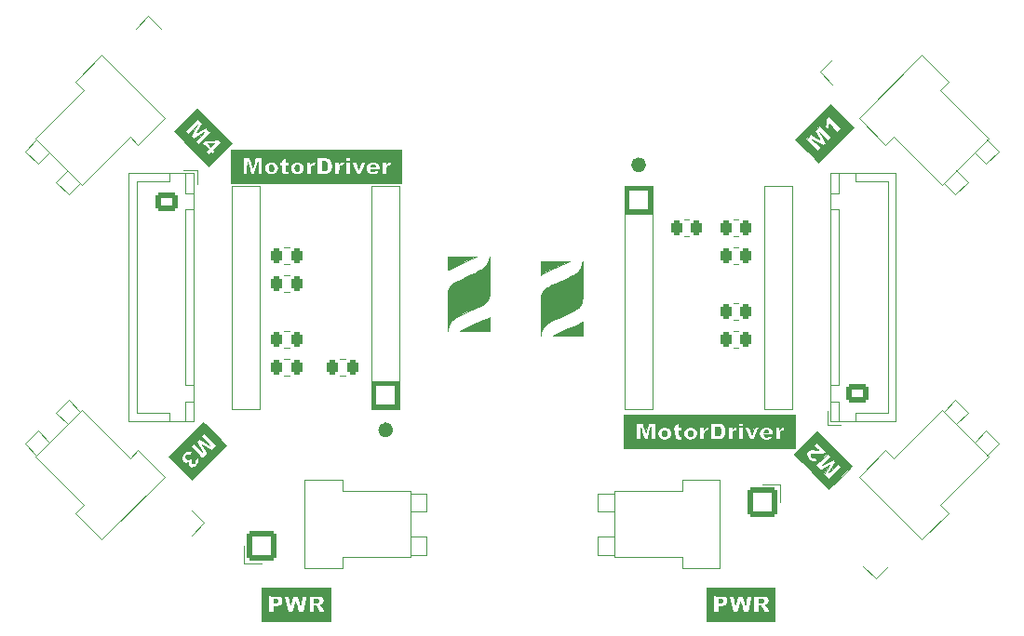
<source format=gbr>
%TF.GenerationSoftware,KiCad,Pcbnew,7.0.6*%
%TF.CreationDate,2023-12-17T00:49:34+09:00*%
%TF.ProjectId,MotorDriver_TB6612FNG_20230704,4d6f746f-7244-4726-9976-65725f544236,rev?*%
%TF.SameCoordinates,Original*%
%TF.FileFunction,Legend,Top*%
%TF.FilePolarity,Positive*%
%FSLAX46Y46*%
G04 Gerber Fmt 4.6, Leading zero omitted, Abs format (unit mm)*
G04 Created by KiCad (PCBNEW 7.0.6) date 2023-12-17 00:49:34*
%MOMM*%
%LPD*%
G01*
G04 APERTURE LIST*
G04 Aperture macros list*
%AMRoundRect*
0 Rectangle with rounded corners*
0 $1 Rounding radius*
0 $2 $3 $4 $5 $6 $7 $8 $9 X,Y pos of 4 corners*
0 Add a 4 corners polygon primitive as box body*
4,1,4,$2,$3,$4,$5,$6,$7,$8,$9,$2,$3,0*
0 Add four circle primitives for the rounded corners*
1,1,$1+$1,$2,$3*
1,1,$1+$1,$4,$5*
1,1,$1+$1,$6,$7*
1,1,$1+$1,$8,$9*
0 Add four rect primitives between the rounded corners*
20,1,$1+$1,$2,$3,$4,$5,0*
20,1,$1+$1,$4,$5,$6,$7,0*
20,1,$1+$1,$6,$7,$8,$9,0*
20,1,$1+$1,$8,$9,$2,$3,0*%
G04 Aperture macros list end*
%ADD10C,0.008000*%
%ADD11C,0.002000*%
%ADD12C,0.120000*%
%ADD13C,0.695000*%
%ADD14RoundRect,0.250001X1.555634X0.000000X0.000000X1.555634X-1.555634X0.000000X0.000000X-1.555634X0*%
%ADD15C,2.700000*%
%ADD16C,3.200000*%
%ADD17R,1.720000X1.720000*%
%ADD18C,1.720000*%
%ADD19C,0.700000*%
%ADD20RoundRect,0.250000X0.262500X0.450000X-0.262500X0.450000X-0.262500X-0.450000X0.262500X-0.450000X0*%
%ADD21RoundRect,0.250000X-0.262500X-0.450000X0.262500X-0.450000X0.262500X0.450000X-0.262500X0.450000X0*%
%ADD22RoundRect,0.250001X0.000000X-1.555634X1.555634X0.000000X0.000000X1.555634X-1.555634X0.000000X0*%
%ADD23RoundRect,0.250001X1.099999X-1.099999X1.099999X1.099999X-1.099999X1.099999X-1.099999X-1.099999X0*%
%ADD24RoundRect,0.250000X-0.725000X0.600000X-0.725000X-0.600000X0.725000X-0.600000X0.725000X0.600000X0*%
%ADD25O,1.950000X1.700000*%
%ADD26RoundRect,0.250000X0.725000X-0.600000X0.725000X0.600000X-0.725000X0.600000X-0.725000X-0.600000X0*%
%ADD27RoundRect,0.250001X-1.555634X0.000000X0.000000X-1.555634X1.555634X0.000000X0.000000X1.555634X0*%
%ADD28RoundRect,0.250001X0.000000X1.555634X-1.555634X0.000000X0.000000X-1.555634X1.555634X0.000000X0*%
%ADD29RoundRect,0.250001X-1.099999X1.099999X-1.099999X-1.099999X1.099999X-1.099999X1.099999X1.099999X0*%
G04 APERTURE END LIST*
D10*
X84935748Y-86730235D02*
X84944579Y-86730997D01*
X84953338Y-86732190D01*
X84962013Y-86733808D01*
X84970594Y-86735847D01*
X84979071Y-86738301D01*
X84987432Y-86741167D01*
X84995668Y-86744438D01*
X85003767Y-86748110D01*
X85011719Y-86752179D01*
X85019513Y-86756638D01*
X85027139Y-86761484D01*
X85034587Y-86766712D01*
X85041845Y-86772315D01*
X85048902Y-86778291D01*
X85055750Y-86784633D01*
X85062376Y-86791336D01*
X85068771Y-86798397D01*
X85074923Y-86805809D01*
X85080822Y-86813569D01*
X85086457Y-86821670D01*
X85091819Y-86830109D01*
X85096895Y-86838880D01*
X85101677Y-86847978D01*
X85108126Y-86863471D01*
X85113716Y-86881164D01*
X85118445Y-86900747D01*
X85122315Y-86921907D01*
X85125324Y-86944332D01*
X85127474Y-86967711D01*
X85128764Y-86991729D01*
X85129194Y-87016077D01*
X85128764Y-87040441D01*
X85127474Y-87064509D01*
X85125324Y-87087970D01*
X85122315Y-87110511D01*
X85118445Y-87131820D01*
X85113716Y-87151585D01*
X85108126Y-87169494D01*
X85101677Y-87185234D01*
X85093419Y-87200895D01*
X85084300Y-87215342D01*
X85074384Y-87228584D01*
X85063734Y-87240628D01*
X85052416Y-87251485D01*
X85040493Y-87261164D01*
X85028031Y-87269673D01*
X85015092Y-87277022D01*
X85001743Y-87283220D01*
X84988046Y-87288275D01*
X84974067Y-87292197D01*
X84959869Y-87294995D01*
X84945517Y-87296677D01*
X84931076Y-87297254D01*
X84916609Y-87296733D01*
X84902181Y-87295124D01*
X84887857Y-87292436D01*
X84873701Y-87288679D01*
X84859776Y-87283860D01*
X84846148Y-87277990D01*
X84832880Y-87271076D01*
X84820038Y-87263129D01*
X84807685Y-87254157D01*
X84795885Y-87244170D01*
X84784704Y-87233176D01*
X84774205Y-87221184D01*
X84764452Y-87208203D01*
X84755511Y-87194243D01*
X84747445Y-87179313D01*
X84740319Y-87163421D01*
X84734197Y-87146577D01*
X84729144Y-87128789D01*
X84725331Y-87112790D01*
X84722090Y-87096821D01*
X84719413Y-87080906D01*
X84717293Y-87065066D01*
X84715723Y-87049325D01*
X84714695Y-87033704D01*
X84714203Y-87018226D01*
X84714239Y-87002914D01*
X84714796Y-86987790D01*
X84715866Y-86972877D01*
X84717443Y-86958196D01*
X84719520Y-86943771D01*
X84722088Y-86929625D01*
X84725141Y-86915778D01*
X84728671Y-86902255D01*
X84732671Y-86889077D01*
X84737135Y-86876267D01*
X84742055Y-86863848D01*
X84747422Y-86851841D01*
X84753232Y-86840270D01*
X84759475Y-86829156D01*
X84766145Y-86818523D01*
X84773235Y-86808393D01*
X84780737Y-86798788D01*
X84788645Y-86789731D01*
X84796950Y-86781244D01*
X84805646Y-86773350D01*
X84814725Y-86766071D01*
X84824181Y-86759429D01*
X84834006Y-86753448D01*
X84844192Y-86748149D01*
X84854733Y-86743556D01*
X84863743Y-86740223D01*
X84872777Y-86737365D01*
X84881822Y-86734976D01*
X84890868Y-86733053D01*
X84899905Y-86731589D01*
X84908922Y-86730580D01*
X84917908Y-86730021D01*
X84926854Y-86729908D01*
X84935748Y-86730235D01*
G36*
X84935748Y-86730235D02*
G01*
X84944579Y-86730997D01*
X84953338Y-86732190D01*
X84962013Y-86733808D01*
X84970594Y-86735847D01*
X84979071Y-86738301D01*
X84987432Y-86741167D01*
X84995668Y-86744438D01*
X85003767Y-86748110D01*
X85011719Y-86752179D01*
X85019513Y-86756638D01*
X85027139Y-86761484D01*
X85034587Y-86766712D01*
X85041845Y-86772315D01*
X85048902Y-86778291D01*
X85055750Y-86784633D01*
X85062376Y-86791336D01*
X85068771Y-86798397D01*
X85074923Y-86805809D01*
X85080822Y-86813569D01*
X85086457Y-86821670D01*
X85091819Y-86830109D01*
X85096895Y-86838880D01*
X85101677Y-86847978D01*
X85108126Y-86863471D01*
X85113716Y-86881164D01*
X85118445Y-86900747D01*
X85122315Y-86921907D01*
X85125324Y-86944332D01*
X85127474Y-86967711D01*
X85128764Y-86991729D01*
X85129194Y-87016077D01*
X85128764Y-87040441D01*
X85127474Y-87064509D01*
X85125324Y-87087970D01*
X85122315Y-87110511D01*
X85118445Y-87131820D01*
X85113716Y-87151585D01*
X85108126Y-87169494D01*
X85101677Y-87185234D01*
X85093419Y-87200895D01*
X85084300Y-87215342D01*
X85074384Y-87228584D01*
X85063734Y-87240628D01*
X85052416Y-87251485D01*
X85040493Y-87261164D01*
X85028031Y-87269673D01*
X85015092Y-87277022D01*
X85001743Y-87283220D01*
X84988046Y-87288275D01*
X84974067Y-87292197D01*
X84959869Y-87294995D01*
X84945517Y-87296677D01*
X84931076Y-87297254D01*
X84916609Y-87296733D01*
X84902181Y-87295124D01*
X84887857Y-87292436D01*
X84873701Y-87288679D01*
X84859776Y-87283860D01*
X84846148Y-87277990D01*
X84832880Y-87271076D01*
X84820038Y-87263129D01*
X84807685Y-87254157D01*
X84795885Y-87244170D01*
X84784704Y-87233176D01*
X84774205Y-87221184D01*
X84764452Y-87208203D01*
X84755511Y-87194243D01*
X84747445Y-87179313D01*
X84740319Y-87163421D01*
X84734197Y-87146577D01*
X84729144Y-87128789D01*
X84725331Y-87112790D01*
X84722090Y-87096821D01*
X84719413Y-87080906D01*
X84717293Y-87065066D01*
X84715723Y-87049325D01*
X84714695Y-87033704D01*
X84714203Y-87018226D01*
X84714239Y-87002914D01*
X84714796Y-86987790D01*
X84715866Y-86972877D01*
X84717443Y-86958196D01*
X84719520Y-86943771D01*
X84722088Y-86929625D01*
X84725141Y-86915778D01*
X84728671Y-86902255D01*
X84732671Y-86889077D01*
X84737135Y-86876267D01*
X84742055Y-86863848D01*
X84747422Y-86851841D01*
X84753232Y-86840270D01*
X84759475Y-86829156D01*
X84766145Y-86818523D01*
X84773235Y-86808393D01*
X84780737Y-86798788D01*
X84788645Y-86789731D01*
X84796950Y-86781244D01*
X84805646Y-86773350D01*
X84814725Y-86766071D01*
X84824181Y-86759429D01*
X84834006Y-86753448D01*
X84844192Y-86748149D01*
X84854733Y-86743556D01*
X84863743Y-86740223D01*
X84872777Y-86737365D01*
X84881822Y-86734976D01*
X84890868Y-86733053D01*
X84899905Y-86731589D01*
X84908922Y-86730580D01*
X84917908Y-86730021D01*
X84926854Y-86729908D01*
X84935748Y-86730235D01*
G37*
X128399833Y-128247278D02*
X122190945Y-128247278D01*
X122190945Y-125945755D01*
X122797722Y-125945755D01*
X122797722Y-127457055D01*
X123277500Y-127457055D01*
X123277500Y-126892611D01*
X123462356Y-126892611D01*
X123525551Y-126891656D01*
X123584533Y-126888741D01*
X123612492Y-126886526D01*
X123639455Y-126883793D01*
X123665442Y-126880533D01*
X123690471Y-126876736D01*
X123714561Y-126872394D01*
X123737733Y-126867496D01*
X123760004Y-126862035D01*
X123781394Y-126855999D01*
X123801922Y-126849381D01*
X123821607Y-126842171D01*
X123840468Y-126834359D01*
X123858525Y-126825936D01*
X123875797Y-126816893D01*
X123892302Y-126807221D01*
X123908060Y-126796910D01*
X123923089Y-126785951D01*
X123937410Y-126774335D01*
X123951041Y-126762052D01*
X123964001Y-126749093D01*
X123976309Y-126735449D01*
X123987985Y-126721110D01*
X123999047Y-126706067D01*
X124009516Y-126690312D01*
X124019409Y-126673834D01*
X124028746Y-126656624D01*
X124037546Y-126638673D01*
X124045828Y-126619972D01*
X124053611Y-126600511D01*
X124062169Y-126576012D01*
X124065750Y-126564585D01*
X124068891Y-126553481D01*
X124071610Y-126542535D01*
X124073926Y-126531579D01*
X124075858Y-126520445D01*
X124077424Y-126508965D01*
X124078642Y-126496973D01*
X124079532Y-126484301D01*
X124080112Y-126470782D01*
X124080400Y-126456247D01*
X124080177Y-126423464D01*
X124079011Y-126384611D01*
X124076752Y-126346378D01*
X124073108Y-126310453D01*
X124068017Y-126276732D01*
X124064909Y-126260665D01*
X124061417Y-126245109D01*
X124057531Y-126230052D01*
X124053245Y-126215479D01*
X124048551Y-126201378D01*
X124043441Y-126187736D01*
X124037908Y-126174540D01*
X124031942Y-126161775D01*
X124025538Y-126149430D01*
X124018686Y-126137490D01*
X124011380Y-126125944D01*
X124003611Y-126114776D01*
X123995372Y-126103976D01*
X123986655Y-126093528D01*
X123977452Y-126083421D01*
X123967756Y-126073640D01*
X123957559Y-126064173D01*
X123946852Y-126055006D01*
X123935629Y-126046127D01*
X123923881Y-126037522D01*
X123911601Y-126029178D01*
X123898781Y-126021082D01*
X123885413Y-126013220D01*
X123871489Y-126005580D01*
X123841945Y-125990911D01*
X123787872Y-125965350D01*
X124182511Y-125965350D01*
X124182649Y-125967166D01*
X124182968Y-125969100D01*
X124183434Y-125971156D01*
X124351356Y-126727511D01*
X124512222Y-127457055D01*
X124743645Y-127454233D01*
X124975067Y-127450000D01*
X125103478Y-126988567D01*
X125153815Y-126810612D01*
X125196082Y-126665599D01*
X125212825Y-126610116D01*
X125225914Y-126568474D01*
X125234802Y-126542542D01*
X125237501Y-126536052D01*
X125238384Y-126534527D01*
X125238945Y-126534189D01*
X125251160Y-126572950D01*
X125280572Y-126672830D01*
X125373000Y-126995622D01*
X125500000Y-127450000D01*
X125964256Y-127450000D01*
X126130767Y-126702111D01*
X126247360Y-126172592D01*
X126297278Y-125949989D01*
X126292733Y-125949462D01*
X126279705Y-125948953D01*
X126231838Y-125948049D01*
X126160951Y-125947409D01*
X126074323Y-125947167D01*
X126452500Y-125947167D01*
X126452500Y-127457055D01*
X126932278Y-127457055D01*
X126932278Y-127145200D01*
X126932314Y-127095671D01*
X126932438Y-127051656D01*
X126932669Y-127012845D01*
X126933027Y-126978931D01*
X126933535Y-126949606D01*
X126933851Y-126936568D01*
X126934213Y-126924562D01*
X126934621Y-126913549D01*
X126935080Y-126903491D01*
X126935592Y-126894349D01*
X126936158Y-126886085D01*
X126936783Y-126878660D01*
X126937468Y-126872035D01*
X126938216Y-126866173D01*
X126939030Y-126861035D01*
X126939912Y-126856581D01*
X126940865Y-126852775D01*
X126941369Y-126851102D01*
X126941891Y-126849577D01*
X126942433Y-126848194D01*
X126942993Y-126846948D01*
X126943574Y-126845836D01*
X126944174Y-126844851D01*
X126944795Y-126843990D01*
X126945436Y-126843247D01*
X126946098Y-126842617D01*
X126946781Y-126842096D01*
X126947486Y-126841679D01*
X126948213Y-126841362D01*
X126948962Y-126841138D01*
X126949734Y-126841004D01*
X126950529Y-126840955D01*
X126951346Y-126840986D01*
X126952187Y-126841092D01*
X126953052Y-126841268D01*
X126954855Y-126841811D01*
X126960175Y-126843390D01*
X126966453Y-126844920D01*
X126973459Y-126846350D01*
X126980961Y-126847632D01*
X126988728Y-126848715D01*
X126996528Y-126849550D01*
X127004129Y-126850088D01*
X127007783Y-126850229D01*
X127011300Y-126850278D01*
X127022993Y-126851293D01*
X127034859Y-126854431D01*
X127047006Y-126859831D01*
X127059542Y-126867630D01*
X127072574Y-126877968D01*
X127086210Y-126890982D01*
X127100557Y-126906812D01*
X127115722Y-126925596D01*
X127131814Y-126947472D01*
X127148938Y-126972579D01*
X127167204Y-127001055D01*
X127186719Y-127033039D01*
X127229923Y-127108084D01*
X127279411Y-127198822D01*
X127416289Y-127457055D01*
X127949689Y-127457055D01*
X127829744Y-127227044D01*
X127804341Y-127178995D01*
X127780438Y-127134746D01*
X127757916Y-127094132D01*
X127736655Y-127056983D01*
X127716535Y-127023134D01*
X127697436Y-126992417D01*
X127679239Y-126964664D01*
X127661822Y-126939707D01*
X127645068Y-126917380D01*
X127628854Y-126897514D01*
X127613063Y-126879943D01*
X127605287Y-126871966D01*
X127597573Y-126864499D01*
X127589904Y-126857522D01*
X127582265Y-126851015D01*
X127574642Y-126844955D01*
X127567019Y-126839322D01*
X127559382Y-126834096D01*
X127551715Y-126829255D01*
X127544004Y-126824778D01*
X127536234Y-126820644D01*
X127475555Y-126789600D01*
X127551755Y-126761378D01*
X127571892Y-126752882D01*
X127592002Y-126742827D01*
X127611959Y-126731336D01*
X127631637Y-126718537D01*
X127650910Y-126704556D01*
X127669652Y-126689519D01*
X127687736Y-126673551D01*
X127705037Y-126656779D01*
X127721429Y-126639329D01*
X127736785Y-126621328D01*
X127750979Y-126602900D01*
X127763885Y-126584173D01*
X127775378Y-126565272D01*
X127785330Y-126546324D01*
X127793617Y-126527454D01*
X127800111Y-126508789D01*
X127807488Y-126480348D01*
X127813225Y-126451716D01*
X127817332Y-126423002D01*
X127819823Y-126394312D01*
X127820709Y-126365755D01*
X127820005Y-126337438D01*
X127817720Y-126309468D01*
X127813870Y-126281953D01*
X127808464Y-126255000D01*
X127801517Y-126228716D01*
X127793040Y-126203210D01*
X127783046Y-126178589D01*
X127771547Y-126154960D01*
X127758555Y-126132430D01*
X127744084Y-126111108D01*
X127728145Y-126091100D01*
X127716958Y-126078511D01*
X127705589Y-126066656D01*
X127693989Y-126055508D01*
X127682107Y-126045040D01*
X127669895Y-126035226D01*
X127657302Y-126026037D01*
X127644280Y-126017448D01*
X127630778Y-126009432D01*
X127616747Y-126001961D01*
X127602137Y-125995009D01*
X127586898Y-125988549D01*
X127570982Y-125982555D01*
X127554338Y-125976998D01*
X127536917Y-125971853D01*
X127518669Y-125967092D01*
X127499545Y-125962689D01*
X127474605Y-125959186D01*
X127435229Y-125956096D01*
X127316276Y-125951224D01*
X127148905Y-125948203D01*
X126939333Y-125947167D01*
X126452500Y-125947167D01*
X126074323Y-125947167D01*
X125852778Y-125947167D01*
X125776578Y-126349333D01*
X125760896Y-126429629D01*
X125745842Y-126504335D01*
X125731781Y-126571831D01*
X125719075Y-126630497D01*
X125708089Y-126678712D01*
X125699187Y-126714855D01*
X125695631Y-126727893D01*
X125692732Y-126737306D01*
X125690536Y-126742891D01*
X125689716Y-126744184D01*
X125689089Y-126744444D01*
X125687999Y-126743472D01*
X125686854Y-126742157D01*
X125685663Y-126740519D01*
X125684437Y-126738579D01*
X125683186Y-126736359D01*
X125681920Y-126733878D01*
X125680651Y-126731157D01*
X125679388Y-126728217D01*
X125678141Y-126725078D01*
X125676921Y-126721762D01*
X125675738Y-126718289D01*
X125674603Y-126714679D01*
X125673526Y-126710953D01*
X125672517Y-126707133D01*
X125671586Y-126703238D01*
X125670745Y-126699289D01*
X125634232Y-126566115D01*
X125560678Y-126302767D01*
X125461900Y-125947167D01*
X125237533Y-125947167D01*
X125202239Y-125947204D01*
X125170814Y-125947329D01*
X125143028Y-125947567D01*
X125118647Y-125947938D01*
X125097442Y-125948467D01*
X125087958Y-125948798D01*
X125079180Y-125949176D01*
X125071081Y-125949605D01*
X125063631Y-125950087D01*
X125056800Y-125950626D01*
X125050561Y-125951224D01*
X125044885Y-125951883D01*
X125039741Y-125952608D01*
X125035102Y-125953401D01*
X125030938Y-125954264D01*
X125027221Y-125955200D01*
X125023921Y-125956212D01*
X125021010Y-125957304D01*
X125018459Y-125958478D01*
X125016238Y-125959736D01*
X125014319Y-125961082D01*
X125012673Y-125962518D01*
X125011271Y-125964048D01*
X125010084Y-125965673D01*
X125009082Y-125967398D01*
X125008238Y-125969224D01*
X125007523Y-125971156D01*
X124900278Y-126356389D01*
X124861450Y-126497941D01*
X124827782Y-126617797D01*
X124802845Y-126703258D01*
X124794767Y-126729121D01*
X124790211Y-126741622D01*
X124789600Y-126742608D01*
X124788826Y-126742661D01*
X124786799Y-126740010D01*
X124780907Y-126723961D01*
X124772699Y-126694121D01*
X124762342Y-126651135D01*
X124735840Y-126528302D01*
X124702722Y-126360622D01*
X124625111Y-125954222D01*
X124400745Y-125949989D01*
X124363826Y-125949513D01*
X124331214Y-125949162D01*
X124302655Y-125948959D01*
X124277890Y-125948931D01*
X124266851Y-125948989D01*
X124256664Y-125949100D01*
X124247298Y-125949267D01*
X124238720Y-125949493D01*
X124230900Y-125949781D01*
X124223803Y-125950134D01*
X124217399Y-125950555D01*
X124211656Y-125951047D01*
X124206541Y-125951614D01*
X124202022Y-125952258D01*
X124198067Y-125952983D01*
X124196292Y-125953377D01*
X124194645Y-125953792D01*
X124193124Y-125954229D01*
X124191723Y-125954688D01*
X124190440Y-125955169D01*
X124189270Y-125955673D01*
X124188208Y-125956201D01*
X124187252Y-125956752D01*
X124186397Y-125957327D01*
X124185638Y-125957926D01*
X124184973Y-125958551D01*
X124184397Y-125959200D01*
X124183906Y-125959875D01*
X124183496Y-125960576D01*
X124183162Y-125961304D01*
X124182902Y-125962058D01*
X124182711Y-125962839D01*
X124182585Y-125963648D01*
X124182519Y-125964485D01*
X124182511Y-125965350D01*
X123787872Y-125965350D01*
X123764333Y-125954222D01*
X123281734Y-125949989D01*
X122797722Y-125945755D01*
X122190945Y-125945755D01*
X122190945Y-125255722D01*
X128399833Y-125255722D01*
X128399833Y-128247278D01*
G36*
X128399833Y-128247278D02*
G01*
X122190945Y-128247278D01*
X122190945Y-125945755D01*
X122797722Y-125945755D01*
X122797722Y-127457055D01*
X123277500Y-127457055D01*
X123277500Y-126892611D01*
X123462356Y-126892611D01*
X123525551Y-126891656D01*
X123584533Y-126888741D01*
X123612492Y-126886526D01*
X123639455Y-126883793D01*
X123665442Y-126880533D01*
X123690471Y-126876736D01*
X123714561Y-126872394D01*
X123737733Y-126867496D01*
X123760004Y-126862035D01*
X123781394Y-126855999D01*
X123801922Y-126849381D01*
X123821607Y-126842171D01*
X123840468Y-126834359D01*
X123858525Y-126825936D01*
X123875797Y-126816893D01*
X123892302Y-126807221D01*
X123908060Y-126796910D01*
X123923089Y-126785951D01*
X123937410Y-126774335D01*
X123951041Y-126762052D01*
X123964001Y-126749093D01*
X123976309Y-126735449D01*
X123987985Y-126721110D01*
X123999047Y-126706067D01*
X124009516Y-126690312D01*
X124019409Y-126673834D01*
X124028746Y-126656624D01*
X124037546Y-126638673D01*
X124045828Y-126619972D01*
X124053611Y-126600511D01*
X124062169Y-126576012D01*
X124065750Y-126564585D01*
X124068891Y-126553481D01*
X124071610Y-126542535D01*
X124073926Y-126531579D01*
X124075858Y-126520445D01*
X124077424Y-126508965D01*
X124078642Y-126496973D01*
X124079532Y-126484301D01*
X124080112Y-126470782D01*
X124080400Y-126456247D01*
X124080177Y-126423464D01*
X124079011Y-126384611D01*
X124076752Y-126346378D01*
X124073108Y-126310453D01*
X124068017Y-126276732D01*
X124064909Y-126260665D01*
X124061417Y-126245109D01*
X124057531Y-126230052D01*
X124053245Y-126215479D01*
X124048551Y-126201378D01*
X124043441Y-126187736D01*
X124037908Y-126174540D01*
X124031942Y-126161775D01*
X124025538Y-126149430D01*
X124018686Y-126137490D01*
X124011380Y-126125944D01*
X124003611Y-126114776D01*
X123995372Y-126103976D01*
X123986655Y-126093528D01*
X123977452Y-126083421D01*
X123967756Y-126073640D01*
X123957559Y-126064173D01*
X123946852Y-126055006D01*
X123935629Y-126046127D01*
X123923881Y-126037522D01*
X123911601Y-126029178D01*
X123898781Y-126021082D01*
X123885413Y-126013220D01*
X123871489Y-126005580D01*
X123841945Y-125990911D01*
X123787872Y-125965350D01*
X124182511Y-125965350D01*
X124182649Y-125967166D01*
X124182968Y-125969100D01*
X124183434Y-125971156D01*
X124351356Y-126727511D01*
X124512222Y-127457055D01*
X124743645Y-127454233D01*
X124975067Y-127450000D01*
X125103478Y-126988567D01*
X125153815Y-126810612D01*
X125196082Y-126665599D01*
X125212825Y-126610116D01*
X125225914Y-126568474D01*
X125234802Y-126542542D01*
X125237501Y-126536052D01*
X125238384Y-126534527D01*
X125238945Y-126534189D01*
X125251160Y-126572950D01*
X125280572Y-126672830D01*
X125373000Y-126995622D01*
X125500000Y-127450000D01*
X125964256Y-127450000D01*
X126130767Y-126702111D01*
X126247360Y-126172592D01*
X126297278Y-125949989D01*
X126292733Y-125949462D01*
X126279705Y-125948953D01*
X126231838Y-125948049D01*
X126160951Y-125947409D01*
X126074323Y-125947167D01*
X126452500Y-125947167D01*
X126452500Y-127457055D01*
X126932278Y-127457055D01*
X126932278Y-127145200D01*
X126932314Y-127095671D01*
X126932438Y-127051656D01*
X126932669Y-127012845D01*
X126933027Y-126978931D01*
X126933535Y-126949606D01*
X126933851Y-126936568D01*
X126934213Y-126924562D01*
X126934621Y-126913549D01*
X126935080Y-126903491D01*
X126935592Y-126894349D01*
X126936158Y-126886085D01*
X126936783Y-126878660D01*
X126937468Y-126872035D01*
X126938216Y-126866173D01*
X126939030Y-126861035D01*
X126939912Y-126856581D01*
X126940865Y-126852775D01*
X126941369Y-126851102D01*
X126941891Y-126849577D01*
X126942433Y-126848194D01*
X126942993Y-126846948D01*
X126943574Y-126845836D01*
X126944174Y-126844851D01*
X126944795Y-126843990D01*
X126945436Y-126843247D01*
X126946098Y-126842617D01*
X126946781Y-126842096D01*
X126947486Y-126841679D01*
X126948213Y-126841362D01*
X126948962Y-126841138D01*
X126949734Y-126841004D01*
X126950529Y-126840955D01*
X126951346Y-126840986D01*
X126952187Y-126841092D01*
X126953052Y-126841268D01*
X126954855Y-126841811D01*
X126960175Y-126843390D01*
X126966453Y-126844920D01*
X126973459Y-126846350D01*
X126980961Y-126847632D01*
X126988728Y-126848715D01*
X126996528Y-126849550D01*
X127004129Y-126850088D01*
X127007783Y-126850229D01*
X127011300Y-126850278D01*
X127022993Y-126851293D01*
X127034859Y-126854431D01*
X127047006Y-126859831D01*
X127059542Y-126867630D01*
X127072574Y-126877968D01*
X127086210Y-126890982D01*
X127100557Y-126906812D01*
X127115722Y-126925596D01*
X127131814Y-126947472D01*
X127148938Y-126972579D01*
X127167204Y-127001055D01*
X127186719Y-127033039D01*
X127229923Y-127108084D01*
X127279411Y-127198822D01*
X127416289Y-127457055D01*
X127949689Y-127457055D01*
X127829744Y-127227044D01*
X127804341Y-127178995D01*
X127780438Y-127134746D01*
X127757916Y-127094132D01*
X127736655Y-127056983D01*
X127716535Y-127023134D01*
X127697436Y-126992417D01*
X127679239Y-126964664D01*
X127661822Y-126939707D01*
X127645068Y-126917380D01*
X127628854Y-126897514D01*
X127613063Y-126879943D01*
X127605287Y-126871966D01*
X127597573Y-126864499D01*
X127589904Y-126857522D01*
X127582265Y-126851015D01*
X127574642Y-126844955D01*
X127567019Y-126839322D01*
X127559382Y-126834096D01*
X127551715Y-126829255D01*
X127544004Y-126824778D01*
X127536234Y-126820644D01*
X127475555Y-126789600D01*
X127551755Y-126761378D01*
X127571892Y-126752882D01*
X127592002Y-126742827D01*
X127611959Y-126731336D01*
X127631637Y-126718537D01*
X127650910Y-126704556D01*
X127669652Y-126689519D01*
X127687736Y-126673551D01*
X127705037Y-126656779D01*
X127721429Y-126639329D01*
X127736785Y-126621328D01*
X127750979Y-126602900D01*
X127763885Y-126584173D01*
X127775378Y-126565272D01*
X127785330Y-126546324D01*
X127793617Y-126527454D01*
X127800111Y-126508789D01*
X127807488Y-126480348D01*
X127813225Y-126451716D01*
X127817332Y-126423002D01*
X127819823Y-126394312D01*
X127820709Y-126365755D01*
X127820005Y-126337438D01*
X127817720Y-126309468D01*
X127813870Y-126281953D01*
X127808464Y-126255000D01*
X127801517Y-126228716D01*
X127793040Y-126203210D01*
X127783046Y-126178589D01*
X127771547Y-126154960D01*
X127758555Y-126132430D01*
X127744084Y-126111108D01*
X127728145Y-126091100D01*
X127716958Y-126078511D01*
X127705589Y-126066656D01*
X127693989Y-126055508D01*
X127682107Y-126045040D01*
X127669895Y-126035226D01*
X127657302Y-126026037D01*
X127644280Y-126017448D01*
X127630778Y-126009432D01*
X127616747Y-126001961D01*
X127602137Y-125995009D01*
X127586898Y-125988549D01*
X127570982Y-125982555D01*
X127554338Y-125976998D01*
X127536917Y-125971853D01*
X127518669Y-125967092D01*
X127499545Y-125962689D01*
X127474605Y-125959186D01*
X127435229Y-125956096D01*
X127316276Y-125951224D01*
X127148905Y-125948203D01*
X126939333Y-125947167D01*
X126452500Y-125947167D01*
X126074323Y-125947167D01*
X125852778Y-125947167D01*
X125776578Y-126349333D01*
X125760896Y-126429629D01*
X125745842Y-126504335D01*
X125731781Y-126571831D01*
X125719075Y-126630497D01*
X125708089Y-126678712D01*
X125699187Y-126714855D01*
X125695631Y-126727893D01*
X125692732Y-126737306D01*
X125690536Y-126742891D01*
X125689716Y-126744184D01*
X125689089Y-126744444D01*
X125687999Y-126743472D01*
X125686854Y-126742157D01*
X125685663Y-126740519D01*
X125684437Y-126738579D01*
X125683186Y-126736359D01*
X125681920Y-126733878D01*
X125680651Y-126731157D01*
X125679388Y-126728217D01*
X125678141Y-126725078D01*
X125676921Y-126721762D01*
X125675738Y-126718289D01*
X125674603Y-126714679D01*
X125673526Y-126710953D01*
X125672517Y-126707133D01*
X125671586Y-126703238D01*
X125670745Y-126699289D01*
X125634232Y-126566115D01*
X125560678Y-126302767D01*
X125461900Y-125947167D01*
X125237533Y-125947167D01*
X125202239Y-125947204D01*
X125170814Y-125947329D01*
X125143028Y-125947567D01*
X125118647Y-125947938D01*
X125097442Y-125948467D01*
X125087958Y-125948798D01*
X125079180Y-125949176D01*
X125071081Y-125949605D01*
X125063631Y-125950087D01*
X125056800Y-125950626D01*
X125050561Y-125951224D01*
X125044885Y-125951883D01*
X125039741Y-125952608D01*
X125035102Y-125953401D01*
X125030938Y-125954264D01*
X125027221Y-125955200D01*
X125023921Y-125956212D01*
X125021010Y-125957304D01*
X125018459Y-125958478D01*
X125016238Y-125959736D01*
X125014319Y-125961082D01*
X125012673Y-125962518D01*
X125011271Y-125964048D01*
X125010084Y-125965673D01*
X125009082Y-125967398D01*
X125008238Y-125969224D01*
X125007523Y-125971156D01*
X124900278Y-126356389D01*
X124861450Y-126497941D01*
X124827782Y-126617797D01*
X124802845Y-126703258D01*
X124794767Y-126729121D01*
X124790211Y-126741622D01*
X124789600Y-126742608D01*
X124788826Y-126742661D01*
X124786799Y-126740010D01*
X124780907Y-126723961D01*
X124772699Y-126694121D01*
X124762342Y-126651135D01*
X124735840Y-126528302D01*
X124702722Y-126360622D01*
X124625111Y-125954222D01*
X124400745Y-125949989D01*
X124363826Y-125949513D01*
X124331214Y-125949162D01*
X124302655Y-125948959D01*
X124277890Y-125948931D01*
X124266851Y-125948989D01*
X124256664Y-125949100D01*
X124247298Y-125949267D01*
X124238720Y-125949493D01*
X124230900Y-125949781D01*
X124223803Y-125950134D01*
X124217399Y-125950555D01*
X124211656Y-125951047D01*
X124206541Y-125951614D01*
X124202022Y-125952258D01*
X124198067Y-125952983D01*
X124196292Y-125953377D01*
X124194645Y-125953792D01*
X124193124Y-125954229D01*
X124191723Y-125954688D01*
X124190440Y-125955169D01*
X124189270Y-125955673D01*
X124188208Y-125956201D01*
X124187252Y-125956752D01*
X124186397Y-125957327D01*
X124185638Y-125957926D01*
X124184973Y-125958551D01*
X124184397Y-125959200D01*
X124183906Y-125959875D01*
X124183496Y-125960576D01*
X124183162Y-125961304D01*
X124182902Y-125962058D01*
X124182711Y-125962839D01*
X124182585Y-125963648D01*
X124182519Y-125964485D01*
X124182511Y-125965350D01*
X123787872Y-125965350D01*
X123764333Y-125954222D01*
X123281734Y-125949989D01*
X122797722Y-125945755D01*
X122190945Y-125945755D01*
X122190945Y-125255722D01*
X128399833Y-125255722D01*
X128399833Y-128247278D01*
G37*
X120707183Y-110889737D02*
X120716014Y-110890499D01*
X120724773Y-110891692D01*
X120733448Y-110893310D01*
X120742029Y-110895349D01*
X120750506Y-110897803D01*
X120758867Y-110900669D01*
X120767103Y-110903940D01*
X120775202Y-110907612D01*
X120783154Y-110911681D01*
X120790948Y-110916140D01*
X120798574Y-110920986D01*
X120806022Y-110926214D01*
X120813280Y-110931817D01*
X120820337Y-110937793D01*
X120827185Y-110944135D01*
X120833811Y-110950838D01*
X120840206Y-110957899D01*
X120846358Y-110965311D01*
X120852257Y-110973071D01*
X120857892Y-110981172D01*
X120863254Y-110989611D01*
X120868330Y-110998382D01*
X120873112Y-111007480D01*
X120879561Y-111022973D01*
X120885151Y-111040666D01*
X120889880Y-111060249D01*
X120893750Y-111081409D01*
X120896759Y-111103834D01*
X120898909Y-111127213D01*
X120900199Y-111151231D01*
X120900629Y-111175579D01*
X120900199Y-111199943D01*
X120898909Y-111224011D01*
X120896759Y-111247472D01*
X120893750Y-111270013D01*
X120889880Y-111291322D01*
X120885151Y-111311087D01*
X120879561Y-111328996D01*
X120873112Y-111344736D01*
X120864854Y-111360397D01*
X120855735Y-111374844D01*
X120845819Y-111388086D01*
X120835169Y-111400130D01*
X120823851Y-111410987D01*
X120811928Y-111420666D01*
X120799466Y-111429175D01*
X120786527Y-111436524D01*
X120773178Y-111442722D01*
X120759481Y-111447777D01*
X120745502Y-111451699D01*
X120731304Y-111454497D01*
X120716952Y-111456179D01*
X120702511Y-111456756D01*
X120688044Y-111456235D01*
X120673616Y-111454626D01*
X120659292Y-111451938D01*
X120645136Y-111448181D01*
X120631211Y-111443362D01*
X120617583Y-111437492D01*
X120604315Y-111430578D01*
X120591473Y-111422631D01*
X120579120Y-111413659D01*
X120567320Y-111403672D01*
X120556139Y-111392678D01*
X120545640Y-111380686D01*
X120535887Y-111367705D01*
X120526946Y-111353745D01*
X120518880Y-111338815D01*
X120511754Y-111322923D01*
X120505632Y-111306079D01*
X120500579Y-111288291D01*
X120496766Y-111272292D01*
X120493525Y-111256323D01*
X120490848Y-111240408D01*
X120488728Y-111224568D01*
X120487158Y-111208827D01*
X120486130Y-111193206D01*
X120485638Y-111177728D01*
X120485674Y-111162416D01*
X120486231Y-111147292D01*
X120487301Y-111132379D01*
X120488878Y-111117698D01*
X120490955Y-111103273D01*
X120493523Y-111089127D01*
X120496576Y-111075280D01*
X120500106Y-111061757D01*
X120504106Y-111048579D01*
X120508570Y-111035769D01*
X120513490Y-111023350D01*
X120518857Y-111011343D01*
X120524667Y-110999772D01*
X120530910Y-110988658D01*
X120537580Y-110978025D01*
X120544670Y-110967895D01*
X120552172Y-110958290D01*
X120560080Y-110949233D01*
X120568385Y-110940746D01*
X120577081Y-110932852D01*
X120586160Y-110925573D01*
X120595616Y-110918931D01*
X120605441Y-110912950D01*
X120615627Y-110907651D01*
X120626168Y-110903058D01*
X120635178Y-110899725D01*
X120644212Y-110896867D01*
X120653257Y-110894478D01*
X120662303Y-110892555D01*
X120671340Y-110891091D01*
X120680357Y-110890082D01*
X120689343Y-110889523D01*
X120698289Y-110889410D01*
X120707183Y-110889737D01*
G36*
X120707183Y-110889737D02*
G01*
X120716014Y-110890499D01*
X120724773Y-110891692D01*
X120733448Y-110893310D01*
X120742029Y-110895349D01*
X120750506Y-110897803D01*
X120758867Y-110900669D01*
X120767103Y-110903940D01*
X120775202Y-110907612D01*
X120783154Y-110911681D01*
X120790948Y-110916140D01*
X120798574Y-110920986D01*
X120806022Y-110926214D01*
X120813280Y-110931817D01*
X120820337Y-110937793D01*
X120827185Y-110944135D01*
X120833811Y-110950838D01*
X120840206Y-110957899D01*
X120846358Y-110965311D01*
X120852257Y-110973071D01*
X120857892Y-110981172D01*
X120863254Y-110989611D01*
X120868330Y-110998382D01*
X120873112Y-111007480D01*
X120879561Y-111022973D01*
X120885151Y-111040666D01*
X120889880Y-111060249D01*
X120893750Y-111081409D01*
X120896759Y-111103834D01*
X120898909Y-111127213D01*
X120900199Y-111151231D01*
X120900629Y-111175579D01*
X120900199Y-111199943D01*
X120898909Y-111224011D01*
X120896759Y-111247472D01*
X120893750Y-111270013D01*
X120889880Y-111291322D01*
X120885151Y-111311087D01*
X120879561Y-111328996D01*
X120873112Y-111344736D01*
X120864854Y-111360397D01*
X120855735Y-111374844D01*
X120845819Y-111388086D01*
X120835169Y-111400130D01*
X120823851Y-111410987D01*
X120811928Y-111420666D01*
X120799466Y-111429175D01*
X120786527Y-111436524D01*
X120773178Y-111442722D01*
X120759481Y-111447777D01*
X120745502Y-111451699D01*
X120731304Y-111454497D01*
X120716952Y-111456179D01*
X120702511Y-111456756D01*
X120688044Y-111456235D01*
X120673616Y-111454626D01*
X120659292Y-111451938D01*
X120645136Y-111448181D01*
X120631211Y-111443362D01*
X120617583Y-111437492D01*
X120604315Y-111430578D01*
X120591473Y-111422631D01*
X120579120Y-111413659D01*
X120567320Y-111403672D01*
X120556139Y-111392678D01*
X120545640Y-111380686D01*
X120535887Y-111367705D01*
X120526946Y-111353745D01*
X120518880Y-111338815D01*
X120511754Y-111322923D01*
X120505632Y-111306079D01*
X120500579Y-111288291D01*
X120496766Y-111272292D01*
X120493525Y-111256323D01*
X120490848Y-111240408D01*
X120488728Y-111224568D01*
X120487158Y-111208827D01*
X120486130Y-111193206D01*
X120485638Y-111177728D01*
X120485674Y-111162416D01*
X120486231Y-111147292D01*
X120487301Y-111132379D01*
X120488878Y-111117698D01*
X120490955Y-111103273D01*
X120493523Y-111089127D01*
X120496576Y-111075280D01*
X120500106Y-111061757D01*
X120504106Y-111048579D01*
X120508570Y-111035769D01*
X120513490Y-111023350D01*
X120518857Y-111011343D01*
X120524667Y-110999772D01*
X120530910Y-110988658D01*
X120537580Y-110978025D01*
X120544670Y-110967895D01*
X120552172Y-110958290D01*
X120560080Y-110949233D01*
X120568385Y-110940746D01*
X120577081Y-110932852D01*
X120586160Y-110925573D01*
X120595616Y-110918931D01*
X120605441Y-110912950D01*
X120615627Y-110907651D01*
X120626168Y-110903058D01*
X120635178Y-110899725D01*
X120644212Y-110896867D01*
X120653257Y-110894478D01*
X120662303Y-110892555D01*
X120671340Y-110891091D01*
X120680357Y-110890082D01*
X120689343Y-110889523D01*
X120698289Y-110889410D01*
X120707183Y-110889737D01*
G37*
X135541005Y-83322147D02*
X132367982Y-86495171D01*
X131809210Y-85936399D01*
X130252633Y-84379822D01*
X131230482Y-84379822D01*
X132298134Y-85447474D01*
X132567543Y-85178066D01*
X132171414Y-84779941D01*
X131775285Y-84383812D01*
X132272192Y-84675172D01*
X132769099Y-84966532D01*
X132895821Y-84845797D01*
X133021544Y-84724064D01*
X132732180Y-84231149D01*
X132441819Y-83737234D01*
X132832959Y-84128374D01*
X133226095Y-84519514D01*
X133505480Y-84240128D01*
X132824977Y-83559625D01*
X132481732Y-83216380D01*
X132920766Y-83216380D01*
X133044494Y-83340108D01*
X133085038Y-83380561D01*
X133101506Y-83396817D01*
X133115712Y-83410609D01*
X133122030Y-83416623D01*
X133127860Y-83422073D01*
X133133227Y-83426975D01*
X133138155Y-83431348D01*
X133142672Y-83435208D01*
X133146801Y-83438571D01*
X133150570Y-83441456D01*
X133154003Y-83443879D01*
X133157126Y-83445858D01*
X133159966Y-83447410D01*
X133161286Y-83448031D01*
X133162546Y-83448552D01*
X133163747Y-83448975D01*
X133164893Y-83449301D01*
X133165987Y-83449533D01*
X133167033Y-83449674D01*
X133168033Y-83449726D01*
X133168991Y-83449689D01*
X133169909Y-83449568D01*
X133170792Y-83449363D01*
X133171642Y-83449077D01*
X133172462Y-83448712D01*
X133173257Y-83448271D01*
X133174027Y-83447755D01*
X133175514Y-83446508D01*
X133176946Y-83444988D01*
X133178348Y-83443212D01*
X133179749Y-83441199D01*
X133181171Y-83438965D01*
X133184187Y-83433901D01*
X133192383Y-83417894D01*
X133200828Y-83400321D01*
X133218159Y-83361327D01*
X133235561Y-83318614D01*
X133252412Y-83273878D01*
X133268094Y-83228815D01*
X133281987Y-83185120D01*
X133293472Y-83144488D01*
X133298118Y-83125852D01*
X133301928Y-83108617D01*
X133321884Y-83008836D01*
X133679099Y-83360063D01*
X134034318Y-83711291D01*
X134343637Y-83401971D01*
X133256029Y-82314362D01*
X133007575Y-82562816D01*
X133025536Y-82648627D01*
X133031187Y-82678928D01*
X133035428Y-82709884D01*
X133038278Y-82741377D01*
X133039754Y-82773292D01*
X133039874Y-82805510D01*
X133038655Y-82837915D01*
X133036116Y-82870390D01*
X133032271Y-82902819D01*
X133027140Y-82935084D01*
X133020742Y-82967069D01*
X133013091Y-82998655D01*
X133004207Y-83029728D01*
X132994108Y-83060168D01*
X132982810Y-83089861D01*
X132970330Y-83118689D01*
X132956687Y-83146533D01*
X132920766Y-83216380D01*
X132481732Y-83216380D01*
X132437828Y-83172476D01*
X132218310Y-83395985D01*
X132000789Y-83619493D01*
X132233278Y-84011631D01*
X132279489Y-84090267D01*
X132321771Y-84163454D01*
X132359282Y-84229577D01*
X132391180Y-84287025D01*
X132416625Y-84334183D01*
X132434772Y-84369438D01*
X132440847Y-84382098D01*
X132444781Y-84391175D01*
X132446470Y-84396471D01*
X132446441Y-84397637D01*
X132445810Y-84397782D01*
X132434059Y-84392095D01*
X132408112Y-84377920D01*
X132320086Y-84327935D01*
X132044692Y-84168286D01*
X131665526Y-83944778D01*
X131230482Y-84379822D01*
X130252633Y-84379822D01*
X130252632Y-84379821D01*
X133425656Y-81206798D01*
X135541005Y-83322147D01*
G36*
X135541005Y-83322147D02*
G01*
X132367982Y-86495171D01*
X131809210Y-85936399D01*
X130252633Y-84379822D01*
X131230482Y-84379822D01*
X132298134Y-85447474D01*
X132567543Y-85178066D01*
X132171414Y-84779941D01*
X131775285Y-84383812D01*
X132272192Y-84675172D01*
X132769099Y-84966532D01*
X132895821Y-84845797D01*
X133021544Y-84724064D01*
X132732180Y-84231149D01*
X132441819Y-83737234D01*
X132832959Y-84128374D01*
X133226095Y-84519514D01*
X133505480Y-84240128D01*
X132824977Y-83559625D01*
X132481732Y-83216380D01*
X132920766Y-83216380D01*
X133044494Y-83340108D01*
X133085038Y-83380561D01*
X133101506Y-83396817D01*
X133115712Y-83410609D01*
X133122030Y-83416623D01*
X133127860Y-83422073D01*
X133133227Y-83426975D01*
X133138155Y-83431348D01*
X133142672Y-83435208D01*
X133146801Y-83438571D01*
X133150570Y-83441456D01*
X133154003Y-83443879D01*
X133157126Y-83445858D01*
X133159966Y-83447410D01*
X133161286Y-83448031D01*
X133162546Y-83448552D01*
X133163747Y-83448975D01*
X133164893Y-83449301D01*
X133165987Y-83449533D01*
X133167033Y-83449674D01*
X133168033Y-83449726D01*
X133168991Y-83449689D01*
X133169909Y-83449568D01*
X133170792Y-83449363D01*
X133171642Y-83449077D01*
X133172462Y-83448712D01*
X133173257Y-83448271D01*
X133174027Y-83447755D01*
X133175514Y-83446508D01*
X133176946Y-83444988D01*
X133178348Y-83443212D01*
X133179749Y-83441199D01*
X133181171Y-83438965D01*
X133184187Y-83433901D01*
X133192383Y-83417894D01*
X133200828Y-83400321D01*
X133218159Y-83361327D01*
X133235561Y-83318614D01*
X133252412Y-83273878D01*
X133268094Y-83228815D01*
X133281987Y-83185120D01*
X133293472Y-83144488D01*
X133298118Y-83125852D01*
X133301928Y-83108617D01*
X133321884Y-83008836D01*
X133679099Y-83360063D01*
X134034318Y-83711291D01*
X134343637Y-83401971D01*
X133256029Y-82314362D01*
X133007575Y-82562816D01*
X133025536Y-82648627D01*
X133031187Y-82678928D01*
X133035428Y-82709884D01*
X133038278Y-82741377D01*
X133039754Y-82773292D01*
X133039874Y-82805510D01*
X133038655Y-82837915D01*
X133036116Y-82870390D01*
X133032271Y-82902819D01*
X133027140Y-82935084D01*
X133020742Y-82967069D01*
X133013091Y-82998655D01*
X133004207Y-83029728D01*
X132994108Y-83060168D01*
X132982810Y-83089861D01*
X132970330Y-83118689D01*
X132956687Y-83146533D01*
X132920766Y-83216380D01*
X132481732Y-83216380D01*
X132437828Y-83172476D01*
X132218310Y-83395985D01*
X132000789Y-83619493D01*
X132233278Y-84011631D01*
X132279489Y-84090267D01*
X132321771Y-84163454D01*
X132359282Y-84229577D01*
X132391180Y-84287025D01*
X132416625Y-84334183D01*
X132434772Y-84369438D01*
X132440847Y-84382098D01*
X132444781Y-84391175D01*
X132446470Y-84396471D01*
X132446441Y-84397637D01*
X132445810Y-84397782D01*
X132434059Y-84392095D01*
X132408112Y-84377920D01*
X132320086Y-84327935D01*
X132044692Y-84168286D01*
X131665526Y-83944778D01*
X131230482Y-84379822D01*
X130252633Y-84379822D01*
X130252632Y-84379821D01*
X133425656Y-81206798D01*
X135541005Y-83322147D01*
G37*
X79007891Y-84755763D02*
X76892541Y-86871113D01*
X73719518Y-83698089D01*
X73789365Y-83628242D01*
X74767215Y-83628242D01*
X75036623Y-83897650D01*
X75434747Y-83501521D01*
X75830876Y-83105392D01*
X75539517Y-83602300D01*
X75248157Y-84099207D01*
X75368892Y-84225928D01*
X75490624Y-84351652D01*
X75983540Y-84062288D01*
X76477455Y-83771927D01*
X76086314Y-84163067D01*
X75695175Y-84556202D01*
X75974561Y-84835588D01*
X76044408Y-84765741D01*
X76303836Y-84765741D01*
X76842651Y-85304557D01*
X76643090Y-85504118D01*
X76902520Y-85763548D01*
X77102081Y-85563986D01*
X77241774Y-85703680D01*
X77471269Y-85474185D01*
X77331576Y-85334491D01*
X77990129Y-84675939D01*
X77731697Y-84417507D01*
X77139998Y-84468395D01*
X76550294Y-84519284D01*
X76303836Y-84765741D01*
X76044408Y-84765741D01*
X76174122Y-84636027D01*
X77042213Y-83767936D01*
X76818704Y-83548418D01*
X76595196Y-83330897D01*
X76203058Y-83563385D01*
X76124422Y-83609596D01*
X76051235Y-83651878D01*
X75985111Y-83689390D01*
X75927664Y-83721288D01*
X75880505Y-83746733D01*
X75845250Y-83764880D01*
X75832591Y-83770955D01*
X75823513Y-83774889D01*
X75818218Y-83776578D01*
X75817052Y-83776549D01*
X75816907Y-83775918D01*
X75822593Y-83764167D01*
X75836769Y-83738220D01*
X75886753Y-83650194D01*
X76046403Y-83374800D01*
X76269911Y-82995634D01*
X75834867Y-82560590D01*
X74767215Y-83628242D01*
X73789365Y-83628242D01*
X74278290Y-83139317D01*
X75834867Y-81582740D01*
X79007891Y-84755763D01*
G36*
X79007891Y-84755763D02*
G01*
X76892541Y-86871113D01*
X73719518Y-83698089D01*
X73789365Y-83628242D01*
X74767215Y-83628242D01*
X75036623Y-83897650D01*
X75434747Y-83501521D01*
X75830876Y-83105392D01*
X75539517Y-83602300D01*
X75248157Y-84099207D01*
X75368892Y-84225928D01*
X75490624Y-84351652D01*
X75983540Y-84062288D01*
X76477455Y-83771927D01*
X76086314Y-84163067D01*
X75695175Y-84556202D01*
X75974561Y-84835588D01*
X76044408Y-84765741D01*
X76303836Y-84765741D01*
X76842651Y-85304557D01*
X76643090Y-85504118D01*
X76902520Y-85763548D01*
X77102081Y-85563986D01*
X77241774Y-85703680D01*
X77471269Y-85474185D01*
X77331576Y-85334491D01*
X77990129Y-84675939D01*
X77731697Y-84417507D01*
X77139998Y-84468395D01*
X76550294Y-84519284D01*
X76303836Y-84765741D01*
X76044408Y-84765741D01*
X76174122Y-84636027D01*
X77042213Y-83767936D01*
X76818704Y-83548418D01*
X76595196Y-83330897D01*
X76203058Y-83563385D01*
X76124422Y-83609596D01*
X76051235Y-83651878D01*
X75985111Y-83689390D01*
X75927664Y-83721288D01*
X75880505Y-83746733D01*
X75845250Y-83764880D01*
X75832591Y-83770955D01*
X75823513Y-83774889D01*
X75818218Y-83776578D01*
X75817052Y-83776549D01*
X75816907Y-83775918D01*
X75822593Y-83764167D01*
X75836769Y-83738220D01*
X75886753Y-83650194D01*
X76046403Y-83374800D01*
X76269911Y-82995634D01*
X75834867Y-82560590D01*
X74767215Y-83628242D01*
X73789365Y-83628242D01*
X74278290Y-83139317D01*
X75834867Y-81582740D01*
X79007891Y-84755763D01*
G37*
X94436175Y-88364923D02*
X78885733Y-88364923D01*
X78885733Y-87560589D01*
X80014622Y-87560589D01*
X80395622Y-87560589D01*
X80395622Y-87189467D01*
X80396371Y-87031092D01*
X80398444Y-86874966D01*
X80401575Y-86739213D01*
X80405499Y-86641956D01*
X80415377Y-86466978D01*
X80447833Y-86601034D01*
X80503043Y-86816934D01*
X80588944Y-87147134D01*
X80696188Y-87560589D01*
X81043322Y-87560589D01*
X81057433Y-87506967D01*
X81202777Y-86946756D01*
X81334011Y-86438756D01*
X81338244Y-86998967D01*
X81341066Y-87560589D01*
X81722066Y-87560589D01*
X81722066Y-87010256D01*
X81954899Y-87010256D01*
X81955145Y-87059458D01*
X81955504Y-87080441D01*
X81956068Y-87099333D01*
X81956872Y-87116372D01*
X81957950Y-87131799D01*
X81959339Y-87145854D01*
X81961073Y-87158776D01*
X81963187Y-87170804D01*
X81965717Y-87182180D01*
X81968697Y-87193142D01*
X81972164Y-87203931D01*
X81976151Y-87214786D01*
X81980694Y-87225947D01*
X81985828Y-87237653D01*
X81991588Y-87250145D01*
X82011461Y-87289169D01*
X82033492Y-87325797D01*
X82057656Y-87360014D01*
X82083928Y-87391807D01*
X82112284Y-87421161D01*
X82142698Y-87448062D01*
X82175147Y-87472494D01*
X82209605Y-87494444D01*
X82246047Y-87513896D01*
X82284449Y-87530838D01*
X82324786Y-87545253D01*
X82367032Y-87557128D01*
X82411164Y-87566448D01*
X82457156Y-87573198D01*
X82504983Y-87577365D01*
X82554622Y-87578934D01*
X82595824Y-87578567D01*
X82635336Y-87576922D01*
X82673219Y-87573979D01*
X82709535Y-87569718D01*
X82744347Y-87564117D01*
X82777715Y-87557155D01*
X82809703Y-87548813D01*
X82840372Y-87539070D01*
X82869784Y-87527904D01*
X82898001Y-87515296D01*
X82925086Y-87501224D01*
X82951100Y-87485668D01*
X82976105Y-87468607D01*
X83000164Y-87450021D01*
X83023338Y-87429889D01*
X83045689Y-87408189D01*
X83067677Y-87383899D01*
X83088110Y-87358197D01*
X83106956Y-87331193D01*
X83124182Y-87302996D01*
X83139753Y-87273715D01*
X83153638Y-87243462D01*
X83165804Y-87212344D01*
X83176216Y-87180471D01*
X83184843Y-87147954D01*
X83191650Y-87114902D01*
X83196606Y-87081423D01*
X83199676Y-87047629D01*
X83200828Y-87013627D01*
X83200029Y-86979529D01*
X83197245Y-86945443D01*
X83192444Y-86911478D01*
X83185614Y-86876669D01*
X83177294Y-86843150D01*
X83167481Y-86810920D01*
X83156174Y-86779980D01*
X83152023Y-86770367D01*
X83330733Y-86770367D01*
X83485955Y-86770367D01*
X83485955Y-86984856D01*
X83486794Y-87063848D01*
X83488896Y-87135451D01*
X83492432Y-87200046D01*
X83494792Y-87229835D01*
X83497575Y-87258016D01*
X83500802Y-87284637D01*
X83504495Y-87309744D01*
X83508675Y-87333387D01*
X83513364Y-87355612D01*
X83518584Y-87376468D01*
X83524354Y-87396002D01*
X83530698Y-87414262D01*
X83537637Y-87431296D01*
X83545192Y-87447152D01*
X83553383Y-87461878D01*
X83562234Y-87475521D01*
X83571765Y-87488129D01*
X83581998Y-87499751D01*
X83592955Y-87510433D01*
X83604655Y-87520223D01*
X83617122Y-87529170D01*
X83630377Y-87537321D01*
X83644440Y-87544724D01*
X83659334Y-87551427D01*
X83675080Y-87557478D01*
X83691699Y-87562924D01*
X83709213Y-87567813D01*
X83727643Y-87572193D01*
X83747011Y-87576112D01*
X83765264Y-87578617D01*
X83787795Y-87580342D01*
X83813890Y-87581336D01*
X83842834Y-87581646D01*
X83906406Y-87580403D01*
X83972788Y-87576994D01*
X84036261Y-87571798D01*
X84065118Y-87568650D01*
X84091101Y-87565198D01*
X84113496Y-87561489D01*
X84131588Y-87557571D01*
X84144661Y-87553493D01*
X84149092Y-87551408D01*
X84152000Y-87549300D01*
X84152711Y-87547543D01*
X84153259Y-87544439D01*
X84153874Y-87534484D01*
X84153860Y-87520031D01*
X84153234Y-87501676D01*
X84152013Y-87480013D01*
X84150214Y-87455638D01*
X84147852Y-87429147D01*
X84144944Y-87401134D01*
X84130833Y-87262845D01*
X84072977Y-87272723D01*
X84046024Y-87277166D01*
X84022189Y-87280225D01*
X84001280Y-87281572D01*
X83983107Y-87280881D01*
X83974988Y-87279669D01*
X83967482Y-87277825D01*
X83960565Y-87275308D01*
X83954213Y-87272078D01*
X83948402Y-87268093D01*
X83943110Y-87263313D01*
X83938311Y-87257697D01*
X83933983Y-87251203D01*
X83930101Y-87243792D01*
X83926642Y-87235423D01*
X83923582Y-87226054D01*
X83920897Y-87215644D01*
X83916558Y-87191542D01*
X83913434Y-87162788D01*
X83911335Y-87129057D01*
X83910071Y-87090022D01*
X83909362Y-87003676D01*
X84296217Y-87003676D01*
X84296308Y-87038997D01*
X84298548Y-87074168D01*
X84302988Y-87109034D01*
X84310585Y-87148131D01*
X84320630Y-87186000D01*
X84333061Y-87222571D01*
X84347813Y-87257774D01*
X84364823Y-87291538D01*
X84384025Y-87323793D01*
X84405357Y-87354469D01*
X84428754Y-87383495D01*
X84454151Y-87410801D01*
X84481486Y-87436318D01*
X84510693Y-87459974D01*
X84541709Y-87481699D01*
X84574469Y-87501424D01*
X84608910Y-87519077D01*
X84644967Y-87534589D01*
X84682577Y-87547889D01*
X84720046Y-87558462D01*
X84759215Y-87566917D01*
X84799770Y-87573289D01*
X84841393Y-87577611D01*
X84883769Y-87579915D01*
X84926581Y-87580235D01*
X84969513Y-87578603D01*
X85012248Y-87575053D01*
X85054471Y-87569618D01*
X85095864Y-87562331D01*
X85103564Y-87560589D01*
X85757844Y-87560589D01*
X86181177Y-87560589D01*
X86731510Y-87560589D01*
X87116743Y-87560589D01*
X88354288Y-87560589D01*
X88774799Y-87560589D01*
X89299732Y-87560589D01*
X89723066Y-87560589D01*
X89723066Y-86459923D01*
X89299732Y-86459923D01*
X89299732Y-87560589D01*
X88774799Y-87560589D01*
X88780444Y-87252967D01*
X88782017Y-87159635D01*
X88782853Y-87120560D01*
X88783773Y-87086015D01*
X88784817Y-87055605D01*
X88786025Y-87028931D01*
X88787435Y-87005598D01*
X88789087Y-86985209D01*
X88791020Y-86967366D01*
X88793273Y-86951673D01*
X88795886Y-86937733D01*
X88798898Y-86925148D01*
X88802349Y-86913523D01*
X88806276Y-86902460D01*
X88810721Y-86891563D01*
X88815722Y-86880434D01*
X88823203Y-86865199D01*
X88830855Y-86851228D01*
X88838719Y-86838492D01*
X88846832Y-86826966D01*
X88855235Y-86816622D01*
X88859557Y-86811885D01*
X88863967Y-86807434D01*
X88868468Y-86803264D01*
X88873066Y-86799374D01*
X88877766Y-86795759D01*
X88882573Y-86792416D01*
X88887491Y-86789342D01*
X88892526Y-86786533D01*
X88897682Y-86783986D01*
X88902965Y-86781698D01*
X88908379Y-86779665D01*
X88913929Y-86777883D01*
X88919620Y-86776351D01*
X88925457Y-86775064D01*
X88931445Y-86774018D01*
X88937589Y-86773211D01*
X88950364Y-86772299D01*
X88963821Y-86772301D01*
X88977999Y-86773190D01*
X88990779Y-86774901D01*
X89003509Y-86776828D01*
X89015876Y-86778919D01*
X89027564Y-86781127D01*
X89038261Y-86783401D01*
X89047651Y-86785691D01*
X89051758Y-86786827D01*
X89055421Y-86787948D01*
X89058600Y-86789049D01*
X89061256Y-86790123D01*
X89065168Y-86791246D01*
X89069074Y-86791236D01*
X89073134Y-86789788D01*
X89077505Y-86786595D01*
X89082348Y-86781352D01*
X89087821Y-86773752D01*
X89094084Y-86763489D01*
X89101295Y-86750259D01*
X89119201Y-86713669D01*
X89142813Y-86661535D01*
X89212243Y-86500845D01*
X89212414Y-86500291D01*
X89212398Y-86499690D01*
X89212202Y-86499044D01*
X89211830Y-86498354D01*
X89210575Y-86496851D01*
X89208671Y-86495201D01*
X89206156Y-86493417D01*
X89203066Y-86491518D01*
X89199438Y-86489520D01*
X89195310Y-86487439D01*
X89185703Y-86483096D01*
X89174541Y-86478620D01*
X89162122Y-86474144D01*
X89148743Y-86469801D01*
X89117092Y-86460413D01*
X89109512Y-86458512D01*
X89864177Y-86458512D01*
X89885344Y-86512134D01*
X90115355Y-87063878D01*
X90322788Y-87562001D01*
X90510466Y-87557767D01*
X90699554Y-87553534D01*
X90930977Y-87010256D01*
X90932333Y-87007062D01*
X91179559Y-87007062D01*
X91179834Y-87038596D01*
X91181625Y-87070052D01*
X91184925Y-87101338D01*
X91189727Y-87132364D01*
X91196024Y-87163040D01*
X91203809Y-87193273D01*
X91213075Y-87222975D01*
X91223815Y-87252053D01*
X91236022Y-87280418D01*
X91249690Y-87307979D01*
X91264810Y-87334644D01*
X91281377Y-87360324D01*
X91299383Y-87384927D01*
X91318821Y-87408363D01*
X91339684Y-87430541D01*
X91361965Y-87451371D01*
X91385658Y-87470762D01*
X91410755Y-87488623D01*
X91430245Y-87501032D01*
X91449665Y-87512358D01*
X91469176Y-87522642D01*
X91488939Y-87531926D01*
X91509116Y-87540251D01*
X91529867Y-87547658D01*
X91551354Y-87554188D01*
X91573738Y-87559884D01*
X91597180Y-87564786D01*
X91621842Y-87568935D01*
X91647885Y-87572373D01*
X91675470Y-87575142D01*
X91704758Y-87577282D01*
X91735911Y-87578835D01*
X91804454Y-87580345D01*
X91837663Y-87580375D01*
X91869109Y-87579921D01*
X91898913Y-87578962D01*
X91927199Y-87577479D01*
X91954087Y-87575450D01*
X91979699Y-87572854D01*
X92004159Y-87569671D01*
X92027586Y-87565881D01*
X92050104Y-87561462D01*
X92053848Y-87560589D01*
X92644066Y-87560589D01*
X93067398Y-87560589D01*
X93067398Y-87323523D01*
X93067960Y-87245611D01*
X93069708Y-87174689D01*
X93071057Y-87141771D01*
X93072738Y-87110506D01*
X93074763Y-87080863D01*
X93077144Y-87052810D01*
X93079893Y-87026315D01*
X93083022Y-87001348D01*
X93086543Y-86977876D01*
X93090467Y-86955868D01*
X93094807Y-86935292D01*
X93099574Y-86916118D01*
X93104780Y-86898312D01*
X93110437Y-86881845D01*
X93116558Y-86866684D01*
X93123153Y-86852798D01*
X93130235Y-86840155D01*
X93137816Y-86828724D01*
X93145908Y-86818474D01*
X93154521Y-86809372D01*
X93163670Y-86801387D01*
X93173364Y-86794488D01*
X93183616Y-86788644D01*
X93194439Y-86783822D01*
X93205843Y-86779991D01*
X93217841Y-86777120D01*
X93230445Y-86775177D01*
X93243666Y-86774130D01*
X93257517Y-86773949D01*
X93272009Y-86774601D01*
X93286768Y-86775780D01*
X93301179Y-86777158D01*
X93314896Y-86778669D01*
X93327572Y-86780245D01*
X93338858Y-86781821D01*
X93348407Y-86783332D01*
X93355874Y-86784710D01*
X93360909Y-86785889D01*
X93362145Y-86786134D01*
X93363472Y-86786073D01*
X93366394Y-86785046D01*
X93369672Y-86782820D01*
X93373301Y-86779407D01*
X93377277Y-86774820D01*
X93381597Y-86769072D01*
X93386255Y-86762174D01*
X93391249Y-86754139D01*
X93402223Y-86734709D01*
X93414488Y-86710880D01*
X93428009Y-86682752D01*
X93442753Y-86650423D01*
X93466742Y-86595103D01*
X93486498Y-86548646D01*
X93494126Y-86530189D01*
X93499903Y-86515684D01*
X93503563Y-86505710D01*
X93504517Y-86502602D01*
X93504842Y-86500845D01*
X93504793Y-86500428D01*
X93504647Y-86499971D01*
X93504073Y-86498943D01*
X93503140Y-86497775D01*
X93501866Y-86496479D01*
X93500269Y-86495068D01*
X93498368Y-86493552D01*
X93496183Y-86491946D01*
X93493730Y-86490262D01*
X93491030Y-86488511D01*
X93488100Y-86486706D01*
X93481626Y-86482986D01*
X93474457Y-86479199D01*
X93466743Y-86475445D01*
X93455651Y-86470818D01*
X93443628Y-86466474D01*
X93430798Y-86462432D01*
X93417288Y-86458710D01*
X93403224Y-86455327D01*
X93388732Y-86452302D01*
X93373938Y-86449653D01*
X93358969Y-86447399D01*
X93343950Y-86445559D01*
X93329007Y-86444150D01*
X93314268Y-86443192D01*
X93299856Y-86442703D01*
X93285900Y-86442702D01*
X93272525Y-86443207D01*
X93259856Y-86444238D01*
X93248021Y-86445812D01*
X93234818Y-86448462D01*
X93222169Y-86451668D01*
X93210032Y-86455458D01*
X93198367Y-86459857D01*
X93187132Y-86464892D01*
X93176286Y-86470592D01*
X93165786Y-86476981D01*
X93155593Y-86484088D01*
X93145664Y-86491939D01*
X93135958Y-86500561D01*
X93126435Y-86509981D01*
X93117052Y-86520226D01*
X93107768Y-86531322D01*
X93098542Y-86543297D01*
X93089333Y-86556177D01*
X93080098Y-86569990D01*
X93039176Y-86634901D01*
X93039176Y-86459923D01*
X92644066Y-86459923D01*
X92644066Y-87560589D01*
X92053848Y-87560589D01*
X92071835Y-87556395D01*
X92092900Y-87550657D01*
X92113421Y-87544229D01*
X92133521Y-87537091D01*
X92153321Y-87529220D01*
X92172943Y-87520597D01*
X92192509Y-87511201D01*
X92204979Y-87504237D01*
X92218444Y-87495643D01*
X92232712Y-87485605D01*
X92247587Y-87474313D01*
X92262876Y-87461955D01*
X92278384Y-87448718D01*
X92293917Y-87434790D01*
X92309280Y-87420360D01*
X92324279Y-87405616D01*
X92338720Y-87390746D01*
X92352409Y-87375938D01*
X92365151Y-87361380D01*
X92376752Y-87347260D01*
X92387018Y-87333767D01*
X92395754Y-87321088D01*
X92402766Y-87309412D01*
X92408650Y-87296797D01*
X92409999Y-87291617D01*
X92409887Y-87287076D01*
X92409189Y-87285019D01*
X92408014Y-87283089D01*
X92404080Y-87279572D01*
X92397786Y-87276438D01*
X92388831Y-87273605D01*
X92376916Y-87270986D01*
X92361741Y-87268498D01*
X92320414Y-87263573D01*
X92262451Y-87258151D01*
X92185455Y-87251556D01*
X92017533Y-87238856D01*
X91970965Y-87278367D01*
X91959348Y-87287936D01*
X91947284Y-87296543D01*
X91934820Y-87304201D01*
X91922006Y-87310925D01*
X91908891Y-87316728D01*
X91895522Y-87321623D01*
X91881949Y-87325626D01*
X91868219Y-87328748D01*
X91854382Y-87331005D01*
X91840486Y-87332409D01*
X91826580Y-87332974D01*
X91812712Y-87332714D01*
X91798931Y-87331643D01*
X91785285Y-87329775D01*
X91771823Y-87327122D01*
X91758594Y-87323699D01*
X91745645Y-87319520D01*
X91733027Y-87314598D01*
X91720787Y-87308946D01*
X91708973Y-87302579D01*
X91697635Y-87295511D01*
X91686821Y-87287754D01*
X91676580Y-87279323D01*
X91666960Y-87270231D01*
X91658009Y-87260493D01*
X91649777Y-87250121D01*
X91642312Y-87239129D01*
X91635662Y-87227531D01*
X91629876Y-87215342D01*
X91625003Y-87202573D01*
X91621090Y-87189240D01*
X91618188Y-87175356D01*
X91609721Y-87123145D01*
X92446510Y-87123145D01*
X92446510Y-87048356D01*
X92446040Y-87018882D01*
X92444637Y-86989999D01*
X92442311Y-86961721D01*
X92439071Y-86934059D01*
X92434927Y-86907026D01*
X92429887Y-86880636D01*
X92423963Y-86854901D01*
X92417163Y-86829832D01*
X92409497Y-86805444D01*
X92400974Y-86781749D01*
X92391605Y-86758759D01*
X92381398Y-86736487D01*
X92370363Y-86714946D01*
X92358510Y-86694148D01*
X92345848Y-86674106D01*
X92332387Y-86654833D01*
X92318136Y-86636341D01*
X92303105Y-86618643D01*
X92287304Y-86601752D01*
X92270742Y-86585680D01*
X92253428Y-86570440D01*
X92235373Y-86556045D01*
X92216585Y-86542507D01*
X92197074Y-86529839D01*
X92176851Y-86518054D01*
X92155924Y-86507164D01*
X92134303Y-86497182D01*
X92111997Y-86488120D01*
X92089017Y-86479992D01*
X92065371Y-86472810D01*
X92041069Y-86466586D01*
X92016121Y-86461334D01*
X91963386Y-86452285D01*
X91911603Y-86445762D01*
X91860866Y-86441744D01*
X91811268Y-86440211D01*
X91762902Y-86441142D01*
X91715861Y-86444516D01*
X91670238Y-86450313D01*
X91626126Y-86458512D01*
X91583618Y-86469092D01*
X91542807Y-86482032D01*
X91503786Y-86497313D01*
X91466648Y-86514912D01*
X91431486Y-86534810D01*
X91398393Y-86556986D01*
X91367463Y-86581420D01*
X91352837Y-86594476D01*
X91338787Y-86608090D01*
X91317107Y-86631205D01*
X91297040Y-86655511D01*
X91278580Y-86680917D01*
X91261719Y-86707333D01*
X91246451Y-86734668D01*
X91232769Y-86762830D01*
X91220666Y-86791731D01*
X91210134Y-86821278D01*
X91201167Y-86851380D01*
X91193758Y-86881949D01*
X91187899Y-86912892D01*
X91183585Y-86944119D01*
X91180807Y-86975539D01*
X91179559Y-87007062D01*
X90932333Y-87007062D01*
X91094313Y-86625376D01*
X91144098Y-86507415D01*
X91162398Y-86462745D01*
X91158046Y-86462282D01*
X91145575Y-86461951D01*
X91099781Y-86461687D01*
X90949321Y-86462745D01*
X90736243Y-86466978D01*
X90628999Y-86801412D01*
X90607711Y-86868787D01*
X90587547Y-86931366D01*
X90568972Y-86987794D01*
X90552446Y-87036715D01*
X90538435Y-87076771D01*
X90527399Y-87106609D01*
X90523143Y-87117271D01*
X90519804Y-87124870D01*
X90517440Y-87129237D01*
X90516643Y-87130155D01*
X90516110Y-87130201D01*
X90505880Y-87102155D01*
X90481891Y-87029659D01*
X90447847Y-86923826D01*
X90407454Y-86795767D01*
X90305854Y-86466978D01*
X90084311Y-86462745D01*
X89864177Y-86458512D01*
X89109512Y-86458512D01*
X89087159Y-86452906D01*
X89072805Y-86449867D01*
X89058842Y-86447309D01*
X89045258Y-86445236D01*
X89032040Y-86443651D01*
X89019176Y-86442558D01*
X89006652Y-86441961D01*
X88994457Y-86441863D01*
X88982577Y-86442267D01*
X88971000Y-86443179D01*
X88959713Y-86444600D01*
X88948704Y-86446535D01*
X88937959Y-86448987D01*
X88927467Y-86451960D01*
X88917214Y-86455457D01*
X88907188Y-86459483D01*
X88897376Y-86464040D01*
X88887765Y-86469133D01*
X88878344Y-86474765D01*
X88869099Y-86480939D01*
X88860017Y-86487660D01*
X88851086Y-86494930D01*
X88842294Y-86502754D01*
X88833627Y-86511135D01*
X88825073Y-86520077D01*
X88816619Y-86529583D01*
X88808253Y-86539657D01*
X88799961Y-86550302D01*
X88791732Y-86561523D01*
X88749399Y-86619379D01*
X88749399Y-86459923D01*
X88354288Y-86459923D01*
X88354288Y-87560589D01*
X87116743Y-87560589D01*
X87213497Y-87560187D01*
X87301481Y-87558889D01*
X87381283Y-87556562D01*
X87453492Y-87553071D01*
X87518699Y-87548282D01*
X87577491Y-87542060D01*
X87604666Y-87538370D01*
X87630458Y-87534272D01*
X87654942Y-87529748D01*
X87678190Y-87524783D01*
X87700276Y-87519358D01*
X87721275Y-87513457D01*
X87741258Y-87507065D01*
X87760302Y-87500162D01*
X87778478Y-87492734D01*
X87795860Y-87484763D01*
X87812523Y-87476233D01*
X87828539Y-87467125D01*
X87843983Y-87457425D01*
X87858928Y-87447115D01*
X87873447Y-87436177D01*
X87887615Y-87424596D01*
X87901505Y-87412355D01*
X87915191Y-87399436D01*
X87942243Y-87371500D01*
X87966332Y-87344096D01*
X87988372Y-87316770D01*
X88008432Y-87289304D01*
X88026579Y-87261478D01*
X88042883Y-87233073D01*
X88057412Y-87203870D01*
X88070233Y-87173651D01*
X88081415Y-87142195D01*
X88091025Y-87109284D01*
X88099134Y-87074699D01*
X88105807Y-87038220D01*
X88111114Y-86999629D01*
X88115123Y-86958706D01*
X88117903Y-86915232D01*
X88119520Y-86868989D01*
X88120044Y-86819756D01*
X88119146Y-86767351D01*
X88116957Y-86717486D01*
X88113446Y-86670057D01*
X88108579Y-86624957D01*
X88102322Y-86582081D01*
X88094644Y-86541324D01*
X88085510Y-86502580D01*
X88074888Y-86465744D01*
X88062745Y-86430710D01*
X88049047Y-86397374D01*
X88033762Y-86365629D01*
X88016857Y-86335370D01*
X88015284Y-86332923D01*
X89299732Y-86332923D01*
X89723066Y-86332923D01*
X89723066Y-86050701D01*
X89299732Y-86050701D01*
X89299732Y-86332923D01*
X88015284Y-86332923D01*
X87998297Y-86306492D01*
X87978051Y-86278890D01*
X87956085Y-86252457D01*
X87932367Y-86227090D01*
X87916627Y-86211456D01*
X87901107Y-86196809D01*
X87885727Y-86183108D01*
X87870410Y-86170314D01*
X87855076Y-86158389D01*
X87839646Y-86147293D01*
X87824044Y-86136986D01*
X87808188Y-86127430D01*
X87792003Y-86118584D01*
X87775408Y-86110411D01*
X87758325Y-86102870D01*
X87740675Y-86095922D01*
X87722381Y-86089529D01*
X87703364Y-86083649D01*
X87683544Y-86078246D01*
X87662844Y-86073278D01*
X87633602Y-86067447D01*
X87598506Y-86062607D01*
X87555539Y-86058693D01*
X87502683Y-86055640D01*
X87437920Y-86053380D01*
X87359234Y-86051847D01*
X87152021Y-86050701D01*
X86731510Y-86050701D01*
X86731510Y-87560589D01*
X86181177Y-87560589D01*
X86181177Y-87330578D01*
X86181931Y-87243365D01*
X86184300Y-87164621D01*
X86188442Y-87094050D01*
X86191227Y-87061737D01*
X86194516Y-87031357D01*
X86198328Y-87002872D01*
X86202683Y-86976245D01*
X86207601Y-86951440D01*
X86213101Y-86928420D01*
X86219203Y-86907147D01*
X86225929Y-86887586D01*
X86233296Y-86869698D01*
X86241326Y-86853446D01*
X86250038Y-86838795D01*
X86259451Y-86825707D01*
X86269587Y-86814145D01*
X86280465Y-86804071D01*
X86292104Y-86795450D01*
X86304525Y-86788244D01*
X86317747Y-86782416D01*
X86331791Y-86777930D01*
X86346676Y-86774748D01*
X86362423Y-86772833D01*
X86379050Y-86772148D01*
X86396578Y-86772658D01*
X86415028Y-86774323D01*
X86434418Y-86777108D01*
X86454768Y-86780976D01*
X86476099Y-86785889D01*
X86477456Y-86786150D01*
X86478879Y-86786137D01*
X86481929Y-86785291D01*
X86485256Y-86783350D01*
X86488866Y-86780311D01*
X86492765Y-86776173D01*
X86496960Y-86770932D01*
X86501457Y-86764588D01*
X86506262Y-86757138D01*
X86511381Y-86748580D01*
X86516821Y-86738912D01*
X86528685Y-86716238D01*
X86541906Y-86689099D01*
X86556533Y-86657478D01*
X86568863Y-86630328D01*
X86580301Y-86604319D01*
X86590614Y-86580063D01*
X86599572Y-86558172D01*
X86606942Y-86539257D01*
X86612492Y-86523930D01*
X86614513Y-86517804D01*
X86615993Y-86512804D01*
X86616902Y-86509007D01*
X86617211Y-86506490D01*
X86617261Y-86505671D01*
X86617150Y-86504806D01*
X86616882Y-86503897D01*
X86616461Y-86502945D01*
X86615177Y-86500927D01*
X86613330Y-86498772D01*
X86610954Y-86496502D01*
X86608083Y-86494137D01*
X86604748Y-86491697D01*
X86600983Y-86489203D01*
X86596821Y-86486677D01*
X86592296Y-86484138D01*
X86587439Y-86481607D01*
X86582286Y-86479105D01*
X86576867Y-86476653D01*
X86571217Y-86474271D01*
X86565368Y-86471980D01*
X86559354Y-86469801D01*
X86544041Y-86464505D01*
X86529052Y-86459732D01*
X86514382Y-86455482D01*
X86500025Y-86451757D01*
X86485975Y-86448558D01*
X86472225Y-86445886D01*
X86458771Y-86443743D01*
X86445606Y-86442130D01*
X86432724Y-86441048D01*
X86420120Y-86440498D01*
X86407787Y-86440483D01*
X86395719Y-86441002D01*
X86383910Y-86442058D01*
X86372355Y-86443652D01*
X86361048Y-86445785D01*
X86349982Y-86448458D01*
X86339151Y-86451672D01*
X86328551Y-86455429D01*
X86318174Y-86459731D01*
X86308015Y-86464578D01*
X86298068Y-86469972D01*
X86288326Y-86475913D01*
X86278785Y-86482404D01*
X86269438Y-86489446D01*
X86260279Y-86497039D01*
X86251302Y-86505186D01*
X86242501Y-86513887D01*
X86233871Y-86523144D01*
X86225405Y-86532959D01*
X86217097Y-86543331D01*
X86208942Y-86554263D01*
X86200933Y-86565756D01*
X86152955Y-86636312D01*
X86152955Y-86459923D01*
X85757844Y-86459923D01*
X85757844Y-87560589D01*
X85103564Y-87560589D01*
X85136113Y-87553225D01*
X85174900Y-87542333D01*
X85211910Y-87529688D01*
X85246826Y-87515324D01*
X85279331Y-87499272D01*
X85309110Y-87481567D01*
X85341647Y-87458718D01*
X85372021Y-87433645D01*
X85400187Y-87406471D01*
X85426100Y-87377321D01*
X85449715Y-87346320D01*
X85470986Y-87313590D01*
X85489867Y-87279256D01*
X85506313Y-87243442D01*
X85520279Y-87206272D01*
X85531719Y-87167871D01*
X85540587Y-87128361D01*
X85546839Y-87087867D01*
X85550428Y-87046514D01*
X85551309Y-87004424D01*
X85549437Y-86961723D01*
X85544766Y-86918534D01*
X85537320Y-86876396D01*
X85527199Y-86835758D01*
X85514473Y-86796700D01*
X85507156Y-86777787D01*
X85499213Y-86759299D01*
X85490655Y-86741245D01*
X85481490Y-86723635D01*
X85471726Y-86706478D01*
X85461373Y-86689785D01*
X85450438Y-86673566D01*
X85438932Y-86657829D01*
X85426862Y-86642586D01*
X85414238Y-86627845D01*
X85401068Y-86613617D01*
X85387362Y-86599912D01*
X85373127Y-86586738D01*
X85358372Y-86574107D01*
X85343108Y-86562028D01*
X85327341Y-86550510D01*
X85311082Y-86539564D01*
X85294338Y-86529200D01*
X85277119Y-86519426D01*
X85259433Y-86510254D01*
X85241289Y-86501692D01*
X85222696Y-86493751D01*
X85203663Y-86486440D01*
X85184199Y-86479770D01*
X85164311Y-86473750D01*
X85144010Y-86468389D01*
X85094685Y-86457803D01*
X85045745Y-86449841D01*
X84997309Y-86444484D01*
X84949497Y-86441711D01*
X84902430Y-86441500D01*
X84856226Y-86443833D01*
X84811007Y-86448687D01*
X84766891Y-86456042D01*
X84723999Y-86465878D01*
X84682450Y-86478173D01*
X84642365Y-86492908D01*
X84603864Y-86510061D01*
X84567065Y-86529612D01*
X84532090Y-86551540D01*
X84499058Y-86575825D01*
X84468089Y-86602445D01*
X84444747Y-86625404D01*
X84422911Y-86650257D01*
X84402629Y-86676847D01*
X84383951Y-86705015D01*
X84366927Y-86734606D01*
X84351606Y-86765461D01*
X84338038Y-86797425D01*
X84326272Y-86830339D01*
X84316358Y-86864048D01*
X84308346Y-86898392D01*
X84302286Y-86933217D01*
X84298226Y-86968364D01*
X84296217Y-87003676D01*
X83909362Y-87003676D01*
X83909289Y-86994734D01*
X83909289Y-86770367D01*
X84149177Y-86770367D01*
X84149177Y-86459923D01*
X83909289Y-86459923D01*
X83909289Y-86255312D01*
X83909096Y-86214108D01*
X83908539Y-86175716D01*
X83907651Y-86140962D01*
X83906466Y-86110673D01*
X83905017Y-86085675D01*
X83904203Y-86075419D01*
X83903335Y-86066796D01*
X83902418Y-86059909D01*
X83901456Y-86054862D01*
X83900452Y-86051758D01*
X83899936Y-86050967D01*
X83899411Y-86050701D01*
X83892804Y-86053341D01*
X83878839Y-86059917D01*
X83832207Y-86083156D01*
X83766259Y-86116979D01*
X83687744Y-86157945D01*
X83485955Y-86265190D01*
X83485955Y-86459923D01*
X83330733Y-86459923D01*
X83330733Y-86770367D01*
X83152023Y-86770367D01*
X83143370Y-86750331D01*
X83129068Y-86721971D01*
X83113265Y-86694900D01*
X83095959Y-86669120D01*
X83077149Y-86644630D01*
X83056831Y-86621429D01*
X83035005Y-86599518D01*
X83011667Y-86578897D01*
X82986817Y-86559566D01*
X82960451Y-86541525D01*
X82932569Y-86524773D01*
X82903166Y-86509312D01*
X82867054Y-86493205D01*
X82828777Y-86479276D01*
X82788652Y-86467522D01*
X82746996Y-86457939D01*
X82704124Y-86450521D01*
X82660353Y-86445266D01*
X82615999Y-86442169D01*
X82571379Y-86441226D01*
X82526808Y-86442432D01*
X82482603Y-86445784D01*
X82439080Y-86451278D01*
X82396555Y-86458909D01*
X82355345Y-86468673D01*
X82315766Y-86480566D01*
X82278134Y-86494584D01*
X82242766Y-86510723D01*
X82224955Y-86520148D01*
X82207036Y-86530895D01*
X82189101Y-86542860D01*
X82171240Y-86555944D01*
X82153545Y-86570046D01*
X82136106Y-86585062D01*
X82119014Y-86600894D01*
X82102361Y-86617438D01*
X82086236Y-86634594D01*
X82070732Y-86652261D01*
X82055939Y-86670337D01*
X82041947Y-86688721D01*
X82028849Y-86707312D01*
X82016735Y-86726008D01*
X82005695Y-86744709D01*
X81995822Y-86763312D01*
X81983124Y-86790418D01*
X81977897Y-86802506D01*
X81973354Y-86814001D01*
X81969448Y-86825191D01*
X81966130Y-86836361D01*
X81963355Y-86847801D01*
X81961073Y-86859796D01*
X81959238Y-86872635D01*
X81957802Y-86886605D01*
X81956717Y-86901992D01*
X81955936Y-86919085D01*
X81955095Y-86959536D01*
X81954899Y-87010256D01*
X81722066Y-87010256D01*
X81722066Y-86050701D01*
X81411622Y-86050701D01*
X81349260Y-86050891D01*
X81291082Y-86051428D01*
X81238361Y-86052263D01*
X81192370Y-86053347D01*
X81154383Y-86054628D01*
X81125673Y-86056058D01*
X81107513Y-86057588D01*
X81102788Y-86058375D01*
X81101583Y-86058771D01*
X81101177Y-86059167D01*
X81067311Y-86198867D01*
X80992169Y-86490967D01*
X80915440Y-86783067D01*
X80876811Y-86922767D01*
X80876154Y-86923048D01*
X80875249Y-86922319D01*
X80872715Y-86917928D01*
X80864948Y-86898073D01*
X80853941Y-86864724D01*
X80840122Y-86819403D01*
X80805770Y-86698930D01*
X80765333Y-86548823D01*
X80688780Y-86256017D01*
X80648211Y-86102912D01*
X80634100Y-86050701D01*
X80014622Y-86050701D01*
X80014622Y-87560589D01*
X78885733Y-87560589D01*
X78885733Y-85359256D01*
X94436175Y-85359256D01*
X94436175Y-88364923D01*
G36*
X94436175Y-88364923D02*
G01*
X78885733Y-88364923D01*
X78885733Y-87560589D01*
X80014622Y-87560589D01*
X80395622Y-87560589D01*
X80395622Y-87189467D01*
X80396371Y-87031092D01*
X80398444Y-86874966D01*
X80401575Y-86739213D01*
X80405499Y-86641956D01*
X80415377Y-86466978D01*
X80447833Y-86601034D01*
X80503043Y-86816934D01*
X80588944Y-87147134D01*
X80696188Y-87560589D01*
X81043322Y-87560589D01*
X81057433Y-87506967D01*
X81202777Y-86946756D01*
X81334011Y-86438756D01*
X81338244Y-86998967D01*
X81341066Y-87560589D01*
X81722066Y-87560589D01*
X81722066Y-87010256D01*
X81954899Y-87010256D01*
X81955145Y-87059458D01*
X81955504Y-87080441D01*
X81956068Y-87099333D01*
X81956872Y-87116372D01*
X81957950Y-87131799D01*
X81959339Y-87145854D01*
X81961073Y-87158776D01*
X81963187Y-87170804D01*
X81965717Y-87182180D01*
X81968697Y-87193142D01*
X81972164Y-87203931D01*
X81976151Y-87214786D01*
X81980694Y-87225947D01*
X81985828Y-87237653D01*
X81991588Y-87250145D01*
X82011461Y-87289169D01*
X82033492Y-87325797D01*
X82057656Y-87360014D01*
X82083928Y-87391807D01*
X82112284Y-87421161D01*
X82142698Y-87448062D01*
X82175147Y-87472494D01*
X82209605Y-87494444D01*
X82246047Y-87513896D01*
X82284449Y-87530838D01*
X82324786Y-87545253D01*
X82367032Y-87557128D01*
X82411164Y-87566448D01*
X82457156Y-87573198D01*
X82504983Y-87577365D01*
X82554622Y-87578934D01*
X82595824Y-87578567D01*
X82635336Y-87576922D01*
X82673219Y-87573979D01*
X82709535Y-87569718D01*
X82744347Y-87564117D01*
X82777715Y-87557155D01*
X82809703Y-87548813D01*
X82840372Y-87539070D01*
X82869784Y-87527904D01*
X82898001Y-87515296D01*
X82925086Y-87501224D01*
X82951100Y-87485668D01*
X82976105Y-87468607D01*
X83000164Y-87450021D01*
X83023338Y-87429889D01*
X83045689Y-87408189D01*
X83067677Y-87383899D01*
X83088110Y-87358197D01*
X83106956Y-87331193D01*
X83124182Y-87302996D01*
X83139753Y-87273715D01*
X83153638Y-87243462D01*
X83165804Y-87212344D01*
X83176216Y-87180471D01*
X83184843Y-87147954D01*
X83191650Y-87114902D01*
X83196606Y-87081423D01*
X83199676Y-87047629D01*
X83200828Y-87013627D01*
X83200029Y-86979529D01*
X83197245Y-86945443D01*
X83192444Y-86911478D01*
X83185614Y-86876669D01*
X83177294Y-86843150D01*
X83167481Y-86810920D01*
X83156174Y-86779980D01*
X83152023Y-86770367D01*
X83330733Y-86770367D01*
X83485955Y-86770367D01*
X83485955Y-86984856D01*
X83486794Y-87063848D01*
X83488896Y-87135451D01*
X83492432Y-87200046D01*
X83494792Y-87229835D01*
X83497575Y-87258016D01*
X83500802Y-87284637D01*
X83504495Y-87309744D01*
X83508675Y-87333387D01*
X83513364Y-87355612D01*
X83518584Y-87376468D01*
X83524354Y-87396002D01*
X83530698Y-87414262D01*
X83537637Y-87431296D01*
X83545192Y-87447152D01*
X83553383Y-87461878D01*
X83562234Y-87475521D01*
X83571765Y-87488129D01*
X83581998Y-87499751D01*
X83592955Y-87510433D01*
X83604655Y-87520223D01*
X83617122Y-87529170D01*
X83630377Y-87537321D01*
X83644440Y-87544724D01*
X83659334Y-87551427D01*
X83675080Y-87557478D01*
X83691699Y-87562924D01*
X83709213Y-87567813D01*
X83727643Y-87572193D01*
X83747011Y-87576112D01*
X83765264Y-87578617D01*
X83787795Y-87580342D01*
X83813890Y-87581336D01*
X83842834Y-87581646D01*
X83906406Y-87580403D01*
X83972788Y-87576994D01*
X84036261Y-87571798D01*
X84065118Y-87568650D01*
X84091101Y-87565198D01*
X84113496Y-87561489D01*
X84131588Y-87557571D01*
X84144661Y-87553493D01*
X84149092Y-87551408D01*
X84152000Y-87549300D01*
X84152711Y-87547543D01*
X84153259Y-87544439D01*
X84153874Y-87534484D01*
X84153860Y-87520031D01*
X84153234Y-87501676D01*
X84152013Y-87480013D01*
X84150214Y-87455638D01*
X84147852Y-87429147D01*
X84144944Y-87401134D01*
X84130833Y-87262845D01*
X84072977Y-87272723D01*
X84046024Y-87277166D01*
X84022189Y-87280225D01*
X84001280Y-87281572D01*
X83983107Y-87280881D01*
X83974988Y-87279669D01*
X83967482Y-87277825D01*
X83960565Y-87275308D01*
X83954213Y-87272078D01*
X83948402Y-87268093D01*
X83943110Y-87263313D01*
X83938311Y-87257697D01*
X83933983Y-87251203D01*
X83930101Y-87243792D01*
X83926642Y-87235423D01*
X83923582Y-87226054D01*
X83920897Y-87215644D01*
X83916558Y-87191542D01*
X83913434Y-87162788D01*
X83911335Y-87129057D01*
X83910071Y-87090022D01*
X83909362Y-87003676D01*
X84296217Y-87003676D01*
X84296308Y-87038997D01*
X84298548Y-87074168D01*
X84302988Y-87109034D01*
X84310585Y-87148131D01*
X84320630Y-87186000D01*
X84333061Y-87222571D01*
X84347813Y-87257774D01*
X84364823Y-87291538D01*
X84384025Y-87323793D01*
X84405357Y-87354469D01*
X84428754Y-87383495D01*
X84454151Y-87410801D01*
X84481486Y-87436318D01*
X84510693Y-87459974D01*
X84541709Y-87481699D01*
X84574469Y-87501424D01*
X84608910Y-87519077D01*
X84644967Y-87534589D01*
X84682577Y-87547889D01*
X84720046Y-87558462D01*
X84759215Y-87566917D01*
X84799770Y-87573289D01*
X84841393Y-87577611D01*
X84883769Y-87579915D01*
X84926581Y-87580235D01*
X84969513Y-87578603D01*
X85012248Y-87575053D01*
X85054471Y-87569618D01*
X85095864Y-87562331D01*
X85103564Y-87560589D01*
X85757844Y-87560589D01*
X86181177Y-87560589D01*
X86731510Y-87560589D01*
X87116743Y-87560589D01*
X88354288Y-87560589D01*
X88774799Y-87560589D01*
X89299732Y-87560589D01*
X89723066Y-87560589D01*
X89723066Y-86459923D01*
X89299732Y-86459923D01*
X89299732Y-87560589D01*
X88774799Y-87560589D01*
X88780444Y-87252967D01*
X88782017Y-87159635D01*
X88782853Y-87120560D01*
X88783773Y-87086015D01*
X88784817Y-87055605D01*
X88786025Y-87028931D01*
X88787435Y-87005598D01*
X88789087Y-86985209D01*
X88791020Y-86967366D01*
X88793273Y-86951673D01*
X88795886Y-86937733D01*
X88798898Y-86925148D01*
X88802349Y-86913523D01*
X88806276Y-86902460D01*
X88810721Y-86891563D01*
X88815722Y-86880434D01*
X88823203Y-86865199D01*
X88830855Y-86851228D01*
X88838719Y-86838492D01*
X88846832Y-86826966D01*
X88855235Y-86816622D01*
X88859557Y-86811885D01*
X88863967Y-86807434D01*
X88868468Y-86803264D01*
X88873066Y-86799374D01*
X88877766Y-86795759D01*
X88882573Y-86792416D01*
X88887491Y-86789342D01*
X88892526Y-86786533D01*
X88897682Y-86783986D01*
X88902965Y-86781698D01*
X88908379Y-86779665D01*
X88913929Y-86777883D01*
X88919620Y-86776351D01*
X88925457Y-86775064D01*
X88931445Y-86774018D01*
X88937589Y-86773211D01*
X88950364Y-86772299D01*
X88963821Y-86772301D01*
X88977999Y-86773190D01*
X88990779Y-86774901D01*
X89003509Y-86776828D01*
X89015876Y-86778919D01*
X89027564Y-86781127D01*
X89038261Y-86783401D01*
X89047651Y-86785691D01*
X89051758Y-86786827D01*
X89055421Y-86787948D01*
X89058600Y-86789049D01*
X89061256Y-86790123D01*
X89065168Y-86791246D01*
X89069074Y-86791236D01*
X89073134Y-86789788D01*
X89077505Y-86786595D01*
X89082348Y-86781352D01*
X89087821Y-86773752D01*
X89094084Y-86763489D01*
X89101295Y-86750259D01*
X89119201Y-86713669D01*
X89142813Y-86661535D01*
X89212243Y-86500845D01*
X89212414Y-86500291D01*
X89212398Y-86499690D01*
X89212202Y-86499044D01*
X89211830Y-86498354D01*
X89210575Y-86496851D01*
X89208671Y-86495201D01*
X89206156Y-86493417D01*
X89203066Y-86491518D01*
X89199438Y-86489520D01*
X89195310Y-86487439D01*
X89185703Y-86483096D01*
X89174541Y-86478620D01*
X89162122Y-86474144D01*
X89148743Y-86469801D01*
X89117092Y-86460413D01*
X89109512Y-86458512D01*
X89864177Y-86458512D01*
X89885344Y-86512134D01*
X90115355Y-87063878D01*
X90322788Y-87562001D01*
X90510466Y-87557767D01*
X90699554Y-87553534D01*
X90930977Y-87010256D01*
X90932333Y-87007062D01*
X91179559Y-87007062D01*
X91179834Y-87038596D01*
X91181625Y-87070052D01*
X91184925Y-87101338D01*
X91189727Y-87132364D01*
X91196024Y-87163040D01*
X91203809Y-87193273D01*
X91213075Y-87222975D01*
X91223815Y-87252053D01*
X91236022Y-87280418D01*
X91249690Y-87307979D01*
X91264810Y-87334644D01*
X91281377Y-87360324D01*
X91299383Y-87384927D01*
X91318821Y-87408363D01*
X91339684Y-87430541D01*
X91361965Y-87451371D01*
X91385658Y-87470762D01*
X91410755Y-87488623D01*
X91430245Y-87501032D01*
X91449665Y-87512358D01*
X91469176Y-87522642D01*
X91488939Y-87531926D01*
X91509116Y-87540251D01*
X91529867Y-87547658D01*
X91551354Y-87554188D01*
X91573738Y-87559884D01*
X91597180Y-87564786D01*
X91621842Y-87568935D01*
X91647885Y-87572373D01*
X91675470Y-87575142D01*
X91704758Y-87577282D01*
X91735911Y-87578835D01*
X91804454Y-87580345D01*
X91837663Y-87580375D01*
X91869109Y-87579921D01*
X91898913Y-87578962D01*
X91927199Y-87577479D01*
X91954087Y-87575450D01*
X91979699Y-87572854D01*
X92004159Y-87569671D01*
X92027586Y-87565881D01*
X92050104Y-87561462D01*
X92053848Y-87560589D01*
X92644066Y-87560589D01*
X93067398Y-87560589D01*
X93067398Y-87323523D01*
X93067960Y-87245611D01*
X93069708Y-87174689D01*
X93071057Y-87141771D01*
X93072738Y-87110506D01*
X93074763Y-87080863D01*
X93077144Y-87052810D01*
X93079893Y-87026315D01*
X93083022Y-87001348D01*
X93086543Y-86977876D01*
X93090467Y-86955868D01*
X93094807Y-86935292D01*
X93099574Y-86916118D01*
X93104780Y-86898312D01*
X93110437Y-86881845D01*
X93116558Y-86866684D01*
X93123153Y-86852798D01*
X93130235Y-86840155D01*
X93137816Y-86828724D01*
X93145908Y-86818474D01*
X93154521Y-86809372D01*
X93163670Y-86801387D01*
X93173364Y-86794488D01*
X93183616Y-86788644D01*
X93194439Y-86783822D01*
X93205843Y-86779991D01*
X93217841Y-86777120D01*
X93230445Y-86775177D01*
X93243666Y-86774130D01*
X93257517Y-86773949D01*
X93272009Y-86774601D01*
X93286768Y-86775780D01*
X93301179Y-86777158D01*
X93314896Y-86778669D01*
X93327572Y-86780245D01*
X93338858Y-86781821D01*
X93348407Y-86783332D01*
X93355874Y-86784710D01*
X93360909Y-86785889D01*
X93362145Y-86786134D01*
X93363472Y-86786073D01*
X93366394Y-86785046D01*
X93369672Y-86782820D01*
X93373301Y-86779407D01*
X93377277Y-86774820D01*
X93381597Y-86769072D01*
X93386255Y-86762174D01*
X93391249Y-86754139D01*
X93402223Y-86734709D01*
X93414488Y-86710880D01*
X93428009Y-86682752D01*
X93442753Y-86650423D01*
X93466742Y-86595103D01*
X93486498Y-86548646D01*
X93494126Y-86530189D01*
X93499903Y-86515684D01*
X93503563Y-86505710D01*
X93504517Y-86502602D01*
X93504842Y-86500845D01*
X93504793Y-86500428D01*
X93504647Y-86499971D01*
X93504073Y-86498943D01*
X93503140Y-86497775D01*
X93501866Y-86496479D01*
X93500269Y-86495068D01*
X93498368Y-86493552D01*
X93496183Y-86491946D01*
X93493730Y-86490262D01*
X93491030Y-86488511D01*
X93488100Y-86486706D01*
X93481626Y-86482986D01*
X93474457Y-86479199D01*
X93466743Y-86475445D01*
X93455651Y-86470818D01*
X93443628Y-86466474D01*
X93430798Y-86462432D01*
X93417288Y-86458710D01*
X93403224Y-86455327D01*
X93388732Y-86452302D01*
X93373938Y-86449653D01*
X93358969Y-86447399D01*
X93343950Y-86445559D01*
X93329007Y-86444150D01*
X93314268Y-86443192D01*
X93299856Y-86442703D01*
X93285900Y-86442702D01*
X93272525Y-86443207D01*
X93259856Y-86444238D01*
X93248021Y-86445812D01*
X93234818Y-86448462D01*
X93222169Y-86451668D01*
X93210032Y-86455458D01*
X93198367Y-86459857D01*
X93187132Y-86464892D01*
X93176286Y-86470592D01*
X93165786Y-86476981D01*
X93155593Y-86484088D01*
X93145664Y-86491939D01*
X93135958Y-86500561D01*
X93126435Y-86509981D01*
X93117052Y-86520226D01*
X93107768Y-86531322D01*
X93098542Y-86543297D01*
X93089333Y-86556177D01*
X93080098Y-86569990D01*
X93039176Y-86634901D01*
X93039176Y-86459923D01*
X92644066Y-86459923D01*
X92644066Y-87560589D01*
X92053848Y-87560589D01*
X92071835Y-87556395D01*
X92092900Y-87550657D01*
X92113421Y-87544229D01*
X92133521Y-87537091D01*
X92153321Y-87529220D01*
X92172943Y-87520597D01*
X92192509Y-87511201D01*
X92204979Y-87504237D01*
X92218444Y-87495643D01*
X92232712Y-87485605D01*
X92247587Y-87474313D01*
X92262876Y-87461955D01*
X92278384Y-87448718D01*
X92293917Y-87434790D01*
X92309280Y-87420360D01*
X92324279Y-87405616D01*
X92338720Y-87390746D01*
X92352409Y-87375938D01*
X92365151Y-87361380D01*
X92376752Y-87347260D01*
X92387018Y-87333767D01*
X92395754Y-87321088D01*
X92402766Y-87309412D01*
X92408650Y-87296797D01*
X92409999Y-87291617D01*
X92409887Y-87287076D01*
X92409189Y-87285019D01*
X92408014Y-87283089D01*
X92404080Y-87279572D01*
X92397786Y-87276438D01*
X92388831Y-87273605D01*
X92376916Y-87270986D01*
X92361741Y-87268498D01*
X92320414Y-87263573D01*
X92262451Y-87258151D01*
X92185455Y-87251556D01*
X92017533Y-87238856D01*
X91970965Y-87278367D01*
X91959348Y-87287936D01*
X91947284Y-87296543D01*
X91934820Y-87304201D01*
X91922006Y-87310925D01*
X91908891Y-87316728D01*
X91895522Y-87321623D01*
X91881949Y-87325626D01*
X91868219Y-87328748D01*
X91854382Y-87331005D01*
X91840486Y-87332409D01*
X91826580Y-87332974D01*
X91812712Y-87332714D01*
X91798931Y-87331643D01*
X91785285Y-87329775D01*
X91771823Y-87327122D01*
X91758594Y-87323699D01*
X91745645Y-87319520D01*
X91733027Y-87314598D01*
X91720787Y-87308946D01*
X91708973Y-87302579D01*
X91697635Y-87295511D01*
X91686821Y-87287754D01*
X91676580Y-87279323D01*
X91666960Y-87270231D01*
X91658009Y-87260493D01*
X91649777Y-87250121D01*
X91642312Y-87239129D01*
X91635662Y-87227531D01*
X91629876Y-87215342D01*
X91625003Y-87202573D01*
X91621090Y-87189240D01*
X91618188Y-87175356D01*
X91609721Y-87123145D01*
X92446510Y-87123145D01*
X92446510Y-87048356D01*
X92446040Y-87018882D01*
X92444637Y-86989999D01*
X92442311Y-86961721D01*
X92439071Y-86934059D01*
X92434927Y-86907026D01*
X92429887Y-86880636D01*
X92423963Y-86854901D01*
X92417163Y-86829832D01*
X92409497Y-86805444D01*
X92400974Y-86781749D01*
X92391605Y-86758759D01*
X92381398Y-86736487D01*
X92370363Y-86714946D01*
X92358510Y-86694148D01*
X92345848Y-86674106D01*
X92332387Y-86654833D01*
X92318136Y-86636341D01*
X92303105Y-86618643D01*
X92287304Y-86601752D01*
X92270742Y-86585680D01*
X92253428Y-86570440D01*
X92235373Y-86556045D01*
X92216585Y-86542507D01*
X92197074Y-86529839D01*
X92176851Y-86518054D01*
X92155924Y-86507164D01*
X92134303Y-86497182D01*
X92111997Y-86488120D01*
X92089017Y-86479992D01*
X92065371Y-86472810D01*
X92041069Y-86466586D01*
X92016121Y-86461334D01*
X91963386Y-86452285D01*
X91911603Y-86445762D01*
X91860866Y-86441744D01*
X91811268Y-86440211D01*
X91762902Y-86441142D01*
X91715861Y-86444516D01*
X91670238Y-86450313D01*
X91626126Y-86458512D01*
X91583618Y-86469092D01*
X91542807Y-86482032D01*
X91503786Y-86497313D01*
X91466648Y-86514912D01*
X91431486Y-86534810D01*
X91398393Y-86556986D01*
X91367463Y-86581420D01*
X91352837Y-86594476D01*
X91338787Y-86608090D01*
X91317107Y-86631205D01*
X91297040Y-86655511D01*
X91278580Y-86680917D01*
X91261719Y-86707333D01*
X91246451Y-86734668D01*
X91232769Y-86762830D01*
X91220666Y-86791731D01*
X91210134Y-86821278D01*
X91201167Y-86851380D01*
X91193758Y-86881949D01*
X91187899Y-86912892D01*
X91183585Y-86944119D01*
X91180807Y-86975539D01*
X91179559Y-87007062D01*
X90932333Y-87007062D01*
X91094313Y-86625376D01*
X91144098Y-86507415D01*
X91162398Y-86462745D01*
X91158046Y-86462282D01*
X91145575Y-86461951D01*
X91099781Y-86461687D01*
X90949321Y-86462745D01*
X90736243Y-86466978D01*
X90628999Y-86801412D01*
X90607711Y-86868787D01*
X90587547Y-86931366D01*
X90568972Y-86987794D01*
X90552446Y-87036715D01*
X90538435Y-87076771D01*
X90527399Y-87106609D01*
X90523143Y-87117271D01*
X90519804Y-87124870D01*
X90517440Y-87129237D01*
X90516643Y-87130155D01*
X90516110Y-87130201D01*
X90505880Y-87102155D01*
X90481891Y-87029659D01*
X90447847Y-86923826D01*
X90407454Y-86795767D01*
X90305854Y-86466978D01*
X90084311Y-86462745D01*
X89864177Y-86458512D01*
X89109512Y-86458512D01*
X89087159Y-86452906D01*
X89072805Y-86449867D01*
X89058842Y-86447309D01*
X89045258Y-86445236D01*
X89032040Y-86443651D01*
X89019176Y-86442558D01*
X89006652Y-86441961D01*
X88994457Y-86441863D01*
X88982577Y-86442267D01*
X88971000Y-86443179D01*
X88959713Y-86444600D01*
X88948704Y-86446535D01*
X88937959Y-86448987D01*
X88927467Y-86451960D01*
X88917214Y-86455457D01*
X88907188Y-86459483D01*
X88897376Y-86464040D01*
X88887765Y-86469133D01*
X88878344Y-86474765D01*
X88869099Y-86480939D01*
X88860017Y-86487660D01*
X88851086Y-86494930D01*
X88842294Y-86502754D01*
X88833627Y-86511135D01*
X88825073Y-86520077D01*
X88816619Y-86529583D01*
X88808253Y-86539657D01*
X88799961Y-86550302D01*
X88791732Y-86561523D01*
X88749399Y-86619379D01*
X88749399Y-86459923D01*
X88354288Y-86459923D01*
X88354288Y-87560589D01*
X87116743Y-87560589D01*
X87213497Y-87560187D01*
X87301481Y-87558889D01*
X87381283Y-87556562D01*
X87453492Y-87553071D01*
X87518699Y-87548282D01*
X87577491Y-87542060D01*
X87604666Y-87538370D01*
X87630458Y-87534272D01*
X87654942Y-87529748D01*
X87678190Y-87524783D01*
X87700276Y-87519358D01*
X87721275Y-87513457D01*
X87741258Y-87507065D01*
X87760302Y-87500162D01*
X87778478Y-87492734D01*
X87795860Y-87484763D01*
X87812523Y-87476233D01*
X87828539Y-87467125D01*
X87843983Y-87457425D01*
X87858928Y-87447115D01*
X87873447Y-87436177D01*
X87887615Y-87424596D01*
X87901505Y-87412355D01*
X87915191Y-87399436D01*
X87942243Y-87371500D01*
X87966332Y-87344096D01*
X87988372Y-87316770D01*
X88008432Y-87289304D01*
X88026579Y-87261478D01*
X88042883Y-87233073D01*
X88057412Y-87203870D01*
X88070233Y-87173651D01*
X88081415Y-87142195D01*
X88091025Y-87109284D01*
X88099134Y-87074699D01*
X88105807Y-87038220D01*
X88111114Y-86999629D01*
X88115123Y-86958706D01*
X88117903Y-86915232D01*
X88119520Y-86868989D01*
X88120044Y-86819756D01*
X88119146Y-86767351D01*
X88116957Y-86717486D01*
X88113446Y-86670057D01*
X88108579Y-86624957D01*
X88102322Y-86582081D01*
X88094644Y-86541324D01*
X88085510Y-86502580D01*
X88074888Y-86465744D01*
X88062745Y-86430710D01*
X88049047Y-86397374D01*
X88033762Y-86365629D01*
X88016857Y-86335370D01*
X88015284Y-86332923D01*
X89299732Y-86332923D01*
X89723066Y-86332923D01*
X89723066Y-86050701D01*
X89299732Y-86050701D01*
X89299732Y-86332923D01*
X88015284Y-86332923D01*
X87998297Y-86306492D01*
X87978051Y-86278890D01*
X87956085Y-86252457D01*
X87932367Y-86227090D01*
X87916627Y-86211456D01*
X87901107Y-86196809D01*
X87885727Y-86183108D01*
X87870410Y-86170314D01*
X87855076Y-86158389D01*
X87839646Y-86147293D01*
X87824044Y-86136986D01*
X87808188Y-86127430D01*
X87792003Y-86118584D01*
X87775408Y-86110411D01*
X87758325Y-86102870D01*
X87740675Y-86095922D01*
X87722381Y-86089529D01*
X87703364Y-86083649D01*
X87683544Y-86078246D01*
X87662844Y-86073278D01*
X87633602Y-86067447D01*
X87598506Y-86062607D01*
X87555539Y-86058693D01*
X87502683Y-86055640D01*
X87437920Y-86053380D01*
X87359234Y-86051847D01*
X87152021Y-86050701D01*
X86731510Y-86050701D01*
X86731510Y-87560589D01*
X86181177Y-87560589D01*
X86181177Y-87330578D01*
X86181931Y-87243365D01*
X86184300Y-87164621D01*
X86188442Y-87094050D01*
X86191227Y-87061737D01*
X86194516Y-87031357D01*
X86198328Y-87002872D01*
X86202683Y-86976245D01*
X86207601Y-86951440D01*
X86213101Y-86928420D01*
X86219203Y-86907147D01*
X86225929Y-86887586D01*
X86233296Y-86869698D01*
X86241326Y-86853446D01*
X86250038Y-86838795D01*
X86259451Y-86825707D01*
X86269587Y-86814145D01*
X86280465Y-86804071D01*
X86292104Y-86795450D01*
X86304525Y-86788244D01*
X86317747Y-86782416D01*
X86331791Y-86777930D01*
X86346676Y-86774748D01*
X86362423Y-86772833D01*
X86379050Y-86772148D01*
X86396578Y-86772658D01*
X86415028Y-86774323D01*
X86434418Y-86777108D01*
X86454768Y-86780976D01*
X86476099Y-86785889D01*
X86477456Y-86786150D01*
X86478879Y-86786137D01*
X86481929Y-86785291D01*
X86485256Y-86783350D01*
X86488866Y-86780311D01*
X86492765Y-86776173D01*
X86496960Y-86770932D01*
X86501457Y-86764588D01*
X86506262Y-86757138D01*
X86511381Y-86748580D01*
X86516821Y-86738912D01*
X86528685Y-86716238D01*
X86541906Y-86689099D01*
X86556533Y-86657478D01*
X86568863Y-86630328D01*
X86580301Y-86604319D01*
X86590614Y-86580063D01*
X86599572Y-86558172D01*
X86606942Y-86539257D01*
X86612492Y-86523930D01*
X86614513Y-86517804D01*
X86615993Y-86512804D01*
X86616902Y-86509007D01*
X86617211Y-86506490D01*
X86617261Y-86505671D01*
X86617150Y-86504806D01*
X86616882Y-86503897D01*
X86616461Y-86502945D01*
X86615177Y-86500927D01*
X86613330Y-86498772D01*
X86610954Y-86496502D01*
X86608083Y-86494137D01*
X86604748Y-86491697D01*
X86600983Y-86489203D01*
X86596821Y-86486677D01*
X86592296Y-86484138D01*
X86587439Y-86481607D01*
X86582286Y-86479105D01*
X86576867Y-86476653D01*
X86571217Y-86474271D01*
X86565368Y-86471980D01*
X86559354Y-86469801D01*
X86544041Y-86464505D01*
X86529052Y-86459732D01*
X86514382Y-86455482D01*
X86500025Y-86451757D01*
X86485975Y-86448558D01*
X86472225Y-86445886D01*
X86458771Y-86443743D01*
X86445606Y-86442130D01*
X86432724Y-86441048D01*
X86420120Y-86440498D01*
X86407787Y-86440483D01*
X86395719Y-86441002D01*
X86383910Y-86442058D01*
X86372355Y-86443652D01*
X86361048Y-86445785D01*
X86349982Y-86448458D01*
X86339151Y-86451672D01*
X86328551Y-86455429D01*
X86318174Y-86459731D01*
X86308015Y-86464578D01*
X86298068Y-86469972D01*
X86288326Y-86475913D01*
X86278785Y-86482404D01*
X86269438Y-86489446D01*
X86260279Y-86497039D01*
X86251302Y-86505186D01*
X86242501Y-86513887D01*
X86233871Y-86523144D01*
X86225405Y-86532959D01*
X86217097Y-86543331D01*
X86208942Y-86554263D01*
X86200933Y-86565756D01*
X86152955Y-86636312D01*
X86152955Y-86459923D01*
X85757844Y-86459923D01*
X85757844Y-87560589D01*
X85103564Y-87560589D01*
X85136113Y-87553225D01*
X85174900Y-87542333D01*
X85211910Y-87529688D01*
X85246826Y-87515324D01*
X85279331Y-87499272D01*
X85309110Y-87481567D01*
X85341647Y-87458718D01*
X85372021Y-87433645D01*
X85400187Y-87406471D01*
X85426100Y-87377321D01*
X85449715Y-87346320D01*
X85470986Y-87313590D01*
X85489867Y-87279256D01*
X85506313Y-87243442D01*
X85520279Y-87206272D01*
X85531719Y-87167871D01*
X85540587Y-87128361D01*
X85546839Y-87087867D01*
X85550428Y-87046514D01*
X85551309Y-87004424D01*
X85549437Y-86961723D01*
X85544766Y-86918534D01*
X85537320Y-86876396D01*
X85527199Y-86835758D01*
X85514473Y-86796700D01*
X85507156Y-86777787D01*
X85499213Y-86759299D01*
X85490655Y-86741245D01*
X85481490Y-86723635D01*
X85471726Y-86706478D01*
X85461373Y-86689785D01*
X85450438Y-86673566D01*
X85438932Y-86657829D01*
X85426862Y-86642586D01*
X85414238Y-86627845D01*
X85401068Y-86613617D01*
X85387362Y-86599912D01*
X85373127Y-86586738D01*
X85358372Y-86574107D01*
X85343108Y-86562028D01*
X85327341Y-86550510D01*
X85311082Y-86539564D01*
X85294338Y-86529200D01*
X85277119Y-86519426D01*
X85259433Y-86510254D01*
X85241289Y-86501692D01*
X85222696Y-86493751D01*
X85203663Y-86486440D01*
X85184199Y-86479770D01*
X85164311Y-86473750D01*
X85144010Y-86468389D01*
X85094685Y-86457803D01*
X85045745Y-86449841D01*
X84997309Y-86444484D01*
X84949497Y-86441711D01*
X84902430Y-86441500D01*
X84856226Y-86443833D01*
X84811007Y-86448687D01*
X84766891Y-86456042D01*
X84723999Y-86465878D01*
X84682450Y-86478173D01*
X84642365Y-86492908D01*
X84603864Y-86510061D01*
X84567065Y-86529612D01*
X84532090Y-86551540D01*
X84499058Y-86575825D01*
X84468089Y-86602445D01*
X84444747Y-86625404D01*
X84422911Y-86650257D01*
X84402629Y-86676847D01*
X84383951Y-86705015D01*
X84366927Y-86734606D01*
X84351606Y-86765461D01*
X84338038Y-86797425D01*
X84326272Y-86830339D01*
X84316358Y-86864048D01*
X84308346Y-86898392D01*
X84302286Y-86933217D01*
X84298226Y-86968364D01*
X84296217Y-87003676D01*
X83909362Y-87003676D01*
X83909289Y-86994734D01*
X83909289Y-86770367D01*
X84149177Y-86770367D01*
X84149177Y-86459923D01*
X83909289Y-86459923D01*
X83909289Y-86255312D01*
X83909096Y-86214108D01*
X83908539Y-86175716D01*
X83907651Y-86140962D01*
X83906466Y-86110673D01*
X83905017Y-86085675D01*
X83904203Y-86075419D01*
X83903335Y-86066796D01*
X83902418Y-86059909D01*
X83901456Y-86054862D01*
X83900452Y-86051758D01*
X83899936Y-86050967D01*
X83899411Y-86050701D01*
X83892804Y-86053341D01*
X83878839Y-86059917D01*
X83832207Y-86083156D01*
X83766259Y-86116979D01*
X83687744Y-86157945D01*
X83485955Y-86265190D01*
X83485955Y-86459923D01*
X83330733Y-86459923D01*
X83330733Y-86770367D01*
X83152023Y-86770367D01*
X83143370Y-86750331D01*
X83129068Y-86721971D01*
X83113265Y-86694900D01*
X83095959Y-86669120D01*
X83077149Y-86644630D01*
X83056831Y-86621429D01*
X83035005Y-86599518D01*
X83011667Y-86578897D01*
X82986817Y-86559566D01*
X82960451Y-86541525D01*
X82932569Y-86524773D01*
X82903166Y-86509312D01*
X82867054Y-86493205D01*
X82828777Y-86479276D01*
X82788652Y-86467522D01*
X82746996Y-86457939D01*
X82704124Y-86450521D01*
X82660353Y-86445266D01*
X82615999Y-86442169D01*
X82571379Y-86441226D01*
X82526808Y-86442432D01*
X82482603Y-86445784D01*
X82439080Y-86451278D01*
X82396555Y-86458909D01*
X82355345Y-86468673D01*
X82315766Y-86480566D01*
X82278134Y-86494584D01*
X82242766Y-86510723D01*
X82224955Y-86520148D01*
X82207036Y-86530895D01*
X82189101Y-86542860D01*
X82171240Y-86555944D01*
X82153545Y-86570046D01*
X82136106Y-86585062D01*
X82119014Y-86600894D01*
X82102361Y-86617438D01*
X82086236Y-86634594D01*
X82070732Y-86652261D01*
X82055939Y-86670337D01*
X82041947Y-86688721D01*
X82028849Y-86707312D01*
X82016735Y-86726008D01*
X82005695Y-86744709D01*
X81995822Y-86763312D01*
X81983124Y-86790418D01*
X81977897Y-86802506D01*
X81973354Y-86814001D01*
X81969448Y-86825191D01*
X81966130Y-86836361D01*
X81963355Y-86847801D01*
X81961073Y-86859796D01*
X81959238Y-86872635D01*
X81957802Y-86886605D01*
X81956717Y-86901992D01*
X81955936Y-86919085D01*
X81955095Y-86959536D01*
X81954899Y-87010256D01*
X81722066Y-87010256D01*
X81722066Y-86050701D01*
X81411622Y-86050701D01*
X81349260Y-86050891D01*
X81291082Y-86051428D01*
X81238361Y-86052263D01*
X81192370Y-86053347D01*
X81154383Y-86054628D01*
X81125673Y-86056058D01*
X81107513Y-86057588D01*
X81102788Y-86058375D01*
X81101583Y-86058771D01*
X81101177Y-86059167D01*
X81067311Y-86198867D01*
X80992169Y-86490967D01*
X80915440Y-86783067D01*
X80876811Y-86922767D01*
X80876154Y-86923048D01*
X80875249Y-86922319D01*
X80872715Y-86917928D01*
X80864948Y-86898073D01*
X80853941Y-86864724D01*
X80840122Y-86819403D01*
X80805770Y-86698930D01*
X80765333Y-86548823D01*
X80688780Y-86256017D01*
X80648211Y-86102912D01*
X80634100Y-86050701D01*
X80014622Y-86050701D01*
X80014622Y-87560589D01*
X78885733Y-87560589D01*
X78885733Y-85359256D01*
X94436175Y-85359256D01*
X94436175Y-88364923D01*
G37*
X123412967Y-126260433D02*
X123436358Y-126261205D01*
X123456951Y-126261979D01*
X123474994Y-126262824D01*
X123490732Y-126263807D01*
X123497814Y-126264371D01*
X123504412Y-126264996D01*
X123510556Y-126265690D01*
X123516278Y-126266461D01*
X123521609Y-126267317D01*
X123526578Y-126268268D01*
X123531217Y-126269322D01*
X123535557Y-126270487D01*
X123539628Y-126271773D01*
X123543461Y-126273186D01*
X123547087Y-126274736D01*
X123550536Y-126276432D01*
X123553840Y-126278282D01*
X123557029Y-126280295D01*
X123560133Y-126282478D01*
X123563184Y-126284841D01*
X123566212Y-126287392D01*
X123569249Y-126290140D01*
X123572324Y-126293093D01*
X123575468Y-126296260D01*
X123582088Y-126303268D01*
X123589356Y-126311233D01*
X123597623Y-126321201D01*
X123604961Y-126331510D01*
X123611364Y-126342137D01*
X123616828Y-126353060D01*
X123621351Y-126364255D01*
X123624926Y-126375701D01*
X123627550Y-126387374D01*
X123629220Y-126399251D01*
X123629930Y-126411311D01*
X123629677Y-126423530D01*
X123628457Y-126435885D01*
X123626265Y-126448354D01*
X123623098Y-126460913D01*
X123618951Y-126473541D01*
X123613820Y-126486215D01*
X123607700Y-126498911D01*
X123601708Y-126509380D01*
X123594818Y-126519099D01*
X123586995Y-126528078D01*
X123578199Y-126536327D01*
X123568395Y-126543857D01*
X123557545Y-126550678D01*
X123545612Y-126556801D01*
X123532559Y-126562235D01*
X123518348Y-126566991D01*
X123502942Y-126571079D01*
X123486304Y-126574510D01*
X123468397Y-126577294D01*
X123449184Y-126579441D01*
X123428627Y-126580962D01*
X123406689Y-126581867D01*
X123383334Y-126582167D01*
X123277500Y-126582167D01*
X123277500Y-126254789D01*
X123412967Y-126260433D01*
G36*
X123412967Y-126260433D02*
G01*
X123436358Y-126261205D01*
X123456951Y-126261979D01*
X123474994Y-126262824D01*
X123490732Y-126263807D01*
X123497814Y-126264371D01*
X123504412Y-126264996D01*
X123510556Y-126265690D01*
X123516278Y-126266461D01*
X123521609Y-126267317D01*
X123526578Y-126268268D01*
X123531217Y-126269322D01*
X123535557Y-126270487D01*
X123539628Y-126271773D01*
X123543461Y-126273186D01*
X123547087Y-126274736D01*
X123550536Y-126276432D01*
X123553840Y-126278282D01*
X123557029Y-126280295D01*
X123560133Y-126282478D01*
X123563184Y-126284841D01*
X123566212Y-126287392D01*
X123569249Y-126290140D01*
X123572324Y-126293093D01*
X123575468Y-126296260D01*
X123582088Y-126303268D01*
X123589356Y-126311233D01*
X123597623Y-126321201D01*
X123604961Y-126331510D01*
X123611364Y-126342137D01*
X123616828Y-126353060D01*
X123621351Y-126364255D01*
X123624926Y-126375701D01*
X123627550Y-126387374D01*
X123629220Y-126399251D01*
X123629930Y-126411311D01*
X123629677Y-126423530D01*
X123628457Y-126435885D01*
X123626265Y-126448354D01*
X123623098Y-126460913D01*
X123618951Y-126473541D01*
X123613820Y-126486215D01*
X123607700Y-126498911D01*
X123601708Y-126509380D01*
X123594818Y-126519099D01*
X123586995Y-126528078D01*
X123578199Y-126536327D01*
X123568395Y-126543857D01*
X123557545Y-126550678D01*
X123545612Y-126556801D01*
X123532559Y-126562235D01*
X123518348Y-126566991D01*
X123502942Y-126571079D01*
X123486304Y-126574510D01*
X123468397Y-126577294D01*
X123449184Y-126579441D01*
X123428627Y-126580962D01*
X123406689Y-126581867D01*
X123383334Y-126582167D01*
X123277500Y-126582167D01*
X123277500Y-126254789D01*
X123412967Y-126260433D01*
G37*
D11*
X102429202Y-96636281D02*
X102427852Y-97679142D01*
X102426629Y-98018169D01*
X102424748Y-98260867D01*
X102423493Y-98352016D01*
X102421991Y-98426191D01*
X102420216Y-98485761D01*
X102418139Y-98533096D01*
X102415734Y-98570564D01*
X102412972Y-98600536D01*
X102409827Y-98625381D01*
X102406271Y-98647467D01*
X102402680Y-98666339D01*
X102398407Y-98685857D01*
X102393483Y-98705944D01*
X102387938Y-98726517D01*
X102375104Y-98768806D01*
X102360146Y-98812082D01*
X102343302Y-98855706D01*
X102324813Y-98899037D01*
X102304918Y-98941433D01*
X102283858Y-98982254D01*
X102266366Y-99013419D01*
X102247808Y-99044286D01*
X102228258Y-99074771D01*
X102207790Y-99104789D01*
X102186479Y-99134257D01*
X102164398Y-99163092D01*
X102141623Y-99191210D01*
X102118229Y-99218527D01*
X102094288Y-99244959D01*
X102069876Y-99270422D01*
X102045067Y-99294834D01*
X102019936Y-99318109D01*
X101994556Y-99340165D01*
X101969004Y-99360918D01*
X101943351Y-99380284D01*
X101917674Y-99398179D01*
X101877019Y-99423871D01*
X101825462Y-99453234D01*
X101755111Y-99490105D01*
X101658074Y-99538320D01*
X101352376Y-99684127D01*
X100845230Y-99921348D01*
X100119081Y-100261117D01*
X99665188Y-100476268D01*
X99573339Y-100521302D01*
X99475438Y-100570636D01*
X99388715Y-100615471D01*
X99354930Y-100633453D01*
X99330402Y-100647012D01*
X99299052Y-100665533D01*
X99270165Y-100683596D01*
X99243065Y-100701700D01*
X99229972Y-100710924D01*
X99217072Y-100720346D01*
X99204280Y-100730028D01*
X99191510Y-100740033D01*
X99165699Y-100761262D01*
X99138962Y-100784534D01*
X99110622Y-100810348D01*
X99074013Y-100845480D01*
X99038566Y-100881904D01*
X99004325Y-100919548D01*
X98971335Y-100958338D01*
X98939641Y-100998204D01*
X98909288Y-101039072D01*
X98880321Y-101080870D01*
X98852785Y-101123527D01*
X98826725Y-101166968D01*
X98802186Y-101211123D01*
X98779212Y-101255918D01*
X98757849Y-101301282D01*
X98738142Y-101347143D01*
X98720136Y-101393426D01*
X98703875Y-101440062D01*
X98689405Y-101486976D01*
X98682606Y-101511211D01*
X98676159Y-101535863D01*
X98669952Y-101561483D01*
X98663873Y-101588620D01*
X98657810Y-101617824D01*
X98651652Y-101649645D01*
X98638605Y-101723337D01*
X98621671Y-101822115D01*
X98621319Y-100555643D01*
X98622140Y-99539135D01*
X98624979Y-98868042D01*
X98627330Y-98641106D01*
X98630397Y-98475422D01*
X98634249Y-98362621D01*
X98638958Y-98294337D01*
X98642714Y-98264942D01*
X98647991Y-98234534D01*
X98654729Y-98203256D01*
X98662869Y-98171250D01*
X98672353Y-98138662D01*
X98683122Y-98105635D01*
X98695117Y-98072312D01*
X98708278Y-98038837D01*
X98722548Y-98005354D01*
X98737866Y-97972007D01*
X98754175Y-97938938D01*
X98771415Y-97906292D01*
X98789527Y-97874213D01*
X98808452Y-97842843D01*
X98828132Y-97812328D01*
X98848508Y-97782809D01*
X98864196Y-97761345D01*
X98880404Y-97740114D01*
X98897081Y-97719167D01*
X98914174Y-97698556D01*
X98931633Y-97678331D01*
X98949407Y-97658544D01*
X98967444Y-97639246D01*
X98985694Y-97620487D01*
X99004105Y-97602320D01*
X99022626Y-97584795D01*
X99041206Y-97567964D01*
X99059794Y-97551877D01*
X99078338Y-97536587D01*
X99096788Y-97522143D01*
X99115092Y-97508597D01*
X99133199Y-97496001D01*
X99173643Y-97470350D01*
X99227887Y-97439755D01*
X99419743Y-97343424D01*
X99792706Y-97166396D01*
X100430716Y-96868056D01*
X100785407Y-96702339D01*
X101071609Y-96567842D01*
X101297658Y-96460466D01*
X101471896Y-96376108D01*
X101602658Y-96310667D01*
X101654343Y-96283760D01*
X101698285Y-96260044D01*
X101735528Y-96239007D01*
X101767115Y-96220136D01*
X101794086Y-96202919D01*
X101817485Y-96186842D01*
X101836193Y-96173112D01*
X101855226Y-96158425D01*
X101874515Y-96142851D01*
X101893989Y-96126457D01*
X101913576Y-96109313D01*
X101933206Y-96091487D01*
X101952808Y-96073048D01*
X101972311Y-96054066D01*
X101991645Y-96034608D01*
X102010738Y-96014743D01*
X102029520Y-95994540D01*
X102047921Y-95974068D01*
X102065869Y-95953395D01*
X102083293Y-95932591D01*
X102100123Y-95911723D01*
X102116288Y-95890862D01*
X102137072Y-95862854D01*
X102157210Y-95834416D01*
X102176685Y-95805581D01*
X102195481Y-95776380D01*
X102213581Y-95746846D01*
X102230967Y-95717012D01*
X102247622Y-95686910D01*
X102263529Y-95656573D01*
X102278671Y-95626034D01*
X102293032Y-95595324D01*
X102306594Y-95564478D01*
X102319339Y-95533526D01*
X102331252Y-95502502D01*
X102342315Y-95471438D01*
X102352510Y-95440366D01*
X102361822Y-95409320D01*
X102369418Y-95382219D01*
X102376225Y-95356553D01*
X102382478Y-95331241D01*
X102388412Y-95305207D01*
X102394264Y-95277370D01*
X102400269Y-95246651D01*
X102413680Y-95172254D01*
X102430613Y-95073476D01*
X102429202Y-96636281D01*
G36*
X102429202Y-96636281D02*
G01*
X102427852Y-97679142D01*
X102426629Y-98018169D01*
X102424748Y-98260867D01*
X102423493Y-98352016D01*
X102421991Y-98426191D01*
X102420216Y-98485761D01*
X102418139Y-98533096D01*
X102415734Y-98570564D01*
X102412972Y-98600536D01*
X102409827Y-98625381D01*
X102406271Y-98647467D01*
X102402680Y-98666339D01*
X102398407Y-98685857D01*
X102393483Y-98705944D01*
X102387938Y-98726517D01*
X102375104Y-98768806D01*
X102360146Y-98812082D01*
X102343302Y-98855706D01*
X102324813Y-98899037D01*
X102304918Y-98941433D01*
X102283858Y-98982254D01*
X102266366Y-99013419D01*
X102247808Y-99044286D01*
X102228258Y-99074771D01*
X102207790Y-99104789D01*
X102186479Y-99134257D01*
X102164398Y-99163092D01*
X102141623Y-99191210D01*
X102118229Y-99218527D01*
X102094288Y-99244959D01*
X102069876Y-99270422D01*
X102045067Y-99294834D01*
X102019936Y-99318109D01*
X101994556Y-99340165D01*
X101969004Y-99360918D01*
X101943351Y-99380284D01*
X101917674Y-99398179D01*
X101877019Y-99423871D01*
X101825462Y-99453234D01*
X101755111Y-99490105D01*
X101658074Y-99538320D01*
X101352376Y-99684127D01*
X100845230Y-99921348D01*
X100119081Y-100261117D01*
X99665188Y-100476268D01*
X99573339Y-100521302D01*
X99475438Y-100570636D01*
X99388715Y-100615471D01*
X99354930Y-100633453D01*
X99330402Y-100647012D01*
X99299052Y-100665533D01*
X99270165Y-100683596D01*
X99243065Y-100701700D01*
X99229972Y-100710924D01*
X99217072Y-100720346D01*
X99204280Y-100730028D01*
X99191510Y-100740033D01*
X99165699Y-100761262D01*
X99138962Y-100784534D01*
X99110622Y-100810348D01*
X99074013Y-100845480D01*
X99038566Y-100881904D01*
X99004325Y-100919548D01*
X98971335Y-100958338D01*
X98939641Y-100998204D01*
X98909288Y-101039072D01*
X98880321Y-101080870D01*
X98852785Y-101123527D01*
X98826725Y-101166968D01*
X98802186Y-101211123D01*
X98779212Y-101255918D01*
X98757849Y-101301282D01*
X98738142Y-101347143D01*
X98720136Y-101393426D01*
X98703875Y-101440062D01*
X98689405Y-101486976D01*
X98682606Y-101511211D01*
X98676159Y-101535863D01*
X98669952Y-101561483D01*
X98663873Y-101588620D01*
X98657810Y-101617824D01*
X98651652Y-101649645D01*
X98638605Y-101723337D01*
X98621671Y-101822115D01*
X98621319Y-100555643D01*
X98622140Y-99539135D01*
X98624979Y-98868042D01*
X98627330Y-98641106D01*
X98630397Y-98475422D01*
X98634249Y-98362621D01*
X98638958Y-98294337D01*
X98642714Y-98264942D01*
X98647991Y-98234534D01*
X98654729Y-98203256D01*
X98662869Y-98171250D01*
X98672353Y-98138662D01*
X98683122Y-98105635D01*
X98695117Y-98072312D01*
X98708278Y-98038837D01*
X98722548Y-98005354D01*
X98737866Y-97972007D01*
X98754175Y-97938938D01*
X98771415Y-97906292D01*
X98789527Y-97874213D01*
X98808452Y-97842843D01*
X98828132Y-97812328D01*
X98848508Y-97782809D01*
X98864196Y-97761345D01*
X98880404Y-97740114D01*
X98897081Y-97719167D01*
X98914174Y-97698556D01*
X98931633Y-97678331D01*
X98949407Y-97658544D01*
X98967444Y-97639246D01*
X98985694Y-97620487D01*
X99004105Y-97602320D01*
X99022626Y-97584795D01*
X99041206Y-97567964D01*
X99059794Y-97551877D01*
X99078338Y-97536587D01*
X99096788Y-97522143D01*
X99115092Y-97508597D01*
X99133199Y-97496001D01*
X99173643Y-97470350D01*
X99227887Y-97439755D01*
X99419743Y-97343424D01*
X99792706Y-97166396D01*
X100430716Y-96868056D01*
X100785407Y-96702339D01*
X101071609Y-96567842D01*
X101297658Y-96460466D01*
X101471896Y-96376108D01*
X101602658Y-96310667D01*
X101654343Y-96283760D01*
X101698285Y-96260044D01*
X101735528Y-96239007D01*
X101767115Y-96220136D01*
X101794086Y-96202919D01*
X101817485Y-96186842D01*
X101836193Y-96173112D01*
X101855226Y-96158425D01*
X101874515Y-96142851D01*
X101893989Y-96126457D01*
X101913576Y-96109313D01*
X101933206Y-96091487D01*
X101952808Y-96073048D01*
X101972311Y-96054066D01*
X101991645Y-96034608D01*
X102010738Y-96014743D01*
X102029520Y-95994540D01*
X102047921Y-95974068D01*
X102065869Y-95953395D01*
X102083293Y-95932591D01*
X102100123Y-95911723D01*
X102116288Y-95890862D01*
X102137072Y-95862854D01*
X102157210Y-95834416D01*
X102176685Y-95805581D01*
X102195481Y-95776380D01*
X102213581Y-95746846D01*
X102230967Y-95717012D01*
X102247622Y-95686910D01*
X102263529Y-95656573D01*
X102278671Y-95626034D01*
X102293032Y-95595324D01*
X102306594Y-95564478D01*
X102319339Y-95533526D01*
X102331252Y-95502502D01*
X102342315Y-95471438D01*
X102352510Y-95440366D01*
X102361822Y-95409320D01*
X102369418Y-95382219D01*
X102376225Y-95356553D01*
X102382478Y-95331241D01*
X102388412Y-95305207D01*
X102394264Y-95277370D01*
X102400269Y-95246651D01*
X102413680Y-95172254D01*
X102430613Y-95073476D01*
X102429202Y-96636281D01*
G37*
D10*
X135425657Y-114158113D02*
X134866885Y-114716885D01*
X133310307Y-116273463D01*
X131125112Y-114088267D01*
X132102962Y-114088267D01*
X132326471Y-114307785D01*
X132549979Y-114525306D01*
X132942117Y-114292817D01*
X133020753Y-114246606D01*
X133093940Y-114204324D01*
X133160063Y-114166813D01*
X133217511Y-114134915D01*
X133264669Y-114109470D01*
X133299924Y-114091323D01*
X133312584Y-114085248D01*
X133321661Y-114081314D01*
X133326957Y-114079625D01*
X133328123Y-114079654D01*
X133328268Y-114080285D01*
X133322581Y-114092036D01*
X133308406Y-114117983D01*
X133258421Y-114206009D01*
X133098772Y-114481403D01*
X132875264Y-114860569D01*
X133310308Y-115295613D01*
X134377960Y-114227961D01*
X134108552Y-113958552D01*
X133710427Y-114354681D01*
X133314298Y-114750810D01*
X133605658Y-114253903D01*
X133897018Y-113756996D01*
X133776283Y-113630274D01*
X133654550Y-113504551D01*
X133161635Y-113793915D01*
X132667720Y-114084276D01*
X133058860Y-113693136D01*
X133450000Y-113300000D01*
X133170614Y-113020615D01*
X133157643Y-113033586D01*
X132102962Y-114088267D01*
X131125112Y-114088267D01*
X130137284Y-113100439D01*
X130181503Y-113056220D01*
X131248723Y-113056220D01*
X131248793Y-113074115D01*
X131249675Y-113092123D01*
X131251372Y-113110231D01*
X131253882Y-113128429D01*
X131257209Y-113146702D01*
X131261354Y-113165040D01*
X131266317Y-113183428D01*
X131272100Y-113201857D01*
X131278705Y-113220313D01*
X131286131Y-113238783D01*
X131294383Y-113257257D01*
X131303458Y-113275720D01*
X131313361Y-113294163D01*
X131324090Y-113312570D01*
X131335649Y-113330932D01*
X131347829Y-113348770D01*
X131362459Y-113368399D01*
X131397840Y-113411770D01*
X131439325Y-113458533D01*
X131484447Y-113506172D01*
X131530737Y-113552174D01*
X131575731Y-113594026D01*
X131616958Y-113629212D01*
X131635389Y-113643520D01*
X131651954Y-113655219D01*
X131674807Y-113669926D01*
X131698392Y-113683355D01*
X131722600Y-113695488D01*
X131747322Y-113706310D01*
X131772447Y-113715805D01*
X131797865Y-113723957D01*
X131823468Y-113730749D01*
X131849145Y-113736166D01*
X131874787Y-113740192D01*
X131900284Y-113742810D01*
X131925527Y-113744004D01*
X131950407Y-113743759D01*
X131974812Y-113742058D01*
X131998635Y-113738885D01*
X132010293Y-113736741D01*
X132021764Y-113734224D01*
X132033035Y-113731331D01*
X132044091Y-113728060D01*
X132056344Y-113723919D01*
X132070410Y-113718371D01*
X132085929Y-113711622D01*
X132102541Y-113703878D01*
X132137595Y-113686227D01*
X132172684Y-113667068D01*
X132204919Y-113648050D01*
X132219065Y-113639108D01*
X132231414Y-113630820D01*
X132241606Y-113623391D01*
X132249279Y-113617027D01*
X132254073Y-113611936D01*
X132255277Y-113609932D01*
X132255627Y-113608322D01*
X132255112Y-113606594D01*
X132253243Y-113603335D01*
X132245726Y-113592560D01*
X132233650Y-113576664D01*
X132217586Y-113556312D01*
X132175786Y-113504909D01*
X132124914Y-113443685D01*
X131994201Y-113289025D01*
X131937326Y-113321952D01*
X131922960Y-113330069D01*
X131909021Y-113337215D01*
X131895468Y-113343403D01*
X131882260Y-113348643D01*
X131869355Y-113352948D01*
X131856714Y-113356330D01*
X131850480Y-113357677D01*
X131844295Y-113358798D01*
X131838156Y-113359695D01*
X131832058Y-113360368D01*
X131825994Y-113360818D01*
X131819960Y-113361048D01*
X131813951Y-113361058D01*
X131807962Y-113360851D01*
X131801987Y-113360427D01*
X131796023Y-113359788D01*
X131784100Y-113357873D01*
X131772156Y-113355115D01*
X131760145Y-113351527D01*
X131748030Y-113347121D01*
X131735769Y-113341908D01*
X131726869Y-113337568D01*
X131718826Y-113333478D01*
X131711560Y-113329555D01*
X131704993Y-113325725D01*
X131699046Y-113321906D01*
X131693639Y-113318020D01*
X131688694Y-113313987D01*
X131684133Y-113309729D01*
X131679875Y-113305167D01*
X131675842Y-113300222D01*
X131671956Y-113294816D01*
X131668137Y-113288868D01*
X131664306Y-113282302D01*
X131660384Y-113275036D01*
X131656293Y-113266993D01*
X131651954Y-113258092D01*
X131646108Y-113244319D01*
X131641292Y-113230698D01*
X131637508Y-113217236D01*
X131634757Y-113203946D01*
X131633042Y-113190837D01*
X131632361Y-113177919D01*
X131632720Y-113165203D01*
X131634118Y-113152699D01*
X131635207Y-113146529D01*
X131636556Y-113140417D01*
X131638166Y-113134363D01*
X131640036Y-113128368D01*
X131642168Y-113122433D01*
X131644560Y-113116561D01*
X131650130Y-113105007D01*
X131656745Y-113093716D01*
X131664409Y-113082699D01*
X131673122Y-113071965D01*
X131682886Y-113061525D01*
X131694872Y-113050518D01*
X131707739Y-113040685D01*
X131721636Y-113032008D01*
X131736720Y-113024466D01*
X131753142Y-113018039D01*
X131771058Y-113012712D01*
X131790618Y-113008462D01*
X131811976Y-113005273D01*
X131835289Y-113003124D01*
X131860708Y-113001997D01*
X131888386Y-113001873D01*
X131918477Y-113002732D01*
X131951135Y-113004556D01*
X131986513Y-113007325D01*
X132024765Y-113011022D01*
X132066043Y-113015625D01*
X132213615Y-113032594D01*
X132278151Y-113039201D01*
X132337181Y-113044546D01*
X132391202Y-113048623D01*
X132440706Y-113051423D01*
X132486191Y-113052942D01*
X132528152Y-113053168D01*
X132567085Y-113052097D01*
X132603485Y-113049721D01*
X132637847Y-113046032D01*
X132670667Y-113041023D01*
X132702441Y-113034687D01*
X132733663Y-113027017D01*
X132764830Y-113018005D01*
X132796437Y-113007644D01*
X132811280Y-113002233D01*
X132826868Y-112996166D01*
X132859533Y-112982433D01*
X132892923Y-112967179D01*
X132925529Y-112951142D01*
X132955843Y-112935058D01*
X132969669Y-112927229D01*
X132982356Y-112919665D01*
X132993717Y-112912456D01*
X133003562Y-112905697D01*
X133011703Y-112899478D01*
X133017951Y-112893893D01*
X133018579Y-112890943D01*
X133016577Y-112885675D01*
X133003778Y-112867249D01*
X132977767Y-112836732D01*
X132936754Y-112792242D01*
X132802564Y-112653812D01*
X132586898Y-112436898D01*
X132142874Y-111992875D01*
X131903401Y-112232348D01*
X132127907Y-112456854D01*
X132172898Y-112502204D01*
X132214498Y-112544817D01*
X132251841Y-112583735D01*
X132284064Y-112618000D01*
X132310299Y-112646652D01*
X132329683Y-112668732D01*
X132336534Y-112677008D01*
X132341348Y-112683282D01*
X132344017Y-112687434D01*
X132344513Y-112688676D01*
X132344431Y-112689343D01*
X132341100Y-112691540D01*
X132335932Y-112693262D01*
X132328867Y-112694501D01*
X132319845Y-112695252D01*
X132308805Y-112695505D01*
X132295688Y-112695254D01*
X132262985Y-112693209D01*
X132221255Y-112689060D01*
X132170017Y-112682748D01*
X132108795Y-112674214D01*
X132037106Y-112663400D01*
X131973298Y-112654286D01*
X131913437Y-112647178D01*
X131857313Y-112642116D01*
X131804712Y-112639141D01*
X131755418Y-112638294D01*
X131709222Y-112639616D01*
X131665908Y-112643148D01*
X131625263Y-112648932D01*
X131587073Y-112657006D01*
X131568832Y-112661916D01*
X131551125Y-112667415D01*
X131533925Y-112673506D01*
X131517206Y-112680196D01*
X131500940Y-112687490D01*
X131485101Y-112695392D01*
X131469664Y-112703908D01*
X131454600Y-112713044D01*
X131439883Y-112722803D01*
X131425487Y-112733192D01*
X131397549Y-112755878D01*
X131370573Y-112781141D01*
X131357029Y-112795244D01*
X131344276Y-112809668D01*
X131332315Y-112824400D01*
X131321147Y-112839429D01*
X131310774Y-112854742D01*
X131301196Y-112870328D01*
X131292416Y-112886173D01*
X131284434Y-112902265D01*
X131277251Y-112918593D01*
X131270868Y-112935145D01*
X131265288Y-112951907D01*
X131260512Y-112968867D01*
X131256539Y-112986014D01*
X131253373Y-113003334D01*
X131251014Y-113020818D01*
X131249464Y-113038450D01*
X131248723Y-113056220D01*
X130181503Y-113056220D01*
X132252633Y-110985090D01*
X135425657Y-114158113D01*
G36*
X135425657Y-114158113D02*
G01*
X134866885Y-114716885D01*
X133310307Y-116273463D01*
X131125112Y-114088267D01*
X132102962Y-114088267D01*
X132326471Y-114307785D01*
X132549979Y-114525306D01*
X132942117Y-114292817D01*
X133020753Y-114246606D01*
X133093940Y-114204324D01*
X133160063Y-114166813D01*
X133217511Y-114134915D01*
X133264669Y-114109470D01*
X133299924Y-114091323D01*
X133312584Y-114085248D01*
X133321661Y-114081314D01*
X133326957Y-114079625D01*
X133328123Y-114079654D01*
X133328268Y-114080285D01*
X133322581Y-114092036D01*
X133308406Y-114117983D01*
X133258421Y-114206009D01*
X133098772Y-114481403D01*
X132875264Y-114860569D01*
X133310308Y-115295613D01*
X134377960Y-114227961D01*
X134108552Y-113958552D01*
X133710427Y-114354681D01*
X133314298Y-114750810D01*
X133605658Y-114253903D01*
X133897018Y-113756996D01*
X133776283Y-113630274D01*
X133654550Y-113504551D01*
X133161635Y-113793915D01*
X132667720Y-114084276D01*
X133058860Y-113693136D01*
X133450000Y-113300000D01*
X133170614Y-113020615D01*
X133157643Y-113033586D01*
X132102962Y-114088267D01*
X131125112Y-114088267D01*
X130137284Y-113100439D01*
X130181503Y-113056220D01*
X131248723Y-113056220D01*
X131248793Y-113074115D01*
X131249675Y-113092123D01*
X131251372Y-113110231D01*
X131253882Y-113128429D01*
X131257209Y-113146702D01*
X131261354Y-113165040D01*
X131266317Y-113183428D01*
X131272100Y-113201857D01*
X131278705Y-113220313D01*
X131286131Y-113238783D01*
X131294383Y-113257257D01*
X131303458Y-113275720D01*
X131313361Y-113294163D01*
X131324090Y-113312570D01*
X131335649Y-113330932D01*
X131347829Y-113348770D01*
X131362459Y-113368399D01*
X131397840Y-113411770D01*
X131439325Y-113458533D01*
X131484447Y-113506172D01*
X131530737Y-113552174D01*
X131575731Y-113594026D01*
X131616958Y-113629212D01*
X131635389Y-113643520D01*
X131651954Y-113655219D01*
X131674807Y-113669926D01*
X131698392Y-113683355D01*
X131722600Y-113695488D01*
X131747322Y-113706310D01*
X131772447Y-113715805D01*
X131797865Y-113723957D01*
X131823468Y-113730749D01*
X131849145Y-113736166D01*
X131874787Y-113740192D01*
X131900284Y-113742810D01*
X131925527Y-113744004D01*
X131950407Y-113743759D01*
X131974812Y-113742058D01*
X131998635Y-113738885D01*
X132010293Y-113736741D01*
X132021764Y-113734224D01*
X132033035Y-113731331D01*
X132044091Y-113728060D01*
X132056344Y-113723919D01*
X132070410Y-113718371D01*
X132085929Y-113711622D01*
X132102541Y-113703878D01*
X132137595Y-113686227D01*
X132172684Y-113667068D01*
X132204919Y-113648050D01*
X132219065Y-113639108D01*
X132231414Y-113630820D01*
X132241606Y-113623391D01*
X132249279Y-113617027D01*
X132254073Y-113611936D01*
X132255277Y-113609932D01*
X132255627Y-113608322D01*
X132255112Y-113606594D01*
X132253243Y-113603335D01*
X132245726Y-113592560D01*
X132233650Y-113576664D01*
X132217586Y-113556312D01*
X132175786Y-113504909D01*
X132124914Y-113443685D01*
X131994201Y-113289025D01*
X131937326Y-113321952D01*
X131922960Y-113330069D01*
X131909021Y-113337215D01*
X131895468Y-113343403D01*
X131882260Y-113348643D01*
X131869355Y-113352948D01*
X131856714Y-113356330D01*
X131850480Y-113357677D01*
X131844295Y-113358798D01*
X131838156Y-113359695D01*
X131832058Y-113360368D01*
X131825994Y-113360818D01*
X131819960Y-113361048D01*
X131813951Y-113361058D01*
X131807962Y-113360851D01*
X131801987Y-113360427D01*
X131796023Y-113359788D01*
X131784100Y-113357873D01*
X131772156Y-113355115D01*
X131760145Y-113351527D01*
X131748030Y-113347121D01*
X131735769Y-113341908D01*
X131726869Y-113337568D01*
X131718826Y-113333478D01*
X131711560Y-113329555D01*
X131704993Y-113325725D01*
X131699046Y-113321906D01*
X131693639Y-113318020D01*
X131688694Y-113313987D01*
X131684133Y-113309729D01*
X131679875Y-113305167D01*
X131675842Y-113300222D01*
X131671956Y-113294816D01*
X131668137Y-113288868D01*
X131664306Y-113282302D01*
X131660384Y-113275036D01*
X131656293Y-113266993D01*
X131651954Y-113258092D01*
X131646108Y-113244319D01*
X131641292Y-113230698D01*
X131637508Y-113217236D01*
X131634757Y-113203946D01*
X131633042Y-113190837D01*
X131632361Y-113177919D01*
X131632720Y-113165203D01*
X131634118Y-113152699D01*
X131635207Y-113146529D01*
X131636556Y-113140417D01*
X131638166Y-113134363D01*
X131640036Y-113128368D01*
X131642168Y-113122433D01*
X131644560Y-113116561D01*
X131650130Y-113105007D01*
X131656745Y-113093716D01*
X131664409Y-113082699D01*
X131673122Y-113071965D01*
X131682886Y-113061525D01*
X131694872Y-113050518D01*
X131707739Y-113040685D01*
X131721636Y-113032008D01*
X131736720Y-113024466D01*
X131753142Y-113018039D01*
X131771058Y-113012712D01*
X131790618Y-113008462D01*
X131811976Y-113005273D01*
X131835289Y-113003124D01*
X131860708Y-113001997D01*
X131888386Y-113001873D01*
X131918477Y-113002732D01*
X131951135Y-113004556D01*
X131986513Y-113007325D01*
X132024765Y-113011022D01*
X132066043Y-113015625D01*
X132213615Y-113032594D01*
X132278151Y-113039201D01*
X132337181Y-113044546D01*
X132391202Y-113048623D01*
X132440706Y-113051423D01*
X132486191Y-113052942D01*
X132528152Y-113053168D01*
X132567085Y-113052097D01*
X132603485Y-113049721D01*
X132637847Y-113046032D01*
X132670667Y-113041023D01*
X132702441Y-113034687D01*
X132733663Y-113027017D01*
X132764830Y-113018005D01*
X132796437Y-113007644D01*
X132811280Y-113002233D01*
X132826868Y-112996166D01*
X132859533Y-112982433D01*
X132892923Y-112967179D01*
X132925529Y-112951142D01*
X132955843Y-112935058D01*
X132969669Y-112927229D01*
X132982356Y-112919665D01*
X132993717Y-112912456D01*
X133003562Y-112905697D01*
X133011703Y-112899478D01*
X133017951Y-112893893D01*
X133018579Y-112890943D01*
X133016577Y-112885675D01*
X133003778Y-112867249D01*
X132977767Y-112836732D01*
X132936754Y-112792242D01*
X132802564Y-112653812D01*
X132586898Y-112436898D01*
X132142874Y-111992875D01*
X131903401Y-112232348D01*
X132127907Y-112456854D01*
X132172898Y-112502204D01*
X132214498Y-112544817D01*
X132251841Y-112583735D01*
X132284064Y-112618000D01*
X132310299Y-112646652D01*
X132329683Y-112668732D01*
X132336534Y-112677008D01*
X132341348Y-112683282D01*
X132344017Y-112687434D01*
X132344513Y-112688676D01*
X132344431Y-112689343D01*
X132341100Y-112691540D01*
X132335932Y-112693262D01*
X132328867Y-112694501D01*
X132319845Y-112695252D01*
X132308805Y-112695505D01*
X132295688Y-112695254D01*
X132262985Y-112693209D01*
X132221255Y-112689060D01*
X132170017Y-112682748D01*
X132108795Y-112674214D01*
X132037106Y-112663400D01*
X131973298Y-112654286D01*
X131913437Y-112647178D01*
X131857313Y-112642116D01*
X131804712Y-112639141D01*
X131755418Y-112638294D01*
X131709222Y-112639616D01*
X131665908Y-112643148D01*
X131625263Y-112648932D01*
X131587073Y-112657006D01*
X131568832Y-112661916D01*
X131551125Y-112667415D01*
X131533925Y-112673506D01*
X131517206Y-112680196D01*
X131500940Y-112687490D01*
X131485101Y-112695392D01*
X131469664Y-112703908D01*
X131454600Y-112713044D01*
X131439883Y-112722803D01*
X131425487Y-112733192D01*
X131397549Y-112755878D01*
X131370573Y-112781141D01*
X131357029Y-112795244D01*
X131344276Y-112809668D01*
X131332315Y-112824400D01*
X131321147Y-112839429D01*
X131310774Y-112854742D01*
X131301196Y-112870328D01*
X131292416Y-112886173D01*
X131284434Y-112902265D01*
X131277251Y-112918593D01*
X131270868Y-112935145D01*
X131265288Y-112951907D01*
X131260512Y-112968867D01*
X131256539Y-112986014D01*
X131253373Y-113003334D01*
X131251014Y-113020818D01*
X131249464Y-113038450D01*
X131248723Y-113056220D01*
X130181503Y-113056220D01*
X132252633Y-110985090D01*
X135425657Y-114158113D01*
G37*
X130207610Y-112524425D02*
X114657168Y-112524425D01*
X114657168Y-111720091D01*
X115786057Y-111720091D01*
X116167057Y-111720091D01*
X116167057Y-111348969D01*
X116167806Y-111190594D01*
X116169879Y-111034468D01*
X116173010Y-110898715D01*
X116176934Y-110801458D01*
X116186812Y-110626480D01*
X116219268Y-110760536D01*
X116274478Y-110976436D01*
X116360379Y-111306636D01*
X116467623Y-111720091D01*
X116814757Y-111720091D01*
X116828868Y-111666469D01*
X116974212Y-111106258D01*
X117105446Y-110598258D01*
X117109679Y-111158469D01*
X117112501Y-111720091D01*
X117493501Y-111720091D01*
X117493501Y-111169758D01*
X117726334Y-111169758D01*
X117726580Y-111218960D01*
X117726939Y-111239943D01*
X117727503Y-111258835D01*
X117728307Y-111275874D01*
X117729385Y-111291301D01*
X117730774Y-111305356D01*
X117732508Y-111318278D01*
X117734622Y-111330306D01*
X117737152Y-111341682D01*
X117740132Y-111352644D01*
X117743599Y-111363433D01*
X117747586Y-111374288D01*
X117752129Y-111385449D01*
X117757263Y-111397155D01*
X117763023Y-111409647D01*
X117782896Y-111448671D01*
X117804927Y-111485299D01*
X117829091Y-111519516D01*
X117855363Y-111551309D01*
X117883719Y-111580663D01*
X117914133Y-111607564D01*
X117946582Y-111631996D01*
X117981040Y-111653946D01*
X118017482Y-111673398D01*
X118055884Y-111690340D01*
X118096221Y-111704755D01*
X118138467Y-111716630D01*
X118182599Y-111725950D01*
X118228591Y-111732700D01*
X118276418Y-111736867D01*
X118326057Y-111738436D01*
X118367259Y-111738069D01*
X118406771Y-111736424D01*
X118444654Y-111733481D01*
X118480970Y-111729220D01*
X118515782Y-111723619D01*
X118549150Y-111716657D01*
X118581138Y-111708315D01*
X118611807Y-111698572D01*
X118641219Y-111687406D01*
X118669436Y-111674798D01*
X118696521Y-111660726D01*
X118722535Y-111645170D01*
X118747540Y-111628109D01*
X118771599Y-111609523D01*
X118794773Y-111589391D01*
X118817124Y-111567691D01*
X118839112Y-111543401D01*
X118859545Y-111517699D01*
X118878391Y-111490695D01*
X118895617Y-111462498D01*
X118911188Y-111433217D01*
X118925073Y-111402964D01*
X118937239Y-111371846D01*
X118947651Y-111339973D01*
X118956278Y-111307456D01*
X118963085Y-111274404D01*
X118968041Y-111240925D01*
X118971111Y-111207131D01*
X118972263Y-111173129D01*
X118971464Y-111139031D01*
X118968680Y-111104945D01*
X118963879Y-111070980D01*
X118957049Y-111036171D01*
X118948729Y-111002652D01*
X118938916Y-110970422D01*
X118927609Y-110939482D01*
X118923458Y-110929869D01*
X119102168Y-110929869D01*
X119257390Y-110929869D01*
X119257390Y-111144358D01*
X119258229Y-111223350D01*
X119260331Y-111294953D01*
X119263867Y-111359548D01*
X119266227Y-111389337D01*
X119269010Y-111417518D01*
X119272237Y-111444139D01*
X119275930Y-111469246D01*
X119280110Y-111492889D01*
X119284799Y-111515114D01*
X119290019Y-111535970D01*
X119295789Y-111555504D01*
X119302133Y-111573764D01*
X119309072Y-111590798D01*
X119316627Y-111606654D01*
X119324818Y-111621380D01*
X119333669Y-111635023D01*
X119343200Y-111647631D01*
X119353433Y-111659253D01*
X119364390Y-111669935D01*
X119376090Y-111679725D01*
X119388557Y-111688672D01*
X119401812Y-111696823D01*
X119415875Y-111704226D01*
X119430769Y-111710929D01*
X119446515Y-111716980D01*
X119463134Y-111722426D01*
X119480648Y-111727315D01*
X119499078Y-111731695D01*
X119518446Y-111735614D01*
X119536699Y-111738119D01*
X119559230Y-111739844D01*
X119585325Y-111740838D01*
X119614269Y-111741148D01*
X119677841Y-111739905D01*
X119744223Y-111736496D01*
X119807696Y-111731300D01*
X119836553Y-111728152D01*
X119862536Y-111724700D01*
X119884931Y-111720991D01*
X119903023Y-111717073D01*
X119916096Y-111712995D01*
X119920527Y-111710910D01*
X119923435Y-111708802D01*
X119924146Y-111707045D01*
X119924694Y-111703941D01*
X119925309Y-111693986D01*
X119925295Y-111679533D01*
X119924669Y-111661178D01*
X119923448Y-111639515D01*
X119921649Y-111615140D01*
X119919287Y-111588649D01*
X119916379Y-111560636D01*
X119902268Y-111422347D01*
X119844412Y-111432225D01*
X119817459Y-111436668D01*
X119793624Y-111439727D01*
X119772715Y-111441074D01*
X119754542Y-111440383D01*
X119746423Y-111439171D01*
X119738917Y-111437327D01*
X119732000Y-111434810D01*
X119725648Y-111431580D01*
X119719837Y-111427595D01*
X119714545Y-111422815D01*
X119709746Y-111417199D01*
X119705418Y-111410705D01*
X119701536Y-111403294D01*
X119698077Y-111394925D01*
X119695017Y-111385556D01*
X119692332Y-111375146D01*
X119687993Y-111351044D01*
X119684869Y-111322290D01*
X119682770Y-111288559D01*
X119681506Y-111249524D01*
X119680797Y-111163178D01*
X120067652Y-111163178D01*
X120067743Y-111198499D01*
X120069983Y-111233670D01*
X120074423Y-111268536D01*
X120082020Y-111307633D01*
X120092065Y-111345502D01*
X120104496Y-111382073D01*
X120119248Y-111417276D01*
X120136258Y-111451040D01*
X120155460Y-111483295D01*
X120176792Y-111513971D01*
X120200189Y-111542997D01*
X120225586Y-111570303D01*
X120252921Y-111595820D01*
X120282128Y-111619476D01*
X120313144Y-111641201D01*
X120345904Y-111660926D01*
X120380345Y-111678579D01*
X120416402Y-111694091D01*
X120454012Y-111707391D01*
X120491481Y-111717964D01*
X120530650Y-111726419D01*
X120571205Y-111732791D01*
X120612828Y-111737113D01*
X120655204Y-111739417D01*
X120698016Y-111739737D01*
X120740948Y-111738105D01*
X120783683Y-111734555D01*
X120825906Y-111729120D01*
X120867299Y-111721833D01*
X120874999Y-111720091D01*
X121529279Y-111720091D01*
X121952612Y-111720091D01*
X122502945Y-111720091D01*
X122888178Y-111720091D01*
X124125723Y-111720091D01*
X124546234Y-111720091D01*
X125071167Y-111720091D01*
X125494501Y-111720091D01*
X125494501Y-110619425D01*
X125071167Y-110619425D01*
X125071167Y-111720091D01*
X124546234Y-111720091D01*
X124551879Y-111412469D01*
X124553452Y-111319137D01*
X124554288Y-111280062D01*
X124555208Y-111245517D01*
X124556252Y-111215107D01*
X124557460Y-111188433D01*
X124558870Y-111165100D01*
X124560522Y-111144711D01*
X124562455Y-111126868D01*
X124564708Y-111111175D01*
X124567321Y-111097235D01*
X124570333Y-111084650D01*
X124573784Y-111073025D01*
X124577711Y-111061962D01*
X124582156Y-111051065D01*
X124587157Y-111039936D01*
X124594638Y-111024701D01*
X124602290Y-111010730D01*
X124610154Y-110997994D01*
X124618267Y-110986468D01*
X124626670Y-110976124D01*
X124630992Y-110971387D01*
X124635402Y-110966936D01*
X124639903Y-110962766D01*
X124644501Y-110958876D01*
X124649201Y-110955261D01*
X124654008Y-110951918D01*
X124658926Y-110948844D01*
X124663961Y-110946035D01*
X124669117Y-110943488D01*
X124674400Y-110941200D01*
X124679814Y-110939167D01*
X124685364Y-110937385D01*
X124691055Y-110935853D01*
X124696892Y-110934566D01*
X124702880Y-110933520D01*
X124709024Y-110932713D01*
X124721799Y-110931801D01*
X124735256Y-110931803D01*
X124749434Y-110932692D01*
X124762214Y-110934403D01*
X124774944Y-110936330D01*
X124787311Y-110938421D01*
X124798999Y-110940629D01*
X124809696Y-110942903D01*
X124819086Y-110945193D01*
X124823193Y-110946329D01*
X124826856Y-110947450D01*
X124830035Y-110948551D01*
X124832691Y-110949625D01*
X124836603Y-110950748D01*
X124840509Y-110950738D01*
X124844569Y-110949290D01*
X124848940Y-110946097D01*
X124853783Y-110940854D01*
X124859256Y-110933254D01*
X124865519Y-110922991D01*
X124872730Y-110909761D01*
X124890636Y-110873171D01*
X124914248Y-110821037D01*
X124983678Y-110660347D01*
X124983849Y-110659793D01*
X124983833Y-110659192D01*
X124983637Y-110658546D01*
X124983265Y-110657856D01*
X124982010Y-110656353D01*
X124980106Y-110654703D01*
X124977591Y-110652919D01*
X124974501Y-110651020D01*
X124970873Y-110649022D01*
X124966745Y-110646941D01*
X124957138Y-110642598D01*
X124945976Y-110638122D01*
X124933557Y-110633646D01*
X124920178Y-110629303D01*
X124888527Y-110619915D01*
X124880947Y-110618014D01*
X125635612Y-110618014D01*
X125656779Y-110671636D01*
X125886790Y-111223380D01*
X126094223Y-111721503D01*
X126281901Y-111717269D01*
X126470989Y-111713036D01*
X126702412Y-111169758D01*
X126703768Y-111166564D01*
X126950994Y-111166564D01*
X126951269Y-111198098D01*
X126953060Y-111229554D01*
X126956360Y-111260840D01*
X126961162Y-111291866D01*
X126967459Y-111322542D01*
X126975244Y-111352775D01*
X126984510Y-111382477D01*
X126995250Y-111411555D01*
X127007457Y-111439920D01*
X127021125Y-111467481D01*
X127036245Y-111494146D01*
X127052812Y-111519826D01*
X127070818Y-111544429D01*
X127090256Y-111567865D01*
X127111119Y-111590043D01*
X127133400Y-111610873D01*
X127157093Y-111630264D01*
X127182190Y-111648125D01*
X127201680Y-111660534D01*
X127221100Y-111671860D01*
X127240611Y-111682144D01*
X127260374Y-111691428D01*
X127280551Y-111699753D01*
X127301302Y-111707160D01*
X127322789Y-111713690D01*
X127345173Y-111719386D01*
X127368615Y-111724288D01*
X127393277Y-111728437D01*
X127419320Y-111731875D01*
X127446905Y-111734644D01*
X127476193Y-111736784D01*
X127507346Y-111738337D01*
X127575889Y-111739847D01*
X127609098Y-111739877D01*
X127640544Y-111739423D01*
X127670348Y-111738464D01*
X127698634Y-111736981D01*
X127725522Y-111734952D01*
X127751134Y-111732356D01*
X127775594Y-111729173D01*
X127799021Y-111725383D01*
X127821539Y-111720964D01*
X127825283Y-111720091D01*
X128415501Y-111720091D01*
X128838833Y-111720091D01*
X128838833Y-111483025D01*
X128839395Y-111405113D01*
X128841143Y-111334191D01*
X128842492Y-111301273D01*
X128844173Y-111270008D01*
X128846198Y-111240365D01*
X128848579Y-111212312D01*
X128851328Y-111185817D01*
X128854457Y-111160850D01*
X128857978Y-111137378D01*
X128861902Y-111115370D01*
X128866242Y-111094794D01*
X128871009Y-111075620D01*
X128876215Y-111057814D01*
X128881872Y-111041347D01*
X128887993Y-111026186D01*
X128894588Y-111012300D01*
X128901670Y-110999657D01*
X128909251Y-110988226D01*
X128917343Y-110977976D01*
X128925956Y-110968874D01*
X128935105Y-110960889D01*
X128944799Y-110953990D01*
X128955051Y-110948146D01*
X128965874Y-110943324D01*
X128977278Y-110939493D01*
X128989276Y-110936622D01*
X129001880Y-110934679D01*
X129015101Y-110933632D01*
X129028952Y-110933451D01*
X129043444Y-110934103D01*
X129058203Y-110935282D01*
X129072614Y-110936660D01*
X129086331Y-110938171D01*
X129099007Y-110939747D01*
X129110293Y-110941323D01*
X129119842Y-110942834D01*
X129127309Y-110944212D01*
X129132344Y-110945391D01*
X129133580Y-110945636D01*
X129134907Y-110945575D01*
X129137829Y-110944548D01*
X129141107Y-110942322D01*
X129144736Y-110938909D01*
X129148712Y-110934322D01*
X129153032Y-110928574D01*
X129157690Y-110921676D01*
X129162684Y-110913641D01*
X129173658Y-110894211D01*
X129185923Y-110870382D01*
X129199444Y-110842254D01*
X129214188Y-110809925D01*
X129238177Y-110754605D01*
X129257933Y-110708148D01*
X129265561Y-110689691D01*
X129271338Y-110675186D01*
X129274998Y-110665212D01*
X129275952Y-110662104D01*
X129276277Y-110660347D01*
X129276228Y-110659930D01*
X129276082Y-110659473D01*
X129275508Y-110658445D01*
X129274575Y-110657277D01*
X129273301Y-110655981D01*
X129271704Y-110654570D01*
X129269803Y-110653054D01*
X129267618Y-110651448D01*
X129265165Y-110649764D01*
X129262465Y-110648013D01*
X129259535Y-110646208D01*
X129253061Y-110642488D01*
X129245892Y-110638701D01*
X129238178Y-110634947D01*
X129227086Y-110630320D01*
X129215063Y-110625976D01*
X129202233Y-110621934D01*
X129188723Y-110618212D01*
X129174659Y-110614829D01*
X129160167Y-110611804D01*
X129145373Y-110609155D01*
X129130404Y-110606901D01*
X129115385Y-110605061D01*
X129100442Y-110603652D01*
X129085703Y-110602694D01*
X129071291Y-110602205D01*
X129057335Y-110602204D01*
X129043960Y-110602709D01*
X129031291Y-110603740D01*
X129019456Y-110605314D01*
X129006253Y-110607964D01*
X128993604Y-110611170D01*
X128981467Y-110614960D01*
X128969802Y-110619359D01*
X128958567Y-110624394D01*
X128947721Y-110630094D01*
X128937221Y-110636483D01*
X128927028Y-110643590D01*
X128917099Y-110651441D01*
X128907393Y-110660063D01*
X128897870Y-110669483D01*
X128888487Y-110679728D01*
X128879203Y-110690824D01*
X128869977Y-110702799D01*
X128860768Y-110715679D01*
X128851533Y-110729492D01*
X128810611Y-110794403D01*
X128810611Y-110619425D01*
X128415501Y-110619425D01*
X128415501Y-111720091D01*
X127825283Y-111720091D01*
X127843270Y-111715897D01*
X127864335Y-111710159D01*
X127884856Y-111703731D01*
X127904956Y-111696593D01*
X127924756Y-111688722D01*
X127944378Y-111680099D01*
X127963944Y-111670703D01*
X127976414Y-111663739D01*
X127989879Y-111655145D01*
X128004147Y-111645107D01*
X128019022Y-111633815D01*
X128034311Y-111621457D01*
X128049819Y-111608220D01*
X128065352Y-111594292D01*
X128080715Y-111579862D01*
X128095714Y-111565118D01*
X128110155Y-111550248D01*
X128123844Y-111535440D01*
X128136586Y-111520882D01*
X128148187Y-111506762D01*
X128158453Y-111493269D01*
X128167189Y-111480590D01*
X128174201Y-111468914D01*
X128180085Y-111456299D01*
X128181434Y-111451119D01*
X128181322Y-111446578D01*
X128180624Y-111444521D01*
X128179449Y-111442591D01*
X128175515Y-111439074D01*
X128169221Y-111435940D01*
X128160266Y-111433107D01*
X128148351Y-111430488D01*
X128133176Y-111428000D01*
X128091849Y-111423075D01*
X128033886Y-111417653D01*
X127956890Y-111411058D01*
X127788968Y-111398358D01*
X127742400Y-111437869D01*
X127730783Y-111447438D01*
X127718719Y-111456045D01*
X127706255Y-111463703D01*
X127693441Y-111470427D01*
X127680326Y-111476230D01*
X127666957Y-111481125D01*
X127653384Y-111485128D01*
X127639654Y-111488250D01*
X127625817Y-111490507D01*
X127611921Y-111491911D01*
X127598015Y-111492476D01*
X127584147Y-111492216D01*
X127570366Y-111491145D01*
X127556720Y-111489277D01*
X127543258Y-111486624D01*
X127530029Y-111483201D01*
X127517080Y-111479022D01*
X127504462Y-111474100D01*
X127492222Y-111468448D01*
X127480408Y-111462081D01*
X127469070Y-111455013D01*
X127458256Y-111447256D01*
X127448015Y-111438825D01*
X127438395Y-111429733D01*
X127429444Y-111419995D01*
X127421212Y-111409623D01*
X127413747Y-111398631D01*
X127407097Y-111387033D01*
X127401311Y-111374844D01*
X127396438Y-111362075D01*
X127392525Y-111348742D01*
X127389623Y-111334858D01*
X127381156Y-111282647D01*
X128217945Y-111282647D01*
X128217945Y-111207858D01*
X128217475Y-111178384D01*
X128216072Y-111149501D01*
X128213746Y-111121223D01*
X128210506Y-111093561D01*
X128206362Y-111066528D01*
X128201322Y-111040138D01*
X128195398Y-111014403D01*
X128188598Y-110989334D01*
X128180932Y-110964946D01*
X128172409Y-110941251D01*
X128163040Y-110918261D01*
X128152833Y-110895989D01*
X128141798Y-110874448D01*
X128129945Y-110853650D01*
X128117283Y-110833608D01*
X128103822Y-110814335D01*
X128089571Y-110795843D01*
X128074540Y-110778145D01*
X128058739Y-110761254D01*
X128042177Y-110745182D01*
X128024863Y-110729942D01*
X128006808Y-110715547D01*
X127988020Y-110702009D01*
X127968509Y-110689341D01*
X127948286Y-110677556D01*
X127927359Y-110666666D01*
X127905738Y-110656684D01*
X127883432Y-110647622D01*
X127860452Y-110639494D01*
X127836806Y-110632312D01*
X127812504Y-110626088D01*
X127787556Y-110620836D01*
X127734821Y-110611787D01*
X127683038Y-110605264D01*
X127632301Y-110601246D01*
X127582703Y-110599713D01*
X127534337Y-110600644D01*
X127487296Y-110604018D01*
X127441673Y-110609815D01*
X127397561Y-110618014D01*
X127355053Y-110628594D01*
X127314242Y-110641534D01*
X127275221Y-110656815D01*
X127238083Y-110674414D01*
X127202921Y-110694312D01*
X127169828Y-110716488D01*
X127138898Y-110740922D01*
X127124272Y-110753978D01*
X127110222Y-110767592D01*
X127088542Y-110790707D01*
X127068475Y-110815013D01*
X127050015Y-110840419D01*
X127033154Y-110866835D01*
X127017886Y-110894170D01*
X127004204Y-110922332D01*
X126992101Y-110951233D01*
X126981569Y-110980780D01*
X126972602Y-111010882D01*
X126965193Y-111041451D01*
X126959334Y-111072394D01*
X126955020Y-111103621D01*
X126952242Y-111135041D01*
X126950994Y-111166564D01*
X126703768Y-111166564D01*
X126865748Y-110784878D01*
X126915533Y-110666917D01*
X126933833Y-110622247D01*
X126929481Y-110621784D01*
X126917010Y-110621453D01*
X126871216Y-110621189D01*
X126720756Y-110622247D01*
X126507678Y-110626480D01*
X126400434Y-110960914D01*
X126379146Y-111028289D01*
X126358982Y-111090868D01*
X126340407Y-111147296D01*
X126323881Y-111196217D01*
X126309870Y-111236273D01*
X126298834Y-111266111D01*
X126294578Y-111276773D01*
X126291239Y-111284372D01*
X126288875Y-111288739D01*
X126288078Y-111289657D01*
X126287545Y-111289703D01*
X126277315Y-111261657D01*
X126253326Y-111189161D01*
X126219282Y-111083328D01*
X126178889Y-110955269D01*
X126077289Y-110626480D01*
X125855746Y-110622247D01*
X125635612Y-110618014D01*
X124880947Y-110618014D01*
X124858594Y-110612408D01*
X124844240Y-110609369D01*
X124830277Y-110606811D01*
X124816693Y-110604738D01*
X124803475Y-110603153D01*
X124790611Y-110602060D01*
X124778087Y-110601463D01*
X124765892Y-110601365D01*
X124754012Y-110601769D01*
X124742435Y-110602681D01*
X124731148Y-110604102D01*
X124720139Y-110606037D01*
X124709394Y-110608489D01*
X124698902Y-110611462D01*
X124688649Y-110614959D01*
X124678623Y-110618985D01*
X124668811Y-110623542D01*
X124659200Y-110628635D01*
X124649779Y-110634267D01*
X124640534Y-110640441D01*
X124631452Y-110647162D01*
X124622521Y-110654432D01*
X124613729Y-110662256D01*
X124605062Y-110670637D01*
X124596508Y-110679579D01*
X124588054Y-110689085D01*
X124579688Y-110699159D01*
X124571396Y-110709804D01*
X124563167Y-110721025D01*
X124520834Y-110778881D01*
X124520834Y-110619425D01*
X124125723Y-110619425D01*
X124125723Y-111720091D01*
X122888178Y-111720091D01*
X122984932Y-111719689D01*
X123072916Y-111718391D01*
X123152718Y-111716064D01*
X123224927Y-111712573D01*
X123290134Y-111707784D01*
X123348926Y-111701562D01*
X123376101Y-111697872D01*
X123401893Y-111693774D01*
X123426377Y-111689250D01*
X123449625Y-111684285D01*
X123471711Y-111678860D01*
X123492710Y-111672959D01*
X123512693Y-111666567D01*
X123531737Y-111659664D01*
X123549913Y-111652236D01*
X123567295Y-111644265D01*
X123583958Y-111635735D01*
X123599974Y-111626627D01*
X123615418Y-111616927D01*
X123630363Y-111606617D01*
X123644882Y-111595679D01*
X123659050Y-111584098D01*
X123672940Y-111571857D01*
X123686626Y-111558938D01*
X123713678Y-111531002D01*
X123737767Y-111503598D01*
X123759807Y-111476272D01*
X123779867Y-111448806D01*
X123798014Y-111420980D01*
X123814318Y-111392575D01*
X123828847Y-111363372D01*
X123841668Y-111333153D01*
X123852850Y-111301697D01*
X123862460Y-111268786D01*
X123870569Y-111234201D01*
X123877242Y-111197722D01*
X123882549Y-111159131D01*
X123886558Y-111118208D01*
X123889338Y-111074734D01*
X123890955Y-111028491D01*
X123891479Y-110979258D01*
X123890581Y-110926853D01*
X123888392Y-110876988D01*
X123884881Y-110829559D01*
X123880014Y-110784459D01*
X123873757Y-110741583D01*
X123866079Y-110700826D01*
X123856945Y-110662082D01*
X123846323Y-110625246D01*
X123834180Y-110590212D01*
X123820482Y-110556876D01*
X123805197Y-110525131D01*
X123788292Y-110494872D01*
X123786719Y-110492425D01*
X125071167Y-110492425D01*
X125494501Y-110492425D01*
X125494501Y-110210203D01*
X125071167Y-110210203D01*
X125071167Y-110492425D01*
X123786719Y-110492425D01*
X123769732Y-110465994D01*
X123749486Y-110438392D01*
X123727520Y-110411959D01*
X123703802Y-110386592D01*
X123688062Y-110370958D01*
X123672542Y-110356311D01*
X123657162Y-110342610D01*
X123641845Y-110329816D01*
X123626511Y-110317891D01*
X123611081Y-110306795D01*
X123595479Y-110296488D01*
X123579623Y-110286932D01*
X123563438Y-110278086D01*
X123546843Y-110269913D01*
X123529760Y-110262372D01*
X123512110Y-110255424D01*
X123493816Y-110249031D01*
X123474799Y-110243151D01*
X123454979Y-110237748D01*
X123434279Y-110232780D01*
X123405037Y-110226949D01*
X123369941Y-110222109D01*
X123326974Y-110218195D01*
X123274118Y-110215142D01*
X123209355Y-110212882D01*
X123130669Y-110211349D01*
X122923456Y-110210203D01*
X122502945Y-110210203D01*
X122502945Y-111720091D01*
X121952612Y-111720091D01*
X121952612Y-111490080D01*
X121953366Y-111402867D01*
X121955735Y-111324123D01*
X121959877Y-111253552D01*
X121962662Y-111221239D01*
X121965951Y-111190859D01*
X121969763Y-111162374D01*
X121974118Y-111135747D01*
X121979036Y-111110942D01*
X121984536Y-111087922D01*
X121990638Y-111066649D01*
X121997364Y-111047088D01*
X122004731Y-111029200D01*
X122012761Y-111012948D01*
X122021473Y-110998297D01*
X122030886Y-110985209D01*
X122041022Y-110973647D01*
X122051900Y-110963573D01*
X122063539Y-110954952D01*
X122075960Y-110947746D01*
X122089182Y-110941918D01*
X122103226Y-110937432D01*
X122118111Y-110934250D01*
X122133858Y-110932335D01*
X122150485Y-110931650D01*
X122168013Y-110932160D01*
X122186463Y-110933825D01*
X122205853Y-110936610D01*
X122226203Y-110940478D01*
X122247534Y-110945391D01*
X122248891Y-110945652D01*
X122250314Y-110945639D01*
X122253364Y-110944793D01*
X122256691Y-110942852D01*
X122260301Y-110939813D01*
X122264200Y-110935675D01*
X122268395Y-110930434D01*
X122272892Y-110924090D01*
X122277697Y-110916640D01*
X122282816Y-110908082D01*
X122288256Y-110898414D01*
X122300120Y-110875740D01*
X122313341Y-110848601D01*
X122327968Y-110816980D01*
X122340298Y-110789830D01*
X122351736Y-110763821D01*
X122362049Y-110739565D01*
X122371007Y-110717674D01*
X122378377Y-110698759D01*
X122383927Y-110683432D01*
X122385948Y-110677306D01*
X122387428Y-110672306D01*
X122388337Y-110668509D01*
X122388646Y-110665992D01*
X122388696Y-110665173D01*
X122388585Y-110664308D01*
X122388317Y-110663399D01*
X122387896Y-110662447D01*
X122386612Y-110660429D01*
X122384765Y-110658274D01*
X122382389Y-110656004D01*
X122379518Y-110653639D01*
X122376183Y-110651199D01*
X122372418Y-110648705D01*
X122368256Y-110646179D01*
X122363731Y-110643640D01*
X122358874Y-110641109D01*
X122353721Y-110638607D01*
X122348302Y-110636155D01*
X122342652Y-110633773D01*
X122336803Y-110631482D01*
X122330789Y-110629303D01*
X122315476Y-110624007D01*
X122300487Y-110619234D01*
X122285817Y-110614984D01*
X122271460Y-110611259D01*
X122257410Y-110608060D01*
X122243660Y-110605388D01*
X122230206Y-110603245D01*
X122217041Y-110601632D01*
X122204159Y-110600550D01*
X122191555Y-110600000D01*
X122179222Y-110599985D01*
X122167154Y-110600504D01*
X122155345Y-110601560D01*
X122143790Y-110603154D01*
X122132483Y-110605287D01*
X122121417Y-110607960D01*
X122110586Y-110611174D01*
X122099986Y-110614931D01*
X122089609Y-110619233D01*
X122079450Y-110624080D01*
X122069503Y-110629474D01*
X122059761Y-110635415D01*
X122050220Y-110641906D01*
X122040873Y-110648948D01*
X122031714Y-110656541D01*
X122022737Y-110664688D01*
X122013936Y-110673389D01*
X122005306Y-110682646D01*
X121996840Y-110692461D01*
X121988532Y-110702833D01*
X121980377Y-110713765D01*
X121972368Y-110725258D01*
X121924390Y-110795814D01*
X121924390Y-110619425D01*
X121529279Y-110619425D01*
X121529279Y-111720091D01*
X120874999Y-111720091D01*
X120907548Y-111712727D01*
X120946335Y-111701835D01*
X120983345Y-111689190D01*
X121018261Y-111674826D01*
X121050766Y-111658774D01*
X121080545Y-111641069D01*
X121113082Y-111618220D01*
X121143456Y-111593147D01*
X121171622Y-111565973D01*
X121197535Y-111536823D01*
X121221150Y-111505822D01*
X121242421Y-111473092D01*
X121261302Y-111438758D01*
X121277748Y-111402944D01*
X121291714Y-111365774D01*
X121303154Y-111327373D01*
X121312022Y-111287863D01*
X121318274Y-111247369D01*
X121321863Y-111206016D01*
X121322744Y-111163926D01*
X121320872Y-111121225D01*
X121316201Y-111078036D01*
X121308755Y-111035898D01*
X121298634Y-110995260D01*
X121285908Y-110956202D01*
X121278591Y-110937289D01*
X121270648Y-110918801D01*
X121262090Y-110900747D01*
X121252925Y-110883137D01*
X121243161Y-110865980D01*
X121232808Y-110849287D01*
X121221873Y-110833068D01*
X121210367Y-110817331D01*
X121198297Y-110802088D01*
X121185673Y-110787347D01*
X121172503Y-110773119D01*
X121158797Y-110759414D01*
X121144562Y-110746240D01*
X121129807Y-110733609D01*
X121114543Y-110721530D01*
X121098776Y-110710012D01*
X121082517Y-110699066D01*
X121065773Y-110688702D01*
X121048554Y-110678928D01*
X121030868Y-110669756D01*
X121012724Y-110661194D01*
X120994131Y-110653253D01*
X120975098Y-110645942D01*
X120955634Y-110639272D01*
X120935746Y-110633252D01*
X120915445Y-110627891D01*
X120866120Y-110617305D01*
X120817180Y-110609343D01*
X120768744Y-110603986D01*
X120720932Y-110601213D01*
X120673865Y-110601002D01*
X120627661Y-110603335D01*
X120582442Y-110608189D01*
X120538326Y-110615544D01*
X120495434Y-110625380D01*
X120453885Y-110637675D01*
X120413800Y-110652410D01*
X120375299Y-110669563D01*
X120338500Y-110689114D01*
X120303525Y-110711042D01*
X120270493Y-110735327D01*
X120239524Y-110761947D01*
X120216182Y-110784906D01*
X120194346Y-110809759D01*
X120174064Y-110836349D01*
X120155386Y-110864517D01*
X120138362Y-110894108D01*
X120123041Y-110924963D01*
X120109473Y-110956927D01*
X120097707Y-110989841D01*
X120087793Y-111023550D01*
X120079781Y-111057894D01*
X120073721Y-111092719D01*
X120069661Y-111127866D01*
X120067652Y-111163178D01*
X119680797Y-111163178D01*
X119680724Y-111154236D01*
X119680724Y-110929869D01*
X119920612Y-110929869D01*
X119920612Y-110619425D01*
X119680724Y-110619425D01*
X119680724Y-110414814D01*
X119680531Y-110373610D01*
X119679974Y-110335218D01*
X119679086Y-110300464D01*
X119677901Y-110270175D01*
X119676452Y-110245177D01*
X119675638Y-110234921D01*
X119674770Y-110226298D01*
X119673853Y-110219411D01*
X119672891Y-110214364D01*
X119671887Y-110211260D01*
X119671371Y-110210469D01*
X119670846Y-110210203D01*
X119664239Y-110212843D01*
X119650274Y-110219419D01*
X119603642Y-110242658D01*
X119537694Y-110276481D01*
X119459179Y-110317447D01*
X119257390Y-110424692D01*
X119257390Y-110619425D01*
X119102168Y-110619425D01*
X119102168Y-110929869D01*
X118923458Y-110929869D01*
X118914805Y-110909833D01*
X118900503Y-110881473D01*
X118884700Y-110854402D01*
X118867394Y-110828622D01*
X118848584Y-110804132D01*
X118828266Y-110780931D01*
X118806440Y-110759020D01*
X118783102Y-110738399D01*
X118758252Y-110719068D01*
X118731886Y-110701027D01*
X118704004Y-110684275D01*
X118674601Y-110668814D01*
X118638489Y-110652707D01*
X118600212Y-110638778D01*
X118560087Y-110627024D01*
X118518431Y-110617441D01*
X118475559Y-110610023D01*
X118431788Y-110604768D01*
X118387434Y-110601671D01*
X118342814Y-110600728D01*
X118298243Y-110601934D01*
X118254038Y-110605286D01*
X118210515Y-110610780D01*
X118167990Y-110618411D01*
X118126780Y-110628175D01*
X118087201Y-110640068D01*
X118049569Y-110654086D01*
X118014201Y-110670225D01*
X117996390Y-110679650D01*
X117978471Y-110690397D01*
X117960536Y-110702362D01*
X117942675Y-110715446D01*
X117924980Y-110729548D01*
X117907541Y-110744564D01*
X117890449Y-110760396D01*
X117873796Y-110776940D01*
X117857671Y-110794096D01*
X117842167Y-110811763D01*
X117827374Y-110829839D01*
X117813382Y-110848223D01*
X117800284Y-110866814D01*
X117788170Y-110885510D01*
X117777130Y-110904211D01*
X117767257Y-110922814D01*
X117754559Y-110949920D01*
X117749332Y-110962008D01*
X117744789Y-110973503D01*
X117740883Y-110984693D01*
X117737565Y-110995863D01*
X117734790Y-111007303D01*
X117732508Y-111019298D01*
X117730673Y-111032137D01*
X117729237Y-111046107D01*
X117728152Y-111061494D01*
X117727371Y-111078587D01*
X117726530Y-111119038D01*
X117726334Y-111169758D01*
X117493501Y-111169758D01*
X117493501Y-110210203D01*
X117183057Y-110210203D01*
X117120695Y-110210393D01*
X117062517Y-110210930D01*
X117009796Y-110211765D01*
X116963805Y-110212849D01*
X116925818Y-110214130D01*
X116897108Y-110215560D01*
X116878948Y-110217090D01*
X116874223Y-110217877D01*
X116873018Y-110218273D01*
X116872612Y-110218669D01*
X116838746Y-110358369D01*
X116763604Y-110650469D01*
X116686875Y-110942569D01*
X116648246Y-111082269D01*
X116647589Y-111082550D01*
X116646684Y-111081821D01*
X116644150Y-111077430D01*
X116636383Y-111057575D01*
X116625376Y-111024226D01*
X116611557Y-110978905D01*
X116577205Y-110858432D01*
X116536768Y-110708325D01*
X116460215Y-110415519D01*
X116419646Y-110262414D01*
X116405535Y-110210203D01*
X115786057Y-110210203D01*
X115786057Y-111720091D01*
X114657168Y-111720091D01*
X114657168Y-109518758D01*
X130207610Y-109518758D01*
X130207610Y-112524425D01*
G36*
X130207610Y-112524425D02*
G01*
X114657168Y-112524425D01*
X114657168Y-111720091D01*
X115786057Y-111720091D01*
X116167057Y-111720091D01*
X116167057Y-111348969D01*
X116167806Y-111190594D01*
X116169879Y-111034468D01*
X116173010Y-110898715D01*
X116176934Y-110801458D01*
X116186812Y-110626480D01*
X116219268Y-110760536D01*
X116274478Y-110976436D01*
X116360379Y-111306636D01*
X116467623Y-111720091D01*
X116814757Y-111720091D01*
X116828868Y-111666469D01*
X116974212Y-111106258D01*
X117105446Y-110598258D01*
X117109679Y-111158469D01*
X117112501Y-111720091D01*
X117493501Y-111720091D01*
X117493501Y-111169758D01*
X117726334Y-111169758D01*
X117726580Y-111218960D01*
X117726939Y-111239943D01*
X117727503Y-111258835D01*
X117728307Y-111275874D01*
X117729385Y-111291301D01*
X117730774Y-111305356D01*
X117732508Y-111318278D01*
X117734622Y-111330306D01*
X117737152Y-111341682D01*
X117740132Y-111352644D01*
X117743599Y-111363433D01*
X117747586Y-111374288D01*
X117752129Y-111385449D01*
X117757263Y-111397155D01*
X117763023Y-111409647D01*
X117782896Y-111448671D01*
X117804927Y-111485299D01*
X117829091Y-111519516D01*
X117855363Y-111551309D01*
X117883719Y-111580663D01*
X117914133Y-111607564D01*
X117946582Y-111631996D01*
X117981040Y-111653946D01*
X118017482Y-111673398D01*
X118055884Y-111690340D01*
X118096221Y-111704755D01*
X118138467Y-111716630D01*
X118182599Y-111725950D01*
X118228591Y-111732700D01*
X118276418Y-111736867D01*
X118326057Y-111738436D01*
X118367259Y-111738069D01*
X118406771Y-111736424D01*
X118444654Y-111733481D01*
X118480970Y-111729220D01*
X118515782Y-111723619D01*
X118549150Y-111716657D01*
X118581138Y-111708315D01*
X118611807Y-111698572D01*
X118641219Y-111687406D01*
X118669436Y-111674798D01*
X118696521Y-111660726D01*
X118722535Y-111645170D01*
X118747540Y-111628109D01*
X118771599Y-111609523D01*
X118794773Y-111589391D01*
X118817124Y-111567691D01*
X118839112Y-111543401D01*
X118859545Y-111517699D01*
X118878391Y-111490695D01*
X118895617Y-111462498D01*
X118911188Y-111433217D01*
X118925073Y-111402964D01*
X118937239Y-111371846D01*
X118947651Y-111339973D01*
X118956278Y-111307456D01*
X118963085Y-111274404D01*
X118968041Y-111240925D01*
X118971111Y-111207131D01*
X118972263Y-111173129D01*
X118971464Y-111139031D01*
X118968680Y-111104945D01*
X118963879Y-111070980D01*
X118957049Y-111036171D01*
X118948729Y-111002652D01*
X118938916Y-110970422D01*
X118927609Y-110939482D01*
X118923458Y-110929869D01*
X119102168Y-110929869D01*
X119257390Y-110929869D01*
X119257390Y-111144358D01*
X119258229Y-111223350D01*
X119260331Y-111294953D01*
X119263867Y-111359548D01*
X119266227Y-111389337D01*
X119269010Y-111417518D01*
X119272237Y-111444139D01*
X119275930Y-111469246D01*
X119280110Y-111492889D01*
X119284799Y-111515114D01*
X119290019Y-111535970D01*
X119295789Y-111555504D01*
X119302133Y-111573764D01*
X119309072Y-111590798D01*
X119316627Y-111606654D01*
X119324818Y-111621380D01*
X119333669Y-111635023D01*
X119343200Y-111647631D01*
X119353433Y-111659253D01*
X119364390Y-111669935D01*
X119376090Y-111679725D01*
X119388557Y-111688672D01*
X119401812Y-111696823D01*
X119415875Y-111704226D01*
X119430769Y-111710929D01*
X119446515Y-111716980D01*
X119463134Y-111722426D01*
X119480648Y-111727315D01*
X119499078Y-111731695D01*
X119518446Y-111735614D01*
X119536699Y-111738119D01*
X119559230Y-111739844D01*
X119585325Y-111740838D01*
X119614269Y-111741148D01*
X119677841Y-111739905D01*
X119744223Y-111736496D01*
X119807696Y-111731300D01*
X119836553Y-111728152D01*
X119862536Y-111724700D01*
X119884931Y-111720991D01*
X119903023Y-111717073D01*
X119916096Y-111712995D01*
X119920527Y-111710910D01*
X119923435Y-111708802D01*
X119924146Y-111707045D01*
X119924694Y-111703941D01*
X119925309Y-111693986D01*
X119925295Y-111679533D01*
X119924669Y-111661178D01*
X119923448Y-111639515D01*
X119921649Y-111615140D01*
X119919287Y-111588649D01*
X119916379Y-111560636D01*
X119902268Y-111422347D01*
X119844412Y-111432225D01*
X119817459Y-111436668D01*
X119793624Y-111439727D01*
X119772715Y-111441074D01*
X119754542Y-111440383D01*
X119746423Y-111439171D01*
X119738917Y-111437327D01*
X119732000Y-111434810D01*
X119725648Y-111431580D01*
X119719837Y-111427595D01*
X119714545Y-111422815D01*
X119709746Y-111417199D01*
X119705418Y-111410705D01*
X119701536Y-111403294D01*
X119698077Y-111394925D01*
X119695017Y-111385556D01*
X119692332Y-111375146D01*
X119687993Y-111351044D01*
X119684869Y-111322290D01*
X119682770Y-111288559D01*
X119681506Y-111249524D01*
X119680797Y-111163178D01*
X120067652Y-111163178D01*
X120067743Y-111198499D01*
X120069983Y-111233670D01*
X120074423Y-111268536D01*
X120082020Y-111307633D01*
X120092065Y-111345502D01*
X120104496Y-111382073D01*
X120119248Y-111417276D01*
X120136258Y-111451040D01*
X120155460Y-111483295D01*
X120176792Y-111513971D01*
X120200189Y-111542997D01*
X120225586Y-111570303D01*
X120252921Y-111595820D01*
X120282128Y-111619476D01*
X120313144Y-111641201D01*
X120345904Y-111660926D01*
X120380345Y-111678579D01*
X120416402Y-111694091D01*
X120454012Y-111707391D01*
X120491481Y-111717964D01*
X120530650Y-111726419D01*
X120571205Y-111732791D01*
X120612828Y-111737113D01*
X120655204Y-111739417D01*
X120698016Y-111739737D01*
X120740948Y-111738105D01*
X120783683Y-111734555D01*
X120825906Y-111729120D01*
X120867299Y-111721833D01*
X120874999Y-111720091D01*
X121529279Y-111720091D01*
X121952612Y-111720091D01*
X122502945Y-111720091D01*
X122888178Y-111720091D01*
X124125723Y-111720091D01*
X124546234Y-111720091D01*
X125071167Y-111720091D01*
X125494501Y-111720091D01*
X125494501Y-110619425D01*
X125071167Y-110619425D01*
X125071167Y-111720091D01*
X124546234Y-111720091D01*
X124551879Y-111412469D01*
X124553452Y-111319137D01*
X124554288Y-111280062D01*
X124555208Y-111245517D01*
X124556252Y-111215107D01*
X124557460Y-111188433D01*
X124558870Y-111165100D01*
X124560522Y-111144711D01*
X124562455Y-111126868D01*
X124564708Y-111111175D01*
X124567321Y-111097235D01*
X124570333Y-111084650D01*
X124573784Y-111073025D01*
X124577711Y-111061962D01*
X124582156Y-111051065D01*
X124587157Y-111039936D01*
X124594638Y-111024701D01*
X124602290Y-111010730D01*
X124610154Y-110997994D01*
X124618267Y-110986468D01*
X124626670Y-110976124D01*
X124630992Y-110971387D01*
X124635402Y-110966936D01*
X124639903Y-110962766D01*
X124644501Y-110958876D01*
X124649201Y-110955261D01*
X124654008Y-110951918D01*
X124658926Y-110948844D01*
X124663961Y-110946035D01*
X124669117Y-110943488D01*
X124674400Y-110941200D01*
X124679814Y-110939167D01*
X124685364Y-110937385D01*
X124691055Y-110935853D01*
X124696892Y-110934566D01*
X124702880Y-110933520D01*
X124709024Y-110932713D01*
X124721799Y-110931801D01*
X124735256Y-110931803D01*
X124749434Y-110932692D01*
X124762214Y-110934403D01*
X124774944Y-110936330D01*
X124787311Y-110938421D01*
X124798999Y-110940629D01*
X124809696Y-110942903D01*
X124819086Y-110945193D01*
X124823193Y-110946329D01*
X124826856Y-110947450D01*
X124830035Y-110948551D01*
X124832691Y-110949625D01*
X124836603Y-110950748D01*
X124840509Y-110950738D01*
X124844569Y-110949290D01*
X124848940Y-110946097D01*
X124853783Y-110940854D01*
X124859256Y-110933254D01*
X124865519Y-110922991D01*
X124872730Y-110909761D01*
X124890636Y-110873171D01*
X124914248Y-110821037D01*
X124983678Y-110660347D01*
X124983849Y-110659793D01*
X124983833Y-110659192D01*
X124983637Y-110658546D01*
X124983265Y-110657856D01*
X124982010Y-110656353D01*
X124980106Y-110654703D01*
X124977591Y-110652919D01*
X124974501Y-110651020D01*
X124970873Y-110649022D01*
X124966745Y-110646941D01*
X124957138Y-110642598D01*
X124945976Y-110638122D01*
X124933557Y-110633646D01*
X124920178Y-110629303D01*
X124888527Y-110619915D01*
X124880947Y-110618014D01*
X125635612Y-110618014D01*
X125656779Y-110671636D01*
X125886790Y-111223380D01*
X126094223Y-111721503D01*
X126281901Y-111717269D01*
X126470989Y-111713036D01*
X126702412Y-111169758D01*
X126703768Y-111166564D01*
X126950994Y-111166564D01*
X126951269Y-111198098D01*
X126953060Y-111229554D01*
X126956360Y-111260840D01*
X126961162Y-111291866D01*
X126967459Y-111322542D01*
X126975244Y-111352775D01*
X126984510Y-111382477D01*
X126995250Y-111411555D01*
X127007457Y-111439920D01*
X127021125Y-111467481D01*
X127036245Y-111494146D01*
X127052812Y-111519826D01*
X127070818Y-111544429D01*
X127090256Y-111567865D01*
X127111119Y-111590043D01*
X127133400Y-111610873D01*
X127157093Y-111630264D01*
X127182190Y-111648125D01*
X127201680Y-111660534D01*
X127221100Y-111671860D01*
X127240611Y-111682144D01*
X127260374Y-111691428D01*
X127280551Y-111699753D01*
X127301302Y-111707160D01*
X127322789Y-111713690D01*
X127345173Y-111719386D01*
X127368615Y-111724288D01*
X127393277Y-111728437D01*
X127419320Y-111731875D01*
X127446905Y-111734644D01*
X127476193Y-111736784D01*
X127507346Y-111738337D01*
X127575889Y-111739847D01*
X127609098Y-111739877D01*
X127640544Y-111739423D01*
X127670348Y-111738464D01*
X127698634Y-111736981D01*
X127725522Y-111734952D01*
X127751134Y-111732356D01*
X127775594Y-111729173D01*
X127799021Y-111725383D01*
X127821539Y-111720964D01*
X127825283Y-111720091D01*
X128415501Y-111720091D01*
X128838833Y-111720091D01*
X128838833Y-111483025D01*
X128839395Y-111405113D01*
X128841143Y-111334191D01*
X128842492Y-111301273D01*
X128844173Y-111270008D01*
X128846198Y-111240365D01*
X128848579Y-111212312D01*
X128851328Y-111185817D01*
X128854457Y-111160850D01*
X128857978Y-111137378D01*
X128861902Y-111115370D01*
X128866242Y-111094794D01*
X128871009Y-111075620D01*
X128876215Y-111057814D01*
X128881872Y-111041347D01*
X128887993Y-111026186D01*
X128894588Y-111012300D01*
X128901670Y-110999657D01*
X128909251Y-110988226D01*
X128917343Y-110977976D01*
X128925956Y-110968874D01*
X128935105Y-110960889D01*
X128944799Y-110953990D01*
X128955051Y-110948146D01*
X128965874Y-110943324D01*
X128977278Y-110939493D01*
X128989276Y-110936622D01*
X129001880Y-110934679D01*
X129015101Y-110933632D01*
X129028952Y-110933451D01*
X129043444Y-110934103D01*
X129058203Y-110935282D01*
X129072614Y-110936660D01*
X129086331Y-110938171D01*
X129099007Y-110939747D01*
X129110293Y-110941323D01*
X129119842Y-110942834D01*
X129127309Y-110944212D01*
X129132344Y-110945391D01*
X129133580Y-110945636D01*
X129134907Y-110945575D01*
X129137829Y-110944548D01*
X129141107Y-110942322D01*
X129144736Y-110938909D01*
X129148712Y-110934322D01*
X129153032Y-110928574D01*
X129157690Y-110921676D01*
X129162684Y-110913641D01*
X129173658Y-110894211D01*
X129185923Y-110870382D01*
X129199444Y-110842254D01*
X129214188Y-110809925D01*
X129238177Y-110754605D01*
X129257933Y-110708148D01*
X129265561Y-110689691D01*
X129271338Y-110675186D01*
X129274998Y-110665212D01*
X129275952Y-110662104D01*
X129276277Y-110660347D01*
X129276228Y-110659930D01*
X129276082Y-110659473D01*
X129275508Y-110658445D01*
X129274575Y-110657277D01*
X129273301Y-110655981D01*
X129271704Y-110654570D01*
X129269803Y-110653054D01*
X129267618Y-110651448D01*
X129265165Y-110649764D01*
X129262465Y-110648013D01*
X129259535Y-110646208D01*
X129253061Y-110642488D01*
X129245892Y-110638701D01*
X129238178Y-110634947D01*
X129227086Y-110630320D01*
X129215063Y-110625976D01*
X129202233Y-110621934D01*
X129188723Y-110618212D01*
X129174659Y-110614829D01*
X129160167Y-110611804D01*
X129145373Y-110609155D01*
X129130404Y-110606901D01*
X129115385Y-110605061D01*
X129100442Y-110603652D01*
X129085703Y-110602694D01*
X129071291Y-110602205D01*
X129057335Y-110602204D01*
X129043960Y-110602709D01*
X129031291Y-110603740D01*
X129019456Y-110605314D01*
X129006253Y-110607964D01*
X128993604Y-110611170D01*
X128981467Y-110614960D01*
X128969802Y-110619359D01*
X128958567Y-110624394D01*
X128947721Y-110630094D01*
X128937221Y-110636483D01*
X128927028Y-110643590D01*
X128917099Y-110651441D01*
X128907393Y-110660063D01*
X128897870Y-110669483D01*
X128888487Y-110679728D01*
X128879203Y-110690824D01*
X128869977Y-110702799D01*
X128860768Y-110715679D01*
X128851533Y-110729492D01*
X128810611Y-110794403D01*
X128810611Y-110619425D01*
X128415501Y-110619425D01*
X128415501Y-111720091D01*
X127825283Y-111720091D01*
X127843270Y-111715897D01*
X127864335Y-111710159D01*
X127884856Y-111703731D01*
X127904956Y-111696593D01*
X127924756Y-111688722D01*
X127944378Y-111680099D01*
X127963944Y-111670703D01*
X127976414Y-111663739D01*
X127989879Y-111655145D01*
X128004147Y-111645107D01*
X128019022Y-111633815D01*
X128034311Y-111621457D01*
X128049819Y-111608220D01*
X128065352Y-111594292D01*
X128080715Y-111579862D01*
X128095714Y-111565118D01*
X128110155Y-111550248D01*
X128123844Y-111535440D01*
X128136586Y-111520882D01*
X128148187Y-111506762D01*
X128158453Y-111493269D01*
X128167189Y-111480590D01*
X128174201Y-111468914D01*
X128180085Y-111456299D01*
X128181434Y-111451119D01*
X128181322Y-111446578D01*
X128180624Y-111444521D01*
X128179449Y-111442591D01*
X128175515Y-111439074D01*
X128169221Y-111435940D01*
X128160266Y-111433107D01*
X128148351Y-111430488D01*
X128133176Y-111428000D01*
X128091849Y-111423075D01*
X128033886Y-111417653D01*
X127956890Y-111411058D01*
X127788968Y-111398358D01*
X127742400Y-111437869D01*
X127730783Y-111447438D01*
X127718719Y-111456045D01*
X127706255Y-111463703D01*
X127693441Y-111470427D01*
X127680326Y-111476230D01*
X127666957Y-111481125D01*
X127653384Y-111485128D01*
X127639654Y-111488250D01*
X127625817Y-111490507D01*
X127611921Y-111491911D01*
X127598015Y-111492476D01*
X127584147Y-111492216D01*
X127570366Y-111491145D01*
X127556720Y-111489277D01*
X127543258Y-111486624D01*
X127530029Y-111483201D01*
X127517080Y-111479022D01*
X127504462Y-111474100D01*
X127492222Y-111468448D01*
X127480408Y-111462081D01*
X127469070Y-111455013D01*
X127458256Y-111447256D01*
X127448015Y-111438825D01*
X127438395Y-111429733D01*
X127429444Y-111419995D01*
X127421212Y-111409623D01*
X127413747Y-111398631D01*
X127407097Y-111387033D01*
X127401311Y-111374844D01*
X127396438Y-111362075D01*
X127392525Y-111348742D01*
X127389623Y-111334858D01*
X127381156Y-111282647D01*
X128217945Y-111282647D01*
X128217945Y-111207858D01*
X128217475Y-111178384D01*
X128216072Y-111149501D01*
X128213746Y-111121223D01*
X128210506Y-111093561D01*
X128206362Y-111066528D01*
X128201322Y-111040138D01*
X128195398Y-111014403D01*
X128188598Y-110989334D01*
X128180932Y-110964946D01*
X128172409Y-110941251D01*
X128163040Y-110918261D01*
X128152833Y-110895989D01*
X128141798Y-110874448D01*
X128129945Y-110853650D01*
X128117283Y-110833608D01*
X128103822Y-110814335D01*
X128089571Y-110795843D01*
X128074540Y-110778145D01*
X128058739Y-110761254D01*
X128042177Y-110745182D01*
X128024863Y-110729942D01*
X128006808Y-110715547D01*
X127988020Y-110702009D01*
X127968509Y-110689341D01*
X127948286Y-110677556D01*
X127927359Y-110666666D01*
X127905738Y-110656684D01*
X127883432Y-110647622D01*
X127860452Y-110639494D01*
X127836806Y-110632312D01*
X127812504Y-110626088D01*
X127787556Y-110620836D01*
X127734821Y-110611787D01*
X127683038Y-110605264D01*
X127632301Y-110601246D01*
X127582703Y-110599713D01*
X127534337Y-110600644D01*
X127487296Y-110604018D01*
X127441673Y-110609815D01*
X127397561Y-110618014D01*
X127355053Y-110628594D01*
X127314242Y-110641534D01*
X127275221Y-110656815D01*
X127238083Y-110674414D01*
X127202921Y-110694312D01*
X127169828Y-110716488D01*
X127138898Y-110740922D01*
X127124272Y-110753978D01*
X127110222Y-110767592D01*
X127088542Y-110790707D01*
X127068475Y-110815013D01*
X127050015Y-110840419D01*
X127033154Y-110866835D01*
X127017886Y-110894170D01*
X127004204Y-110922332D01*
X126992101Y-110951233D01*
X126981569Y-110980780D01*
X126972602Y-111010882D01*
X126965193Y-111041451D01*
X126959334Y-111072394D01*
X126955020Y-111103621D01*
X126952242Y-111135041D01*
X126950994Y-111166564D01*
X126703768Y-111166564D01*
X126865748Y-110784878D01*
X126915533Y-110666917D01*
X126933833Y-110622247D01*
X126929481Y-110621784D01*
X126917010Y-110621453D01*
X126871216Y-110621189D01*
X126720756Y-110622247D01*
X126507678Y-110626480D01*
X126400434Y-110960914D01*
X126379146Y-111028289D01*
X126358982Y-111090868D01*
X126340407Y-111147296D01*
X126323881Y-111196217D01*
X126309870Y-111236273D01*
X126298834Y-111266111D01*
X126294578Y-111276773D01*
X126291239Y-111284372D01*
X126288875Y-111288739D01*
X126288078Y-111289657D01*
X126287545Y-111289703D01*
X126277315Y-111261657D01*
X126253326Y-111189161D01*
X126219282Y-111083328D01*
X126178889Y-110955269D01*
X126077289Y-110626480D01*
X125855746Y-110622247D01*
X125635612Y-110618014D01*
X124880947Y-110618014D01*
X124858594Y-110612408D01*
X124844240Y-110609369D01*
X124830277Y-110606811D01*
X124816693Y-110604738D01*
X124803475Y-110603153D01*
X124790611Y-110602060D01*
X124778087Y-110601463D01*
X124765892Y-110601365D01*
X124754012Y-110601769D01*
X124742435Y-110602681D01*
X124731148Y-110604102D01*
X124720139Y-110606037D01*
X124709394Y-110608489D01*
X124698902Y-110611462D01*
X124688649Y-110614959D01*
X124678623Y-110618985D01*
X124668811Y-110623542D01*
X124659200Y-110628635D01*
X124649779Y-110634267D01*
X124640534Y-110640441D01*
X124631452Y-110647162D01*
X124622521Y-110654432D01*
X124613729Y-110662256D01*
X124605062Y-110670637D01*
X124596508Y-110679579D01*
X124588054Y-110689085D01*
X124579688Y-110699159D01*
X124571396Y-110709804D01*
X124563167Y-110721025D01*
X124520834Y-110778881D01*
X124520834Y-110619425D01*
X124125723Y-110619425D01*
X124125723Y-111720091D01*
X122888178Y-111720091D01*
X122984932Y-111719689D01*
X123072916Y-111718391D01*
X123152718Y-111716064D01*
X123224927Y-111712573D01*
X123290134Y-111707784D01*
X123348926Y-111701562D01*
X123376101Y-111697872D01*
X123401893Y-111693774D01*
X123426377Y-111689250D01*
X123449625Y-111684285D01*
X123471711Y-111678860D01*
X123492710Y-111672959D01*
X123512693Y-111666567D01*
X123531737Y-111659664D01*
X123549913Y-111652236D01*
X123567295Y-111644265D01*
X123583958Y-111635735D01*
X123599974Y-111626627D01*
X123615418Y-111616927D01*
X123630363Y-111606617D01*
X123644882Y-111595679D01*
X123659050Y-111584098D01*
X123672940Y-111571857D01*
X123686626Y-111558938D01*
X123713678Y-111531002D01*
X123737767Y-111503598D01*
X123759807Y-111476272D01*
X123779867Y-111448806D01*
X123798014Y-111420980D01*
X123814318Y-111392575D01*
X123828847Y-111363372D01*
X123841668Y-111333153D01*
X123852850Y-111301697D01*
X123862460Y-111268786D01*
X123870569Y-111234201D01*
X123877242Y-111197722D01*
X123882549Y-111159131D01*
X123886558Y-111118208D01*
X123889338Y-111074734D01*
X123890955Y-111028491D01*
X123891479Y-110979258D01*
X123890581Y-110926853D01*
X123888392Y-110876988D01*
X123884881Y-110829559D01*
X123880014Y-110784459D01*
X123873757Y-110741583D01*
X123866079Y-110700826D01*
X123856945Y-110662082D01*
X123846323Y-110625246D01*
X123834180Y-110590212D01*
X123820482Y-110556876D01*
X123805197Y-110525131D01*
X123788292Y-110494872D01*
X123786719Y-110492425D01*
X125071167Y-110492425D01*
X125494501Y-110492425D01*
X125494501Y-110210203D01*
X125071167Y-110210203D01*
X125071167Y-110492425D01*
X123786719Y-110492425D01*
X123769732Y-110465994D01*
X123749486Y-110438392D01*
X123727520Y-110411959D01*
X123703802Y-110386592D01*
X123688062Y-110370958D01*
X123672542Y-110356311D01*
X123657162Y-110342610D01*
X123641845Y-110329816D01*
X123626511Y-110317891D01*
X123611081Y-110306795D01*
X123595479Y-110296488D01*
X123579623Y-110286932D01*
X123563438Y-110278086D01*
X123546843Y-110269913D01*
X123529760Y-110262372D01*
X123512110Y-110255424D01*
X123493816Y-110249031D01*
X123474799Y-110243151D01*
X123454979Y-110237748D01*
X123434279Y-110232780D01*
X123405037Y-110226949D01*
X123369941Y-110222109D01*
X123326974Y-110218195D01*
X123274118Y-110215142D01*
X123209355Y-110212882D01*
X123130669Y-110211349D01*
X122923456Y-110210203D01*
X122502945Y-110210203D01*
X122502945Y-111720091D01*
X121952612Y-111720091D01*
X121952612Y-111490080D01*
X121953366Y-111402867D01*
X121955735Y-111324123D01*
X121959877Y-111253552D01*
X121962662Y-111221239D01*
X121965951Y-111190859D01*
X121969763Y-111162374D01*
X121974118Y-111135747D01*
X121979036Y-111110942D01*
X121984536Y-111087922D01*
X121990638Y-111066649D01*
X121997364Y-111047088D01*
X122004731Y-111029200D01*
X122012761Y-111012948D01*
X122021473Y-110998297D01*
X122030886Y-110985209D01*
X122041022Y-110973647D01*
X122051900Y-110963573D01*
X122063539Y-110954952D01*
X122075960Y-110947746D01*
X122089182Y-110941918D01*
X122103226Y-110937432D01*
X122118111Y-110934250D01*
X122133858Y-110932335D01*
X122150485Y-110931650D01*
X122168013Y-110932160D01*
X122186463Y-110933825D01*
X122205853Y-110936610D01*
X122226203Y-110940478D01*
X122247534Y-110945391D01*
X122248891Y-110945652D01*
X122250314Y-110945639D01*
X122253364Y-110944793D01*
X122256691Y-110942852D01*
X122260301Y-110939813D01*
X122264200Y-110935675D01*
X122268395Y-110930434D01*
X122272892Y-110924090D01*
X122277697Y-110916640D01*
X122282816Y-110908082D01*
X122288256Y-110898414D01*
X122300120Y-110875740D01*
X122313341Y-110848601D01*
X122327968Y-110816980D01*
X122340298Y-110789830D01*
X122351736Y-110763821D01*
X122362049Y-110739565D01*
X122371007Y-110717674D01*
X122378377Y-110698759D01*
X122383927Y-110683432D01*
X122385948Y-110677306D01*
X122387428Y-110672306D01*
X122388337Y-110668509D01*
X122388646Y-110665992D01*
X122388696Y-110665173D01*
X122388585Y-110664308D01*
X122388317Y-110663399D01*
X122387896Y-110662447D01*
X122386612Y-110660429D01*
X122384765Y-110658274D01*
X122382389Y-110656004D01*
X122379518Y-110653639D01*
X122376183Y-110651199D01*
X122372418Y-110648705D01*
X122368256Y-110646179D01*
X122363731Y-110643640D01*
X122358874Y-110641109D01*
X122353721Y-110638607D01*
X122348302Y-110636155D01*
X122342652Y-110633773D01*
X122336803Y-110631482D01*
X122330789Y-110629303D01*
X122315476Y-110624007D01*
X122300487Y-110619234D01*
X122285817Y-110614984D01*
X122271460Y-110611259D01*
X122257410Y-110608060D01*
X122243660Y-110605388D01*
X122230206Y-110603245D01*
X122217041Y-110601632D01*
X122204159Y-110600550D01*
X122191555Y-110600000D01*
X122179222Y-110599985D01*
X122167154Y-110600504D01*
X122155345Y-110601560D01*
X122143790Y-110603154D01*
X122132483Y-110605287D01*
X122121417Y-110607960D01*
X122110586Y-110611174D01*
X122099986Y-110614931D01*
X122089609Y-110619233D01*
X122079450Y-110624080D01*
X122069503Y-110629474D01*
X122059761Y-110635415D01*
X122050220Y-110641906D01*
X122040873Y-110648948D01*
X122031714Y-110656541D01*
X122022737Y-110664688D01*
X122013936Y-110673389D01*
X122005306Y-110682646D01*
X121996840Y-110692461D01*
X121988532Y-110702833D01*
X121980377Y-110713765D01*
X121972368Y-110725258D01*
X121924390Y-110795814D01*
X121924390Y-110619425D01*
X121529279Y-110619425D01*
X121529279Y-111720091D01*
X120874999Y-111720091D01*
X120907548Y-111712727D01*
X120946335Y-111701835D01*
X120983345Y-111689190D01*
X121018261Y-111674826D01*
X121050766Y-111658774D01*
X121080545Y-111641069D01*
X121113082Y-111618220D01*
X121143456Y-111593147D01*
X121171622Y-111565973D01*
X121197535Y-111536823D01*
X121221150Y-111505822D01*
X121242421Y-111473092D01*
X121261302Y-111438758D01*
X121277748Y-111402944D01*
X121291714Y-111365774D01*
X121303154Y-111327373D01*
X121312022Y-111287863D01*
X121318274Y-111247369D01*
X121321863Y-111206016D01*
X121322744Y-111163926D01*
X121320872Y-111121225D01*
X121316201Y-111078036D01*
X121308755Y-111035898D01*
X121298634Y-110995260D01*
X121285908Y-110956202D01*
X121278591Y-110937289D01*
X121270648Y-110918801D01*
X121262090Y-110900747D01*
X121252925Y-110883137D01*
X121243161Y-110865980D01*
X121232808Y-110849287D01*
X121221873Y-110833068D01*
X121210367Y-110817331D01*
X121198297Y-110802088D01*
X121185673Y-110787347D01*
X121172503Y-110773119D01*
X121158797Y-110759414D01*
X121144562Y-110746240D01*
X121129807Y-110733609D01*
X121114543Y-110721530D01*
X121098776Y-110710012D01*
X121082517Y-110699066D01*
X121065773Y-110688702D01*
X121048554Y-110678928D01*
X121030868Y-110669756D01*
X121012724Y-110661194D01*
X120994131Y-110653253D01*
X120975098Y-110645942D01*
X120955634Y-110639272D01*
X120935746Y-110633252D01*
X120915445Y-110627891D01*
X120866120Y-110617305D01*
X120817180Y-110609343D01*
X120768744Y-110603986D01*
X120720932Y-110601213D01*
X120673865Y-110601002D01*
X120627661Y-110603335D01*
X120582442Y-110608189D01*
X120538326Y-110615544D01*
X120495434Y-110625380D01*
X120453885Y-110637675D01*
X120413800Y-110652410D01*
X120375299Y-110669563D01*
X120338500Y-110689114D01*
X120303525Y-110711042D01*
X120270493Y-110735327D01*
X120239524Y-110761947D01*
X120216182Y-110784906D01*
X120194346Y-110809759D01*
X120174064Y-110836349D01*
X120155386Y-110864517D01*
X120138362Y-110894108D01*
X120123041Y-110924963D01*
X120109473Y-110956927D01*
X120097707Y-110989841D01*
X120087793Y-111023550D01*
X120079781Y-111057894D01*
X120073721Y-111092719D01*
X120069661Y-111127866D01*
X120067652Y-111163178D01*
X119680797Y-111163178D01*
X119680724Y-111154236D01*
X119680724Y-110929869D01*
X119920612Y-110929869D01*
X119920612Y-110619425D01*
X119680724Y-110619425D01*
X119680724Y-110414814D01*
X119680531Y-110373610D01*
X119679974Y-110335218D01*
X119679086Y-110300464D01*
X119677901Y-110270175D01*
X119676452Y-110245177D01*
X119675638Y-110234921D01*
X119674770Y-110226298D01*
X119673853Y-110219411D01*
X119672891Y-110214364D01*
X119671887Y-110211260D01*
X119671371Y-110210469D01*
X119670846Y-110210203D01*
X119664239Y-110212843D01*
X119650274Y-110219419D01*
X119603642Y-110242658D01*
X119537694Y-110276481D01*
X119459179Y-110317447D01*
X119257390Y-110424692D01*
X119257390Y-110619425D01*
X119102168Y-110619425D01*
X119102168Y-110929869D01*
X118923458Y-110929869D01*
X118914805Y-110909833D01*
X118900503Y-110881473D01*
X118884700Y-110854402D01*
X118867394Y-110828622D01*
X118848584Y-110804132D01*
X118828266Y-110780931D01*
X118806440Y-110759020D01*
X118783102Y-110738399D01*
X118758252Y-110719068D01*
X118731886Y-110701027D01*
X118704004Y-110684275D01*
X118674601Y-110668814D01*
X118638489Y-110652707D01*
X118600212Y-110638778D01*
X118560087Y-110627024D01*
X118518431Y-110617441D01*
X118475559Y-110610023D01*
X118431788Y-110604768D01*
X118387434Y-110601671D01*
X118342814Y-110600728D01*
X118298243Y-110601934D01*
X118254038Y-110605286D01*
X118210515Y-110610780D01*
X118167990Y-110618411D01*
X118126780Y-110628175D01*
X118087201Y-110640068D01*
X118049569Y-110654086D01*
X118014201Y-110670225D01*
X117996390Y-110679650D01*
X117978471Y-110690397D01*
X117960536Y-110702362D01*
X117942675Y-110715446D01*
X117924980Y-110729548D01*
X117907541Y-110744564D01*
X117890449Y-110760396D01*
X117873796Y-110776940D01*
X117857671Y-110794096D01*
X117842167Y-110811763D01*
X117827374Y-110829839D01*
X117813382Y-110848223D01*
X117800284Y-110866814D01*
X117788170Y-110885510D01*
X117777130Y-110904211D01*
X117767257Y-110922814D01*
X117754559Y-110949920D01*
X117749332Y-110962008D01*
X117744789Y-110973503D01*
X117740883Y-110984693D01*
X117737565Y-110995863D01*
X117734790Y-111007303D01*
X117732508Y-111019298D01*
X117730673Y-111032137D01*
X117729237Y-111046107D01*
X117728152Y-111061494D01*
X117727371Y-111078587D01*
X117726530Y-111119038D01*
X117726334Y-111169758D01*
X117493501Y-111169758D01*
X117493501Y-110210203D01*
X117183057Y-110210203D01*
X117120695Y-110210393D01*
X117062517Y-110210930D01*
X117009796Y-110211765D01*
X116963805Y-110212849D01*
X116925818Y-110214130D01*
X116897108Y-110215560D01*
X116878948Y-110217090D01*
X116874223Y-110217877D01*
X116873018Y-110218273D01*
X116872612Y-110218669D01*
X116838746Y-110358369D01*
X116763604Y-110650469D01*
X116686875Y-110942569D01*
X116648246Y-111082269D01*
X116647589Y-111082550D01*
X116646684Y-111081821D01*
X116644150Y-111077430D01*
X116636383Y-111057575D01*
X116625376Y-111024226D01*
X116611557Y-110978905D01*
X116577205Y-110858432D01*
X116536768Y-110708325D01*
X116460215Y-110415519D01*
X116419646Y-110262414D01*
X116405535Y-110210203D01*
X115786057Y-110210203D01*
X115786057Y-111720091D01*
X114657168Y-111720091D01*
X114657168Y-109518758D01*
X130207610Y-109518758D01*
X130207610Y-112524425D01*
G37*
D11*
X100636060Y-95061509D02*
X101037626Y-95062319D01*
X101153269Y-95062978D01*
X101224020Y-95063857D01*
X101258778Y-95064992D01*
X101265443Y-95065667D01*
X101266583Y-95066033D01*
X101266447Y-95066420D01*
X100829355Y-95271031D01*
X100097341Y-95612167D01*
X99208341Y-96026681D01*
X98759255Y-96236231D01*
X98706619Y-96260832D01*
X98663343Y-96280902D01*
X98633892Y-96294423D01*
X98622730Y-96299378D01*
X98621451Y-96117477D01*
X98620966Y-95680254D01*
X98620966Y-95061129D01*
X99948116Y-95061129D01*
X100636060Y-95061509D01*
G36*
X100636060Y-95061509D02*
G01*
X101037626Y-95062319D01*
X101153269Y-95062978D01*
X101224020Y-95063857D01*
X101258778Y-95064992D01*
X101265443Y-95065667D01*
X101266583Y-95066033D01*
X101266447Y-95066420D01*
X100829355Y-95271031D01*
X100097341Y-95612167D01*
X99208341Y-96026681D01*
X98759255Y-96236231D01*
X98706619Y-96260832D01*
X98663343Y-96280902D01*
X98633892Y-96294423D01*
X98622730Y-96299378D01*
X98621451Y-96117477D01*
X98620966Y-95680254D01*
X98620966Y-95061129D01*
X99948116Y-95061129D01*
X100636060Y-95061509D01*
G37*
X109358962Y-95506579D02*
X109635265Y-95507588D01*
X109733436Y-95508828D01*
X108569269Y-96052459D01*
X107652047Y-96480025D01*
X107169800Y-96705097D01*
X107080547Y-96746725D01*
X107080547Y-95505653D01*
X108409814Y-95505653D01*
X109358962Y-95506579D01*
G36*
X109358962Y-95506579D02*
G01*
X109635265Y-95507588D01*
X109733436Y-95508828D01*
X108569269Y-96052459D01*
X107652047Y-96480025D01*
X107169800Y-96705097D01*
X107080547Y-96746725D01*
X107080547Y-95505653D01*
X108409814Y-95505653D01*
X109358962Y-95506579D01*
G37*
X110890062Y-101222638D02*
X110890547Y-101659861D01*
X110890547Y-102278986D01*
X109563397Y-102278986D01*
X108875453Y-102278606D01*
X108473887Y-102277796D01*
X108358244Y-102277137D01*
X108287493Y-102276258D01*
X108252735Y-102275123D01*
X108246070Y-102274448D01*
X108244930Y-102274082D01*
X108245066Y-102273695D01*
X108682158Y-102069084D01*
X109414172Y-101727948D01*
X110303172Y-101313434D01*
X110752258Y-101103884D01*
X110804894Y-101079283D01*
X110848170Y-101059213D01*
X110877621Y-101045692D01*
X110888783Y-101040737D01*
X110890062Y-101222638D01*
G36*
X110890062Y-101222638D02*
G01*
X110890547Y-101659861D01*
X110890547Y-102278986D01*
X109563397Y-102278986D01*
X108875453Y-102278606D01*
X108473887Y-102277796D01*
X108358244Y-102277137D01*
X108287493Y-102276258D01*
X108252735Y-102275123D01*
X108246070Y-102274448D01*
X108244930Y-102274082D01*
X108245066Y-102273695D01*
X108682158Y-102069084D01*
X109414172Y-101727948D01*
X110303172Y-101313434D01*
X110752258Y-101103884D01*
X110804894Y-101079283D01*
X110848170Y-101059213D01*
X110877621Y-101045692D01*
X110888783Y-101040737D01*
X110890062Y-101222638D01*
G37*
D10*
X127075885Y-126243751D02*
X127104582Y-126244514D01*
X127131320Y-126245807D01*
X127156159Y-126247645D01*
X127179164Y-126250046D01*
X127200394Y-126253025D01*
X127219914Y-126256600D01*
X127229051Y-126258615D01*
X127237783Y-126260786D01*
X127246119Y-126263114D01*
X127254066Y-126265601D01*
X127261631Y-126268249D01*
X127268822Y-126271061D01*
X127275648Y-126274038D01*
X127282116Y-126277182D01*
X127288233Y-126280496D01*
X127294007Y-126283981D01*
X127299447Y-126287640D01*
X127304560Y-126291475D01*
X127309353Y-126295488D01*
X127313835Y-126299680D01*
X127318012Y-126304054D01*
X127321894Y-126308612D01*
X127325487Y-126313357D01*
X127328800Y-126318289D01*
X127333647Y-126326674D01*
X127337874Y-126335148D01*
X127341490Y-126343693D01*
X127344504Y-126352291D01*
X127346925Y-126360922D01*
X127348761Y-126369569D01*
X127350022Y-126378214D01*
X127350716Y-126386838D01*
X127350852Y-126395423D01*
X127350439Y-126403949D01*
X127349484Y-126412400D01*
X127347999Y-126420757D01*
X127345990Y-126429001D01*
X127343467Y-126437114D01*
X127340439Y-126445078D01*
X127336914Y-126452874D01*
X127332901Y-126460483D01*
X127328409Y-126467889D01*
X127323447Y-126475072D01*
X127318024Y-126482014D01*
X127312147Y-126488696D01*
X127305827Y-126495100D01*
X127299072Y-126501209D01*
X127291890Y-126507003D01*
X127284291Y-126512464D01*
X127276283Y-126517574D01*
X127267876Y-126522315D01*
X127259077Y-126526668D01*
X127249895Y-126530614D01*
X127240340Y-126534136D01*
X127230420Y-126537215D01*
X127220144Y-126539833D01*
X127206904Y-126542465D01*
X127189894Y-126545015D01*
X127169841Y-126547399D01*
X127147472Y-126549535D01*
X127123517Y-126551340D01*
X127098701Y-126552732D01*
X127073753Y-126553628D01*
X127049400Y-126553944D01*
X126932278Y-126553944D01*
X126932278Y-126243500D01*
X127045167Y-126243500D01*
X127075885Y-126243751D01*
G36*
X127075885Y-126243751D02*
G01*
X127104582Y-126244514D01*
X127131320Y-126245807D01*
X127156159Y-126247645D01*
X127179164Y-126250046D01*
X127200394Y-126253025D01*
X127219914Y-126256600D01*
X127229051Y-126258615D01*
X127237783Y-126260786D01*
X127246119Y-126263114D01*
X127254066Y-126265601D01*
X127261631Y-126268249D01*
X127268822Y-126271061D01*
X127275648Y-126274038D01*
X127282116Y-126277182D01*
X127288233Y-126280496D01*
X127294007Y-126283981D01*
X127299447Y-126287640D01*
X127304560Y-126291475D01*
X127309353Y-126295488D01*
X127313835Y-126299680D01*
X127318012Y-126304054D01*
X127321894Y-126308612D01*
X127325487Y-126313357D01*
X127328800Y-126318289D01*
X127333647Y-126326674D01*
X127337874Y-126335148D01*
X127341490Y-126343693D01*
X127344504Y-126352291D01*
X127346925Y-126360922D01*
X127348761Y-126369569D01*
X127350022Y-126378214D01*
X127350716Y-126386838D01*
X127350852Y-126395423D01*
X127350439Y-126403949D01*
X127349484Y-126412400D01*
X127347999Y-126420757D01*
X127345990Y-126429001D01*
X127343467Y-126437114D01*
X127340439Y-126445078D01*
X127336914Y-126452874D01*
X127332901Y-126460483D01*
X127328409Y-126467889D01*
X127323447Y-126475072D01*
X127318024Y-126482014D01*
X127312147Y-126488696D01*
X127305827Y-126495100D01*
X127299072Y-126501209D01*
X127291890Y-126507003D01*
X127284291Y-126512464D01*
X127276283Y-126517574D01*
X127267876Y-126522315D01*
X127259077Y-126526668D01*
X127249895Y-126530614D01*
X127240340Y-126534136D01*
X127230420Y-126537215D01*
X127220144Y-126539833D01*
X127206904Y-126542465D01*
X127189894Y-126545015D01*
X127169841Y-126547399D01*
X127147472Y-126549535D01*
X127123517Y-126551340D01*
X127098701Y-126552732D01*
X127073753Y-126553628D01*
X127049400Y-126553944D01*
X126932278Y-126553944D01*
X126932278Y-126243500D01*
X127045167Y-126243500D01*
X127075885Y-126243751D01*
G37*
X86611629Y-126243751D02*
X86640326Y-126244514D01*
X86667064Y-126245807D01*
X86691903Y-126247645D01*
X86714908Y-126250046D01*
X86736138Y-126253025D01*
X86755658Y-126256600D01*
X86764795Y-126258615D01*
X86773527Y-126260786D01*
X86781863Y-126263114D01*
X86789810Y-126265601D01*
X86797375Y-126268249D01*
X86804566Y-126271061D01*
X86811392Y-126274038D01*
X86817860Y-126277182D01*
X86823977Y-126280496D01*
X86829751Y-126283981D01*
X86835191Y-126287640D01*
X86840304Y-126291475D01*
X86845097Y-126295488D01*
X86849579Y-126299680D01*
X86853756Y-126304054D01*
X86857638Y-126308612D01*
X86861231Y-126313357D01*
X86864544Y-126318289D01*
X86869391Y-126326674D01*
X86873618Y-126335148D01*
X86877234Y-126343693D01*
X86880248Y-126352291D01*
X86882669Y-126360922D01*
X86884505Y-126369569D01*
X86885766Y-126378214D01*
X86886460Y-126386838D01*
X86886596Y-126395423D01*
X86886183Y-126403949D01*
X86885228Y-126412400D01*
X86883743Y-126420757D01*
X86881734Y-126429001D01*
X86879211Y-126437114D01*
X86876183Y-126445078D01*
X86872658Y-126452874D01*
X86868645Y-126460483D01*
X86864153Y-126467889D01*
X86859191Y-126475072D01*
X86853768Y-126482014D01*
X86847891Y-126488696D01*
X86841571Y-126495100D01*
X86834816Y-126501209D01*
X86827634Y-126507003D01*
X86820035Y-126512464D01*
X86812027Y-126517574D01*
X86803620Y-126522315D01*
X86794821Y-126526668D01*
X86785639Y-126530614D01*
X86776084Y-126534136D01*
X86766164Y-126537215D01*
X86755888Y-126539833D01*
X86742648Y-126542465D01*
X86725638Y-126545015D01*
X86705585Y-126547399D01*
X86683216Y-126549535D01*
X86659261Y-126551340D01*
X86634445Y-126552732D01*
X86609497Y-126553628D01*
X86585144Y-126553944D01*
X86468022Y-126553944D01*
X86468022Y-126243500D01*
X86580911Y-126243500D01*
X86611629Y-126243751D01*
G36*
X86611629Y-126243751D02*
G01*
X86640326Y-126244514D01*
X86667064Y-126245807D01*
X86691903Y-126247645D01*
X86714908Y-126250046D01*
X86736138Y-126253025D01*
X86755658Y-126256600D01*
X86764795Y-126258615D01*
X86773527Y-126260786D01*
X86781863Y-126263114D01*
X86789810Y-126265601D01*
X86797375Y-126268249D01*
X86804566Y-126271061D01*
X86811392Y-126274038D01*
X86817860Y-126277182D01*
X86823977Y-126280496D01*
X86829751Y-126283981D01*
X86835191Y-126287640D01*
X86840304Y-126291475D01*
X86845097Y-126295488D01*
X86849579Y-126299680D01*
X86853756Y-126304054D01*
X86857638Y-126308612D01*
X86861231Y-126313357D01*
X86864544Y-126318289D01*
X86869391Y-126326674D01*
X86873618Y-126335148D01*
X86877234Y-126343693D01*
X86880248Y-126352291D01*
X86882669Y-126360922D01*
X86884505Y-126369569D01*
X86885766Y-126378214D01*
X86886460Y-126386838D01*
X86886596Y-126395423D01*
X86886183Y-126403949D01*
X86885228Y-126412400D01*
X86883743Y-126420757D01*
X86881734Y-126429001D01*
X86879211Y-126437114D01*
X86876183Y-126445078D01*
X86872658Y-126452874D01*
X86868645Y-126460483D01*
X86864153Y-126467889D01*
X86859191Y-126475072D01*
X86853768Y-126482014D01*
X86847891Y-126488696D01*
X86841571Y-126495100D01*
X86834816Y-126501209D01*
X86827634Y-126507003D01*
X86820035Y-126512464D01*
X86812027Y-126517574D01*
X86803620Y-126522315D01*
X86794821Y-126526668D01*
X86785639Y-126530614D01*
X86776084Y-126534136D01*
X86766164Y-126537215D01*
X86755888Y-126539833D01*
X86742648Y-126542465D01*
X86725638Y-126545015D01*
X86705585Y-126547399D01*
X86683216Y-126549535D01*
X86659261Y-126551340D01*
X86634445Y-126552732D01*
X86609497Y-126553628D01*
X86585144Y-126553944D01*
X86468022Y-126553944D01*
X86468022Y-126243500D01*
X86580911Y-126243500D01*
X86611629Y-126243751D01*
G37*
X82948711Y-126260433D02*
X82972102Y-126261205D01*
X82992695Y-126261979D01*
X83010738Y-126262824D01*
X83026476Y-126263807D01*
X83033558Y-126264371D01*
X83040156Y-126264996D01*
X83046300Y-126265690D01*
X83052022Y-126266461D01*
X83057353Y-126267317D01*
X83062322Y-126268268D01*
X83066961Y-126269322D01*
X83071301Y-126270487D01*
X83075372Y-126271773D01*
X83079205Y-126273186D01*
X83082831Y-126274736D01*
X83086280Y-126276432D01*
X83089584Y-126278282D01*
X83092773Y-126280295D01*
X83095877Y-126282478D01*
X83098928Y-126284841D01*
X83101956Y-126287392D01*
X83104993Y-126290140D01*
X83108068Y-126293093D01*
X83111212Y-126296260D01*
X83117832Y-126303268D01*
X83125100Y-126311233D01*
X83133367Y-126321201D01*
X83140705Y-126331510D01*
X83147108Y-126342137D01*
X83152572Y-126353060D01*
X83157095Y-126364255D01*
X83160670Y-126375701D01*
X83163294Y-126387374D01*
X83164964Y-126399251D01*
X83165674Y-126411311D01*
X83165421Y-126423530D01*
X83164201Y-126435885D01*
X83162009Y-126448354D01*
X83158842Y-126460913D01*
X83154695Y-126473541D01*
X83149564Y-126486215D01*
X83143444Y-126498911D01*
X83137452Y-126509380D01*
X83130562Y-126519099D01*
X83122739Y-126528078D01*
X83113943Y-126536327D01*
X83104139Y-126543857D01*
X83093289Y-126550678D01*
X83081356Y-126556801D01*
X83068303Y-126562235D01*
X83054092Y-126566991D01*
X83038686Y-126571079D01*
X83022048Y-126574510D01*
X83004141Y-126577294D01*
X82984928Y-126579441D01*
X82964371Y-126580962D01*
X82942433Y-126581867D01*
X82919078Y-126582167D01*
X82813244Y-126582167D01*
X82813244Y-126254789D01*
X82948711Y-126260433D01*
G36*
X82948711Y-126260433D02*
G01*
X82972102Y-126261205D01*
X82992695Y-126261979D01*
X83010738Y-126262824D01*
X83026476Y-126263807D01*
X83033558Y-126264371D01*
X83040156Y-126264996D01*
X83046300Y-126265690D01*
X83052022Y-126266461D01*
X83057353Y-126267317D01*
X83062322Y-126268268D01*
X83066961Y-126269322D01*
X83071301Y-126270487D01*
X83075372Y-126271773D01*
X83079205Y-126273186D01*
X83082831Y-126274736D01*
X83086280Y-126276432D01*
X83089584Y-126278282D01*
X83092773Y-126280295D01*
X83095877Y-126282478D01*
X83098928Y-126284841D01*
X83101956Y-126287392D01*
X83104993Y-126290140D01*
X83108068Y-126293093D01*
X83111212Y-126296260D01*
X83117832Y-126303268D01*
X83125100Y-126311233D01*
X83133367Y-126321201D01*
X83140705Y-126331510D01*
X83147108Y-126342137D01*
X83152572Y-126353060D01*
X83157095Y-126364255D01*
X83160670Y-126375701D01*
X83163294Y-126387374D01*
X83164964Y-126399251D01*
X83165674Y-126411311D01*
X83165421Y-126423530D01*
X83164201Y-126435885D01*
X83162009Y-126448354D01*
X83158842Y-126460913D01*
X83154695Y-126473541D01*
X83149564Y-126486215D01*
X83143444Y-126498911D01*
X83137452Y-126509380D01*
X83130562Y-126519099D01*
X83122739Y-126528078D01*
X83113943Y-126536327D01*
X83104139Y-126543857D01*
X83093289Y-126550678D01*
X83081356Y-126556801D01*
X83068303Y-126562235D01*
X83054092Y-126566991D01*
X83038686Y-126571079D01*
X83022048Y-126574510D01*
X83004141Y-126577294D01*
X82984928Y-126579441D01*
X82964371Y-126580962D01*
X82942433Y-126581867D01*
X82919078Y-126582167D01*
X82813244Y-126582167D01*
X82813244Y-126254789D01*
X82948711Y-126260433D01*
G37*
X123101257Y-110553103D02*
X123115965Y-110553994D01*
X123130422Y-110555071D01*
X123144572Y-110556321D01*
X123158362Y-110557733D01*
X123171740Y-110559293D01*
X123184650Y-110560991D01*
X123197039Y-110562812D01*
X123208854Y-110564744D01*
X123220040Y-110566776D01*
X123230544Y-110568895D01*
X123240312Y-110571088D01*
X123249291Y-110573343D01*
X123257426Y-110575648D01*
X123264664Y-110577990D01*
X123270951Y-110580357D01*
X123276234Y-110582736D01*
X123286994Y-110588763D01*
X123297555Y-110595695D01*
X123307885Y-110603479D01*
X123317950Y-110612061D01*
X123327718Y-110621386D01*
X123337155Y-110631403D01*
X123346228Y-110642056D01*
X123354904Y-110653292D01*
X123363150Y-110665057D01*
X123370933Y-110677297D01*
X123378220Y-110689959D01*
X123384978Y-110702989D01*
X123391174Y-110716333D01*
X123396774Y-110729938D01*
X123401746Y-110743749D01*
X123406056Y-110757714D01*
X123409529Y-110774080D01*
X123412541Y-110794714D01*
X123415095Y-110818991D01*
X123417191Y-110846283D01*
X123420021Y-110907410D01*
X123421050Y-110973085D01*
X123420292Y-111038296D01*
X123417764Y-111098034D01*
X123415842Y-111124285D01*
X123413484Y-111147288D01*
X123410692Y-111166417D01*
X123407468Y-111181047D01*
X123403723Y-111192774D01*
X123399403Y-111204614D01*
X123394563Y-111216484D01*
X123389255Y-111228297D01*
X123383534Y-111239970D01*
X123377454Y-111251418D01*
X123371067Y-111262556D01*
X123364429Y-111273298D01*
X123357592Y-111283562D01*
X123350610Y-111293261D01*
X123343537Y-111302311D01*
X123336427Y-111310627D01*
X123329334Y-111318124D01*
X123322311Y-111324719D01*
X123315412Y-111330325D01*
X123312026Y-111332731D01*
X123308690Y-111334858D01*
X123300206Y-111339365D01*
X123289238Y-111343857D01*
X123276078Y-111348287D01*
X123261021Y-111352607D01*
X123244360Y-111356771D01*
X123226388Y-111360729D01*
X123187687Y-111367843D01*
X123147266Y-111373567D01*
X123107474Y-111377522D01*
X123088547Y-111378717D01*
X123070658Y-111379327D01*
X123054101Y-111379305D01*
X123039168Y-111378603D01*
X122975667Y-111374369D01*
X122971435Y-110959502D01*
X122968612Y-110544636D01*
X123101257Y-110553103D01*
G36*
X123101257Y-110553103D02*
G01*
X123115965Y-110553994D01*
X123130422Y-110555071D01*
X123144572Y-110556321D01*
X123158362Y-110557733D01*
X123171740Y-110559293D01*
X123184650Y-110560991D01*
X123197039Y-110562812D01*
X123208854Y-110564744D01*
X123220040Y-110566776D01*
X123230544Y-110568895D01*
X123240312Y-110571088D01*
X123249291Y-110573343D01*
X123257426Y-110575648D01*
X123264664Y-110577990D01*
X123270951Y-110580357D01*
X123276234Y-110582736D01*
X123286994Y-110588763D01*
X123297555Y-110595695D01*
X123307885Y-110603479D01*
X123317950Y-110612061D01*
X123327718Y-110621386D01*
X123337155Y-110631403D01*
X123346228Y-110642056D01*
X123354904Y-110653292D01*
X123363150Y-110665057D01*
X123370933Y-110677297D01*
X123378220Y-110689959D01*
X123384978Y-110702989D01*
X123391174Y-110716333D01*
X123396774Y-110729938D01*
X123401746Y-110743749D01*
X123406056Y-110757714D01*
X123409529Y-110774080D01*
X123412541Y-110794714D01*
X123415095Y-110818991D01*
X123417191Y-110846283D01*
X123420021Y-110907410D01*
X123421050Y-110973085D01*
X123420292Y-111038296D01*
X123417764Y-111098034D01*
X123415842Y-111124285D01*
X123413484Y-111147288D01*
X123410692Y-111166417D01*
X123407468Y-111181047D01*
X123403723Y-111192774D01*
X123399403Y-111204614D01*
X123394563Y-111216484D01*
X123389255Y-111228297D01*
X123383534Y-111239970D01*
X123377454Y-111251418D01*
X123371067Y-111262556D01*
X123364429Y-111273298D01*
X123357592Y-111283562D01*
X123350610Y-111293261D01*
X123343537Y-111302311D01*
X123336427Y-111310627D01*
X123329334Y-111318124D01*
X123322311Y-111324719D01*
X123315412Y-111330325D01*
X123312026Y-111332731D01*
X123308690Y-111334858D01*
X123300206Y-111339365D01*
X123289238Y-111343857D01*
X123276078Y-111348287D01*
X123261021Y-111352607D01*
X123244360Y-111356771D01*
X123226388Y-111360729D01*
X123187687Y-111367843D01*
X123147266Y-111373567D01*
X123107474Y-111377522D01*
X123088547Y-111378717D01*
X123070658Y-111379327D01*
X123054101Y-111379305D01*
X123039168Y-111378603D01*
X122975667Y-111374369D01*
X122971435Y-110959502D01*
X122968612Y-110544636D01*
X123101257Y-110553103D01*
G37*
X118351216Y-110889837D02*
X118358569Y-110890236D01*
X118365884Y-110890939D01*
X118373153Y-110891946D01*
X118380368Y-110893254D01*
X118387521Y-110894863D01*
X118394606Y-110896771D01*
X118401615Y-110898976D01*
X118408540Y-110901479D01*
X118415373Y-110904277D01*
X118422108Y-110907369D01*
X118428737Y-110910753D01*
X118435252Y-110914429D01*
X118441646Y-110918395D01*
X118447912Y-110922651D01*
X118454041Y-110927193D01*
X118460026Y-110932022D01*
X118465861Y-110937136D01*
X118471536Y-110942534D01*
X118477046Y-110948214D01*
X118487481Y-110960589D01*
X118497094Y-110973393D01*
X118505887Y-110986661D01*
X118513867Y-111000425D01*
X118521036Y-111014718D01*
X118527399Y-111029573D01*
X118532960Y-111045024D01*
X118537723Y-111061103D01*
X118541693Y-111077843D01*
X118544873Y-111095278D01*
X118547267Y-111113440D01*
X118548880Y-111132364D01*
X118549716Y-111152081D01*
X118549779Y-111172624D01*
X118549072Y-111194028D01*
X118547601Y-111216325D01*
X118544359Y-111245032D01*
X118542290Y-111258692D01*
X118539920Y-111271890D01*
X118537250Y-111284626D01*
X118534278Y-111296900D01*
X118531004Y-111308712D01*
X118527427Y-111320063D01*
X118523546Y-111330954D01*
X118519360Y-111341383D01*
X118514869Y-111351353D01*
X118510072Y-111360862D01*
X118504968Y-111369911D01*
X118499556Y-111378500D01*
X118493835Y-111386630D01*
X118487805Y-111394301D01*
X118481466Y-111401513D01*
X118474815Y-111408267D01*
X118467853Y-111414562D01*
X118460578Y-111420398D01*
X118452990Y-111425777D01*
X118445089Y-111430699D01*
X118436872Y-111435163D01*
X118428340Y-111439170D01*
X118419492Y-111442720D01*
X118410327Y-111445814D01*
X118400844Y-111448451D01*
X118391042Y-111450633D01*
X118380921Y-111452358D01*
X118370480Y-111453628D01*
X118359718Y-111454443D01*
X118348635Y-111454803D01*
X118335431Y-111454749D01*
X118322780Y-111454042D01*
X118310637Y-111452657D01*
X118304742Y-111451703D01*
X118298959Y-111450569D01*
X118293281Y-111449254D01*
X118287703Y-111447754D01*
X118282219Y-111446066D01*
X118276825Y-111444186D01*
X118271514Y-111442112D01*
X118266282Y-111439841D01*
X118261122Y-111437370D01*
X118256030Y-111434694D01*
X118251000Y-111431812D01*
X118246027Y-111428720D01*
X118241105Y-111425416D01*
X118236228Y-111421895D01*
X118231392Y-111418155D01*
X118226590Y-111414193D01*
X118217071Y-111405590D01*
X118207625Y-111396061D01*
X118198211Y-111385581D01*
X118188784Y-111374125D01*
X118179301Y-111361669D01*
X118174999Y-111355815D01*
X118171074Y-111349824D01*
X118167510Y-111343593D01*
X118164286Y-111337019D01*
X118161385Y-111329998D01*
X118158788Y-111322428D01*
X118156476Y-111314205D01*
X118154430Y-111305225D01*
X118152633Y-111295385D01*
X118151065Y-111284582D01*
X118149708Y-111272712D01*
X118148544Y-111259672D01*
X118146716Y-111229670D01*
X118145435Y-111193747D01*
X118144744Y-111173577D01*
X118144274Y-111155289D01*
X118144049Y-111138712D01*
X118144090Y-111123677D01*
X118144420Y-111110014D01*
X118145063Y-111097554D01*
X118146040Y-111086128D01*
X118147375Y-111075566D01*
X118149090Y-111065699D01*
X118151209Y-111056357D01*
X118153753Y-111047370D01*
X118156746Y-111038569D01*
X118160210Y-111029785D01*
X118164168Y-111020847D01*
X118168643Y-111011588D01*
X118173657Y-111001836D01*
X118177506Y-110994729D01*
X118181630Y-110987714D01*
X118186007Y-110980814D01*
X118190612Y-110974055D01*
X118195425Y-110967461D01*
X118200421Y-110961057D01*
X118205579Y-110954868D01*
X118210875Y-110948919D01*
X118216287Y-110943235D01*
X118221792Y-110937840D01*
X118227367Y-110932759D01*
X118232990Y-110928017D01*
X118238637Y-110923639D01*
X118244287Y-110919650D01*
X118249916Y-110916074D01*
X118255501Y-110912936D01*
X118262677Y-110909261D01*
X118269911Y-110905906D01*
X118277196Y-110902872D01*
X118284525Y-110900156D01*
X118291891Y-110897757D01*
X118299285Y-110895675D01*
X118306700Y-110893907D01*
X118314128Y-110892453D01*
X118321563Y-110891310D01*
X118328997Y-110890479D01*
X118336422Y-110889957D01*
X118343831Y-110889743D01*
X118351216Y-110889837D01*
G36*
X118351216Y-110889837D02*
G01*
X118358569Y-110890236D01*
X118365884Y-110890939D01*
X118373153Y-110891946D01*
X118380368Y-110893254D01*
X118387521Y-110894863D01*
X118394606Y-110896771D01*
X118401615Y-110898976D01*
X118408540Y-110901479D01*
X118415373Y-110904277D01*
X118422108Y-110907369D01*
X118428737Y-110910753D01*
X118435252Y-110914429D01*
X118441646Y-110918395D01*
X118447912Y-110922651D01*
X118454041Y-110927193D01*
X118460026Y-110932022D01*
X118465861Y-110937136D01*
X118471536Y-110942534D01*
X118477046Y-110948214D01*
X118487481Y-110960589D01*
X118497094Y-110973393D01*
X118505887Y-110986661D01*
X118513867Y-111000425D01*
X118521036Y-111014718D01*
X118527399Y-111029573D01*
X118532960Y-111045024D01*
X118537723Y-111061103D01*
X118541693Y-111077843D01*
X118544873Y-111095278D01*
X118547267Y-111113440D01*
X118548880Y-111132364D01*
X118549716Y-111152081D01*
X118549779Y-111172624D01*
X118549072Y-111194028D01*
X118547601Y-111216325D01*
X118544359Y-111245032D01*
X118542290Y-111258692D01*
X118539920Y-111271890D01*
X118537250Y-111284626D01*
X118534278Y-111296900D01*
X118531004Y-111308712D01*
X118527427Y-111320063D01*
X118523546Y-111330954D01*
X118519360Y-111341383D01*
X118514869Y-111351353D01*
X118510072Y-111360862D01*
X118504968Y-111369911D01*
X118499556Y-111378500D01*
X118493835Y-111386630D01*
X118487805Y-111394301D01*
X118481466Y-111401513D01*
X118474815Y-111408267D01*
X118467853Y-111414562D01*
X118460578Y-111420398D01*
X118452990Y-111425777D01*
X118445089Y-111430699D01*
X118436872Y-111435163D01*
X118428340Y-111439170D01*
X118419492Y-111442720D01*
X118410327Y-111445814D01*
X118400844Y-111448451D01*
X118391042Y-111450633D01*
X118380921Y-111452358D01*
X118370480Y-111453628D01*
X118359718Y-111454443D01*
X118348635Y-111454803D01*
X118335431Y-111454749D01*
X118322780Y-111454042D01*
X118310637Y-111452657D01*
X118304742Y-111451703D01*
X118298959Y-111450569D01*
X118293281Y-111449254D01*
X118287703Y-111447754D01*
X118282219Y-111446066D01*
X118276825Y-111444186D01*
X118271514Y-111442112D01*
X118266282Y-111439841D01*
X118261122Y-111437370D01*
X118256030Y-111434694D01*
X118251000Y-111431812D01*
X118246027Y-111428720D01*
X118241105Y-111425416D01*
X118236228Y-111421895D01*
X118231392Y-111418155D01*
X118226590Y-111414193D01*
X118217071Y-111405590D01*
X118207625Y-111396061D01*
X118198211Y-111385581D01*
X118188784Y-111374125D01*
X118179301Y-111361669D01*
X118174999Y-111355815D01*
X118171074Y-111349824D01*
X118167510Y-111343593D01*
X118164286Y-111337019D01*
X118161385Y-111329998D01*
X118158788Y-111322428D01*
X118156476Y-111314205D01*
X118154430Y-111305225D01*
X118152633Y-111295385D01*
X118151065Y-111284582D01*
X118149708Y-111272712D01*
X118148544Y-111259672D01*
X118146716Y-111229670D01*
X118145435Y-111193747D01*
X118144744Y-111173577D01*
X118144274Y-111155289D01*
X118144049Y-111138712D01*
X118144090Y-111123677D01*
X118144420Y-111110014D01*
X118145063Y-111097554D01*
X118146040Y-111086128D01*
X118147375Y-111075566D01*
X118149090Y-111065699D01*
X118151209Y-111056357D01*
X118153753Y-111047370D01*
X118156746Y-111038569D01*
X118160210Y-111029785D01*
X118164168Y-111020847D01*
X118168643Y-111011588D01*
X118173657Y-111001836D01*
X118177506Y-110994729D01*
X118181630Y-110987714D01*
X118186007Y-110980814D01*
X118190612Y-110974055D01*
X118195425Y-110967461D01*
X118200421Y-110961057D01*
X118205579Y-110954868D01*
X118210875Y-110948919D01*
X118216287Y-110943235D01*
X118221792Y-110937840D01*
X118227367Y-110932759D01*
X118232990Y-110928017D01*
X118238637Y-110923639D01*
X118244287Y-110919650D01*
X118249916Y-110916074D01*
X118255501Y-110912936D01*
X118262677Y-110909261D01*
X118269911Y-110905906D01*
X118277196Y-110902872D01*
X118284525Y-110900156D01*
X118291891Y-110897757D01*
X118299285Y-110895675D01*
X118306700Y-110893907D01*
X118314128Y-110892453D01*
X118321563Y-110891310D01*
X118328997Y-110890479D01*
X118336422Y-110889957D01*
X118343831Y-110889743D01*
X118351216Y-110889837D01*
G37*
X87935577Y-128247278D02*
X81726689Y-128247278D01*
X81726689Y-125945755D01*
X82333466Y-125945755D01*
X82333466Y-127457055D01*
X82813244Y-127457055D01*
X82813244Y-126892611D01*
X82998100Y-126892611D01*
X83061295Y-126891656D01*
X83120277Y-126888741D01*
X83148236Y-126886526D01*
X83175199Y-126883793D01*
X83201186Y-126880533D01*
X83226215Y-126876736D01*
X83250305Y-126872394D01*
X83273477Y-126867496D01*
X83295748Y-126862035D01*
X83317138Y-126855999D01*
X83337666Y-126849381D01*
X83357351Y-126842171D01*
X83376212Y-126834359D01*
X83394269Y-126825936D01*
X83411541Y-126816893D01*
X83428046Y-126807221D01*
X83443804Y-126796910D01*
X83458833Y-126785951D01*
X83473154Y-126774335D01*
X83486785Y-126762052D01*
X83499745Y-126749093D01*
X83512053Y-126735449D01*
X83523729Y-126721110D01*
X83534791Y-126706067D01*
X83545260Y-126690312D01*
X83555153Y-126673834D01*
X83564490Y-126656624D01*
X83573290Y-126638673D01*
X83581572Y-126619972D01*
X83589355Y-126600511D01*
X83597913Y-126576012D01*
X83601494Y-126564585D01*
X83604635Y-126553481D01*
X83607354Y-126542535D01*
X83609670Y-126531579D01*
X83611602Y-126520445D01*
X83613168Y-126508965D01*
X83614386Y-126496973D01*
X83615276Y-126484301D01*
X83615856Y-126470782D01*
X83616144Y-126456247D01*
X83615921Y-126423464D01*
X83614755Y-126384611D01*
X83612496Y-126346378D01*
X83608852Y-126310453D01*
X83603761Y-126276732D01*
X83600653Y-126260665D01*
X83597161Y-126245109D01*
X83593275Y-126230052D01*
X83588989Y-126
... [82192 chars truncated]
</source>
